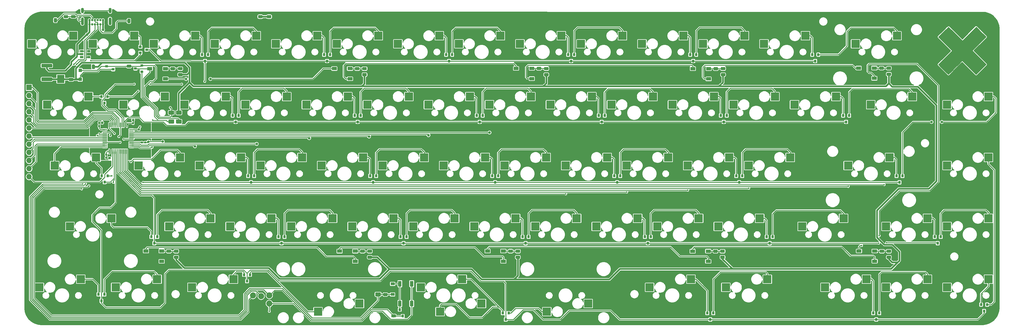
<source format=gbr>
%TF.GenerationSoftware,KiCad,Pcbnew,(5.1.4)-1*%
%TF.CreationDate,2020-06-18T19:46:46-04:00*%
%TF.ProjectId,sixtyfive,73697874-7966-4697-9665-2e6b69636164,rev?*%
%TF.SameCoordinates,Original*%
%TF.FileFunction,Copper,L2,Bot*%
%TF.FilePolarity,Positive*%
%FSLAX46Y46*%
G04 Gerber Fmt 4.6, Leading zero omitted, Abs format (unit mm)*
G04 Created by KiCad (PCBNEW (5.1.4)-1) date 2020-06-18 19:46:46*
%MOMM*%
%LPD*%
G04 APERTURE LIST*
%TA.AperFunction,EtchedComponent*%
%ADD10C,0.010000*%
%TD*%
%TA.AperFunction,ComponentPad*%
%ADD11C,1.879600*%
%TD*%
%TA.AperFunction,SMDPad,CuDef*%
%ADD12R,2.550000X2.500000*%
%TD*%
%TA.AperFunction,SMDPad,CuDef*%
%ADD13R,0.900000X0.800000*%
%TD*%
%TA.AperFunction,SMDPad,CuDef*%
%ADD14R,2.300000X2.500000*%
%TD*%
%TA.AperFunction,SMDPad,CuDef*%
%ADD15R,1.060000X0.650000*%
%TD*%
%TA.AperFunction,SMDPad,CuDef*%
%ADD16R,1.100000X1.100000*%
%TD*%
%TA.AperFunction,Conductor*%
%ADD17C,0.100000*%
%TD*%
%TA.AperFunction,SMDPad,CuDef*%
%ADD18C,0.975000*%
%TD*%
%TA.AperFunction,SMDPad,CuDef*%
%ADD19R,0.800000X0.900000*%
%TD*%
%TA.AperFunction,SMDPad,CuDef*%
%ADD20R,1.100000X1.800000*%
%TD*%
%TA.AperFunction,ComponentPad*%
%ADD21O,0.900000X1.700000*%
%TD*%
%TA.AperFunction,ComponentPad*%
%ADD22O,0.900000X2.400000*%
%TD*%
%TA.AperFunction,ComponentPad*%
%ADD23C,0.700000*%
%TD*%
%TA.AperFunction,SMDPad,CuDef*%
%ADD24C,0.300000*%
%TD*%
%TA.AperFunction,SMDPad,CuDef*%
%ADD25C,1.250000*%
%TD*%
%TA.AperFunction,ComponentPad*%
%ADD26R,1.700000X1.700000*%
%TD*%
%TA.AperFunction,ComponentPad*%
%ADD27O,1.700000X1.700000*%
%TD*%
%TA.AperFunction,SMDPad,CuDef*%
%ADD28C,1.125000*%
%TD*%
%TA.AperFunction,SMDPad,CuDef*%
%ADD29R,1.500000X1.000000*%
%TD*%
%TA.AperFunction,SMDPad,CuDef*%
%ADD30R,1.200000X0.900000*%
%TD*%
%TA.AperFunction,SMDPad,CuDef*%
%ADD31C,0.590000*%
%TD*%
%TA.AperFunction,ViaPad*%
%ADD32C,0.800000*%
%TD*%
%TA.AperFunction,ViaPad*%
%ADD33C,0.500000*%
%TD*%
%TA.AperFunction,Conductor*%
%ADD34C,0.250000*%
%TD*%
%TA.AperFunction,Conductor*%
%ADD35C,0.500000*%
%TD*%
%TA.AperFunction,Conductor*%
%ADD36C,0.152400*%
%TD*%
G04 APERTURE END LIST*
D10*
%TO.C,G\002A\002A\002A*%
G36*
X565911988Y-256413012D02*
G01*
X567519208Y-254804120D01*
X565361560Y-252645227D01*
X563203912Y-250486333D01*
X567519762Y-246167993D01*
X565932884Y-244581116D01*
X564346007Y-242994238D01*
X560027667Y-247310088D01*
X557889222Y-245172878D01*
X557394900Y-244679989D01*
X556938592Y-244227214D01*
X556534030Y-243828005D01*
X556194941Y-243495818D01*
X555935056Y-243244105D01*
X555768105Y-243086320D01*
X555708220Y-243035667D01*
X555639482Y-243093138D01*
X555467475Y-243255121D01*
X555208245Y-243505973D01*
X554877839Y-243830051D01*
X554492303Y-244211710D01*
X554079093Y-244623885D01*
X552492525Y-246212104D01*
X554651441Y-248369774D01*
X556810357Y-250527445D01*
X554651227Y-252687773D01*
X552492097Y-254848102D01*
X554080433Y-256434788D01*
X555668770Y-258021475D01*
X557826441Y-255862559D01*
X559984111Y-253703643D01*
X562144440Y-255862773D01*
X564304768Y-258021903D01*
X565911988Y-256413012D01*
X565911988Y-256413012D01*
G37*
X565911988Y-256413012D02*
X567519208Y-254804120D01*
X565361560Y-252645227D01*
X563203912Y-250486333D01*
X567519762Y-246167993D01*
X565932884Y-244581116D01*
X564346007Y-242994238D01*
X560027667Y-247310088D01*
X557889222Y-245172878D01*
X557394900Y-244679989D01*
X556938592Y-244227214D01*
X556534030Y-243828005D01*
X556194941Y-243495818D01*
X555935056Y-243244105D01*
X555768105Y-243086320D01*
X555708220Y-243035667D01*
X555639482Y-243093138D01*
X555467475Y-243255121D01*
X555208245Y-243505973D01*
X554877839Y-243830051D01*
X554492303Y-244211710D01*
X554079093Y-244623885D01*
X552492525Y-246212104D01*
X554651441Y-248369774D01*
X556810357Y-250527445D01*
X554651227Y-252687773D01*
X552492097Y-254848102D01*
X554080433Y-256434788D01*
X555668770Y-258021475D01*
X557826441Y-255862559D01*
X559984111Y-253703643D01*
X562144440Y-255862773D01*
X564304768Y-258021903D01*
X565911988Y-256413012D01*
%TD*%
D11*
%TO.P,J2,6*%
%TO.N,SWDIO*%
X338562950Y-327107550D03*
%TO.P,J2,5*%
%TO.N,GND*%
X338562950Y-329647550D03*
%TO.P,J2,4*%
%TO.N,SWCLK*%
X341102950Y-327361550D03*
%TO.P,J2,3*%
%TO.N,GND*%
X341102950Y-329901550D03*
%TO.P,J2,2*%
%TO.N,NRST*%
X343642950Y-327107550D03*
%TO.P,J2,1*%
%TO.N,3.3V*%
X343642950Y-329647550D03*
%TD*%
D12*
%TO.P,MX60,1*%
%TO.N,Col7*%
X390933000Y-324567550D03*
%TO.P,MX60,2*%
%TO.N,Net-(D31-Pad1)*%
X403860000Y-322027550D03*
%TD*%
D13*
%TO.P,Q1,3*%
%TO.N,RGB_5V*%
X301831500Y-256095500D03*
%TO.P,Q1,2*%
%TO.N,RGB_3V3*%
X303831500Y-257045500D03*
%TO.P,Q1,1*%
%TO.N,3.3V*%
X303831500Y-255145500D03*
%TD*%
D14*
%TO.P,DF1,2*%
%TO.N,GND*%
X278511000Y-255025000D03*
%TO.P,DF1,1*%
%TO.N,5V*%
X278511000Y-259325000D03*
%TD*%
D15*
%TO.P,U1,5*%
%TO.N,VBUS*%
X285031000Y-251587000D03*
%TO.P,U1,6*%
%TO.N,D-*%
X285031000Y-250637000D03*
%TO.P,U1,4*%
%TO.N,Net-(U1-Pad4)*%
X285031000Y-252537000D03*
%TO.P,U1,3*%
%TO.N,D+*%
X287231000Y-252537000D03*
%TO.P,U1,2*%
%TO.N,GND*%
X287231000Y-251587000D03*
%TO.P,U1,1*%
%TO.N,Net-(U1-Pad1)*%
X287231000Y-250637000D03*
%TD*%
D12*
%TO.P,MX67,2*%
%TO.N,Net-(D30-Pad2)*%
X358851200Y-332187550D03*
%TO.P,MX67,1*%
%TO.N,Col4*%
X371778200Y-329647550D03*
%TD*%
D16*
%TO.P,DS1,2*%
%TO.N,3.3V*%
X284607000Y-256664000D03*
%TO.P,DS1,1*%
%TO.N,5V*%
X284607000Y-259464000D03*
%TD*%
D17*
%TO.N,GND*%
%TO.C,RSI1*%
G36*
X287112142Y-254825174D02*
G01*
X287135803Y-254828684D01*
X287159007Y-254834496D01*
X287181529Y-254842554D01*
X287203153Y-254852782D01*
X287223670Y-254865079D01*
X287242883Y-254879329D01*
X287260607Y-254895393D01*
X287276671Y-254913117D01*
X287290921Y-254932330D01*
X287303218Y-254952847D01*
X287313446Y-254974471D01*
X287321504Y-254996993D01*
X287327316Y-255020197D01*
X287330826Y-255043858D01*
X287332000Y-255067750D01*
X287332000Y-255980250D01*
X287330826Y-256004142D01*
X287327316Y-256027803D01*
X287321504Y-256051007D01*
X287313446Y-256073529D01*
X287303218Y-256095153D01*
X287290921Y-256115670D01*
X287276671Y-256134883D01*
X287260607Y-256152607D01*
X287242883Y-256168671D01*
X287223670Y-256182921D01*
X287203153Y-256195218D01*
X287181529Y-256205446D01*
X287159007Y-256213504D01*
X287135803Y-256219316D01*
X287112142Y-256222826D01*
X287088250Y-256224000D01*
X286600750Y-256224000D01*
X286576858Y-256222826D01*
X286553197Y-256219316D01*
X286529993Y-256213504D01*
X286507471Y-256205446D01*
X286485847Y-256195218D01*
X286465330Y-256182921D01*
X286446117Y-256168671D01*
X286428393Y-256152607D01*
X286412329Y-256134883D01*
X286398079Y-256115670D01*
X286385782Y-256095153D01*
X286375554Y-256073529D01*
X286367496Y-256051007D01*
X286361684Y-256027803D01*
X286358174Y-256004142D01*
X286357000Y-255980250D01*
X286357000Y-255067750D01*
X286358174Y-255043858D01*
X286361684Y-255020197D01*
X286367496Y-254996993D01*
X286375554Y-254974471D01*
X286385782Y-254952847D01*
X286398079Y-254932330D01*
X286412329Y-254913117D01*
X286428393Y-254895393D01*
X286446117Y-254879329D01*
X286465330Y-254865079D01*
X286485847Y-254852782D01*
X286507471Y-254842554D01*
X286529993Y-254834496D01*
X286553197Y-254828684D01*
X286576858Y-254825174D01*
X286600750Y-254824000D01*
X287088250Y-254824000D01*
X287112142Y-254825174D01*
X287112142Y-254825174D01*
G37*
D18*
%TD*%
%TO.P,RSI1,2*%
%TO.N,GND*%
X286844500Y-255524000D03*
D17*
%TO.N,5V*%
%TO.C,RSI1*%
G36*
X288987142Y-254825174D02*
G01*
X289010803Y-254828684D01*
X289034007Y-254834496D01*
X289056529Y-254842554D01*
X289078153Y-254852782D01*
X289098670Y-254865079D01*
X289117883Y-254879329D01*
X289135607Y-254895393D01*
X289151671Y-254913117D01*
X289165921Y-254932330D01*
X289178218Y-254952847D01*
X289188446Y-254974471D01*
X289196504Y-254996993D01*
X289202316Y-255020197D01*
X289205826Y-255043858D01*
X289207000Y-255067750D01*
X289207000Y-255980250D01*
X289205826Y-256004142D01*
X289202316Y-256027803D01*
X289196504Y-256051007D01*
X289188446Y-256073529D01*
X289178218Y-256095153D01*
X289165921Y-256115670D01*
X289151671Y-256134883D01*
X289135607Y-256152607D01*
X289117883Y-256168671D01*
X289098670Y-256182921D01*
X289078153Y-256195218D01*
X289056529Y-256205446D01*
X289034007Y-256213504D01*
X289010803Y-256219316D01*
X288987142Y-256222826D01*
X288963250Y-256224000D01*
X288475750Y-256224000D01*
X288451858Y-256222826D01*
X288428197Y-256219316D01*
X288404993Y-256213504D01*
X288382471Y-256205446D01*
X288360847Y-256195218D01*
X288340330Y-256182921D01*
X288321117Y-256168671D01*
X288303393Y-256152607D01*
X288287329Y-256134883D01*
X288273079Y-256115670D01*
X288260782Y-256095153D01*
X288250554Y-256073529D01*
X288242496Y-256051007D01*
X288236684Y-256027803D01*
X288233174Y-256004142D01*
X288232000Y-255980250D01*
X288232000Y-255067750D01*
X288233174Y-255043858D01*
X288236684Y-255020197D01*
X288242496Y-254996993D01*
X288250554Y-254974471D01*
X288260782Y-254952847D01*
X288273079Y-254932330D01*
X288287329Y-254913117D01*
X288303393Y-254895393D01*
X288321117Y-254879329D01*
X288340330Y-254865079D01*
X288360847Y-254852782D01*
X288382471Y-254842554D01*
X288404993Y-254834496D01*
X288428197Y-254828684D01*
X288451858Y-254825174D01*
X288475750Y-254824000D01*
X288963250Y-254824000D01*
X288987142Y-254825174D01*
X288987142Y-254825174D01*
G37*
D18*
%TD*%
%TO.P,RSI1,1*%
%TO.N,5V*%
X288719500Y-255524000D03*
D12*
%TO.P,MX58,2*%
%TO.N,Net-(D29-Pad2)*%
X308622700Y-322027550D03*
%TO.P,MX58,1*%
%TO.N,Col2*%
X295695700Y-324567550D03*
%TD*%
%TO.P,MX57,2*%
%TO.N,Net-(D29-Pad1)*%
X284810200Y-322027550D03*
%TO.P,MX57,1*%
%TO.N,Col1*%
X271883200Y-324567550D03*
%TD*%
%TO.P,MX68,2*%
%TO.N,Net-(D31-Pad2)*%
X430288700Y-332187550D03*
%TO.P,MX68,1*%
%TO.N,Col8*%
X443215700Y-329647550D03*
%TD*%
%TO.P,MX52,2*%
%TO.N,Net-(D26-Pad2)*%
X477691450Y-302977550D03*
%TO.P,MX52,1*%
%TO.N,Col10*%
X464764450Y-305517550D03*
%TD*%
%TO.P,MX63,2*%
%TO.N,Net-(D33-Pad1)*%
X530078950Y-322027550D03*
%TO.P,MX63,1*%
%TO.N,Col11*%
X517151950Y-324567550D03*
%TD*%
%TO.P,MX65,2*%
%TO.N,Net-(D34-Pad1)*%
X568178950Y-322027550D03*
%TO.P,MX65,1*%
%TO.N,Col13*%
X555251950Y-324567550D03*
%TD*%
D19*
%TO.P,D34,1*%
%TO.N,Net-(D34-Pad1)*%
X565851000Y-329962000D03*
%TO.P,D34,2*%
%TO.N,Net-(D34-Pad2)*%
X567751000Y-329962000D03*
%TO.P,D34,3*%
%TO.N,Row5*%
X566801000Y-331962000D03*
%TD*%
%TO.P,D33,3*%
%TO.N,Row5*%
X533146000Y-334629000D03*
%TO.P,D33,2*%
%TO.N,Net-(D33-Pad2)*%
X534096000Y-332629000D03*
%TO.P,D33,1*%
%TO.N,Net-(D33-Pad1)*%
X532196000Y-332629000D03*
%TD*%
%TO.P,D32,3*%
%TO.N,Row5*%
X481330000Y-334629000D03*
%TO.P,D32,2*%
%TO.N,Net-(D32-Pad2)*%
X482280000Y-332629000D03*
%TO.P,D32,1*%
%TO.N,Net-(D32-Pad1)*%
X480380000Y-332629000D03*
%TD*%
%TO.P,D31,3*%
%TO.N,Row5*%
X417449000Y-334629000D03*
%TO.P,D31,2*%
%TO.N,Net-(D31-Pad2)*%
X418399000Y-332629000D03*
%TO.P,D31,1*%
%TO.N,Net-(D31-Pad1)*%
X416499000Y-332629000D03*
%TD*%
%TO.P,D30,3*%
%TO.N,Row5*%
X336677000Y-322627500D03*
%TO.P,D30,2*%
%TO.N,Net-(D30-Pad2)*%
X337627000Y-320627500D03*
%TO.P,D30,1*%
%TO.N,Net-(D30-Pad1)*%
X335727000Y-320627500D03*
%TD*%
%TO.P,D29,3*%
%TO.N,Row5*%
X291211000Y-328787000D03*
%TO.P,D29,2*%
%TO.N,Net-(D29-Pad2)*%
X292161000Y-326787000D03*
%TO.P,D29,1*%
%TO.N,Net-(D29-Pad1)*%
X290261000Y-326787000D03*
%TD*%
%TO.P,D28,3*%
%TO.N,Row4*%
X552323000Y-310753000D03*
%TO.P,D28,2*%
%TO.N,Net-(D28-Pad2)*%
X553273000Y-308753000D03*
%TO.P,D28,1*%
%TO.N,Net-(D28-Pad1)*%
X551373000Y-308753000D03*
%TD*%
%TO.P,D27,3*%
%TO.N,Row4*%
X499872000Y-310753000D03*
%TO.P,D27,2*%
%TO.N,Net-(D27-Pad2)*%
X500822000Y-308753000D03*
%TO.P,D27,1*%
%TO.N,Net-(D27-Pad1)*%
X498922000Y-308753000D03*
%TD*%
%TO.P,D26,3*%
%TO.N,Row4*%
X461838000Y-310737000D03*
%TO.P,D26,2*%
%TO.N,Net-(D26-Pad2)*%
X462788000Y-308737000D03*
%TO.P,D26,1*%
%TO.N,Net-(D26-Pad1)*%
X460888000Y-308737000D03*
%TD*%
%TO.P,D25,3*%
%TO.N,Row4*%
X423672000Y-310753000D03*
%TO.P,D25,2*%
%TO.N,Net-(D25-Pad2)*%
X424622000Y-308753000D03*
%TO.P,D25,1*%
%TO.N,Net-(D25-Pad1)*%
X422722000Y-308753000D03*
%TD*%
%TO.P,D24,3*%
%TO.N,Row4*%
X385572000Y-310753000D03*
%TO.P,D24,2*%
%TO.N,Net-(D24-Pad2)*%
X386522000Y-308753000D03*
%TO.P,D24,1*%
%TO.N,Net-(D24-Pad1)*%
X384622000Y-308753000D03*
%TD*%
%TO.P,D23,3*%
%TO.N,Row4*%
X347472000Y-310753000D03*
%TO.P,D23,2*%
%TO.N,Net-(D23-Pad2)*%
X348422000Y-308753000D03*
%TO.P,D23,1*%
%TO.N,Net-(D23-Pad1)*%
X346522000Y-308753000D03*
%TD*%
%TO.P,D22,3*%
%TO.N,Row4*%
X307721000Y-310753000D03*
%TO.P,D22,2*%
%TO.N,Net-(D22-Pad2)*%
X308671000Y-308753000D03*
%TO.P,D22,1*%
%TO.N,Net-(D22-Pad1)*%
X306771000Y-308753000D03*
%TD*%
%TO.P,D21,3*%
%TO.N,Row3*%
X540385000Y-291703000D03*
%TO.P,D21,2*%
%TO.N,Net-(D21-Pad2)*%
X541335000Y-289703000D03*
%TO.P,D21,1*%
%TO.N,Net-(D21-Pad1)*%
X539435000Y-289703000D03*
%TD*%
%TO.P,D20,3*%
%TO.N,Row3*%
X490347000Y-291703000D03*
%TO.P,D20,2*%
%TO.N,Net-(D20-Pad2)*%
X491297000Y-289703000D03*
%TO.P,D20,1*%
%TO.N,Net-(D20-Pad1)*%
X489397000Y-289703000D03*
%TD*%
%TO.P,D19,3*%
%TO.N,Row3*%
X452247000Y-291703000D03*
%TO.P,D19,2*%
%TO.N,Net-(D19-Pad2)*%
X453197000Y-289703000D03*
%TO.P,D19,1*%
%TO.N,Net-(D19-Pad1)*%
X451297000Y-289703000D03*
%TD*%
%TO.P,D18,3*%
%TO.N,Row3*%
X414147000Y-291703000D03*
%TO.P,D18,2*%
%TO.N,Net-(D18-Pad2)*%
X415097000Y-289703000D03*
%TO.P,D18,1*%
%TO.N,Net-(D18-Pad1)*%
X413197000Y-289703000D03*
%TD*%
%TO.P,D17,3*%
%TO.N,Row3*%
X376047000Y-291703000D03*
%TO.P,D17,2*%
%TO.N,Net-(D17-Pad2)*%
X376997000Y-289703000D03*
%TO.P,D17,1*%
%TO.N,Net-(D17-Pad1)*%
X375097000Y-289703000D03*
%TD*%
%TO.P,D16,3*%
%TO.N,Row3*%
X337947000Y-291703000D03*
%TO.P,D16,2*%
%TO.N,Net-(D16-Pad2)*%
X338897000Y-289703000D03*
%TO.P,D16,1*%
%TO.N,Net-(D16-Pad1)*%
X336997000Y-289703000D03*
%TD*%
%TO.P,D15,3*%
%TO.N,Row3*%
X292227000Y-291639500D03*
%TO.P,D15,2*%
%TO.N,Net-(D15-Pad2)*%
X293177000Y-289639500D03*
%TO.P,D15,1*%
%TO.N,Net-(D15-Pad1)*%
X291277000Y-289639500D03*
%TD*%
%TO.P,D14,3*%
%TO.N,Row2*%
X523748000Y-272780000D03*
%TO.P,D14,2*%
%TO.N,Net-(D14-Pad2)*%
X524698000Y-270780000D03*
%TO.P,D14,1*%
%TO.N,Net-(D14-Pad1)*%
X522798000Y-270780000D03*
%TD*%
%TO.P,D13,3*%
%TO.N,Row2*%
X485521000Y-272780000D03*
%TO.P,D13,2*%
%TO.N,Net-(D13-Pad2)*%
X486471000Y-270780000D03*
%TO.P,D13,1*%
%TO.N,Net-(D13-Pad1)*%
X484571000Y-270780000D03*
%TD*%
%TO.P,D12,3*%
%TO.N,Row2*%
X447421000Y-272780000D03*
%TO.P,D12,2*%
%TO.N,Net-(D12-Pad2)*%
X448371000Y-270780000D03*
%TO.P,D12,1*%
%TO.N,Net-(D12-Pad1)*%
X446471000Y-270780000D03*
%TD*%
%TO.P,D11,3*%
%TO.N,Row2*%
X409321000Y-272780000D03*
%TO.P,D11,2*%
%TO.N,Net-(D11-Pad2)*%
X410271000Y-270780000D03*
%TO.P,D11,1*%
%TO.N,Net-(D11-Pad1)*%
X408371000Y-270780000D03*
%TD*%
%TO.P,D10,3*%
%TO.N,Row2*%
X371221000Y-272780000D03*
%TO.P,D10,2*%
%TO.N,Net-(D10-Pad2)*%
X372171000Y-270780000D03*
%TO.P,D10,1*%
%TO.N,Net-(D10-Pad1)*%
X370271000Y-270780000D03*
%TD*%
%TO.P,D9,3*%
%TO.N,Row2*%
X333121000Y-272780000D03*
%TO.P,D9,2*%
%TO.N,Net-(D9-Pad2)*%
X334071000Y-270780000D03*
%TO.P,D9,1*%
%TO.N,Net-(D9-Pad1)*%
X332171000Y-270780000D03*
%TD*%
%TO.P,D8,3*%
%TO.N,Row2*%
X292163500Y-266874500D03*
%TO.P,D8,2*%
%TO.N,Net-(D8-Pad2)*%
X293113500Y-264874500D03*
%TO.P,D8,1*%
%TO.N,Net-(D8-Pad1)*%
X291213500Y-264874500D03*
%TD*%
%TO.P,D7,3*%
%TO.N,Row1*%
X514096000Y-253730000D03*
%TO.P,D7,2*%
%TO.N,Net-(D7-Pad2)*%
X515046000Y-251730000D03*
%TO.P,D7,1*%
%TO.N,Net-(D7-Pad1)*%
X513146000Y-251730000D03*
%TD*%
%TO.P,D6,3*%
%TO.N,Row1*%
X475996000Y-253730000D03*
%TO.P,D6,2*%
%TO.N,Net-(D6-Pad2)*%
X476946000Y-251730000D03*
%TO.P,D6,1*%
%TO.N,Net-(D6-Pad1)*%
X475046000Y-251730000D03*
%TD*%
%TO.P,D5,3*%
%TO.N,Row1*%
X437896000Y-253730000D03*
%TO.P,D5,2*%
%TO.N,Net-(D5-Pad2)*%
X438846000Y-251730000D03*
%TO.P,D5,1*%
%TO.N,Net-(D5-Pad1)*%
X436946000Y-251730000D03*
%TD*%
%TO.P,D4,3*%
%TO.N,Row1*%
X399796000Y-253730000D03*
%TO.P,D4,2*%
%TO.N,Net-(D4-Pad2)*%
X400746000Y-251730000D03*
%TO.P,D4,1*%
%TO.N,Net-(D4-Pad1)*%
X398846000Y-251730000D03*
%TD*%
%TO.P,D3,3*%
%TO.N,Row1*%
X361696000Y-253730000D03*
%TO.P,D3,2*%
%TO.N,Net-(D3-Pad2)*%
X362646000Y-251730000D03*
%TO.P,D3,1*%
%TO.N,Net-(D3-Pad1)*%
X360746000Y-251730000D03*
%TD*%
%TO.P,D2,3*%
%TO.N,Row1*%
X323596000Y-253730000D03*
%TO.P,D2,2*%
%TO.N,Net-(D2-Pad2)*%
X324546000Y-251730000D03*
%TO.P,D2,1*%
%TO.N,Net-(D2-Pad1)*%
X322646000Y-251730000D03*
%TD*%
D13*
%TO.P,D1,3*%
%TO.N,Row1*%
X305355500Y-250190000D03*
%TO.P,D1,2*%
%TO.N,Net-(D1-Pad2)*%
X303355500Y-249240000D03*
%TO.P,D1,1*%
%TO.N,Net-(D1-Pad1)*%
X303355500Y-251140000D03*
%TD*%
D17*
%TO.N,Net-(CSH2-Pad1)*%
%TO.C,RSH2*%
G36*
X280642142Y-239368174D02*
G01*
X280665803Y-239371684D01*
X280689007Y-239377496D01*
X280711529Y-239385554D01*
X280733153Y-239395782D01*
X280753670Y-239408079D01*
X280772883Y-239422329D01*
X280790607Y-239438393D01*
X280806671Y-239456117D01*
X280820921Y-239475330D01*
X280833218Y-239495847D01*
X280843446Y-239517471D01*
X280851504Y-239539993D01*
X280857316Y-239563197D01*
X280860826Y-239586858D01*
X280862000Y-239610750D01*
X280862000Y-240098250D01*
X280860826Y-240122142D01*
X280857316Y-240145803D01*
X280851504Y-240169007D01*
X280843446Y-240191529D01*
X280833218Y-240213153D01*
X280820921Y-240233670D01*
X280806671Y-240252883D01*
X280790607Y-240270607D01*
X280772883Y-240286671D01*
X280753670Y-240300921D01*
X280733153Y-240313218D01*
X280711529Y-240323446D01*
X280689007Y-240331504D01*
X280665803Y-240337316D01*
X280642142Y-240340826D01*
X280618250Y-240342000D01*
X279705750Y-240342000D01*
X279681858Y-240340826D01*
X279658197Y-240337316D01*
X279634993Y-240331504D01*
X279612471Y-240323446D01*
X279590847Y-240313218D01*
X279570330Y-240300921D01*
X279551117Y-240286671D01*
X279533393Y-240270607D01*
X279517329Y-240252883D01*
X279503079Y-240233670D01*
X279490782Y-240213153D01*
X279480554Y-240191529D01*
X279472496Y-240169007D01*
X279466684Y-240145803D01*
X279463174Y-240122142D01*
X279462000Y-240098250D01*
X279462000Y-239610750D01*
X279463174Y-239586858D01*
X279466684Y-239563197D01*
X279472496Y-239539993D01*
X279480554Y-239517471D01*
X279490782Y-239495847D01*
X279503079Y-239475330D01*
X279517329Y-239456117D01*
X279533393Y-239438393D01*
X279551117Y-239422329D01*
X279570330Y-239408079D01*
X279590847Y-239395782D01*
X279612471Y-239385554D01*
X279634993Y-239377496D01*
X279658197Y-239371684D01*
X279681858Y-239368174D01*
X279705750Y-239367000D01*
X280618250Y-239367000D01*
X280642142Y-239368174D01*
X280642142Y-239368174D01*
G37*
D18*
%TD*%
%TO.P,RSH2,2*%
%TO.N,Net-(CSH2-Pad1)*%
X280162000Y-239854500D03*
D17*
%TO.N,GND*%
%TO.C,RSH2*%
G36*
X280642142Y-241243174D02*
G01*
X280665803Y-241246684D01*
X280689007Y-241252496D01*
X280711529Y-241260554D01*
X280733153Y-241270782D01*
X280753670Y-241283079D01*
X280772883Y-241297329D01*
X280790607Y-241313393D01*
X280806671Y-241331117D01*
X280820921Y-241350330D01*
X280833218Y-241370847D01*
X280843446Y-241392471D01*
X280851504Y-241414993D01*
X280857316Y-241438197D01*
X280860826Y-241461858D01*
X280862000Y-241485750D01*
X280862000Y-241973250D01*
X280860826Y-241997142D01*
X280857316Y-242020803D01*
X280851504Y-242044007D01*
X280843446Y-242066529D01*
X280833218Y-242088153D01*
X280820921Y-242108670D01*
X280806671Y-242127883D01*
X280790607Y-242145607D01*
X280772883Y-242161671D01*
X280753670Y-242175921D01*
X280733153Y-242188218D01*
X280711529Y-242198446D01*
X280689007Y-242206504D01*
X280665803Y-242212316D01*
X280642142Y-242215826D01*
X280618250Y-242217000D01*
X279705750Y-242217000D01*
X279681858Y-242215826D01*
X279658197Y-242212316D01*
X279634993Y-242206504D01*
X279612471Y-242198446D01*
X279590847Y-242188218D01*
X279570330Y-242175921D01*
X279551117Y-242161671D01*
X279533393Y-242145607D01*
X279517329Y-242127883D01*
X279503079Y-242108670D01*
X279490782Y-242088153D01*
X279480554Y-242066529D01*
X279472496Y-242044007D01*
X279466684Y-242020803D01*
X279463174Y-241997142D01*
X279462000Y-241973250D01*
X279462000Y-241485750D01*
X279463174Y-241461858D01*
X279466684Y-241438197D01*
X279472496Y-241414993D01*
X279480554Y-241392471D01*
X279490782Y-241370847D01*
X279503079Y-241350330D01*
X279517329Y-241331117D01*
X279533393Y-241313393D01*
X279551117Y-241297329D01*
X279570330Y-241283079D01*
X279590847Y-241270782D01*
X279612471Y-241260554D01*
X279634993Y-241252496D01*
X279658197Y-241246684D01*
X279681858Y-241243174D01*
X279705750Y-241242000D01*
X280618250Y-241242000D01*
X280642142Y-241243174D01*
X280642142Y-241243174D01*
G37*
D18*
%TD*%
%TO.P,RSH2,1*%
%TO.N,GND*%
X280162000Y-241729500D03*
D17*
%TO.N,GND*%
%TO.C,RSH1*%
G36*
X344053242Y-241230474D02*
G01*
X344076903Y-241233984D01*
X344100107Y-241239796D01*
X344122629Y-241247854D01*
X344144253Y-241258082D01*
X344164770Y-241270379D01*
X344183983Y-241284629D01*
X344201707Y-241300693D01*
X344217771Y-241318417D01*
X344232021Y-241337630D01*
X344244318Y-241358147D01*
X344254546Y-241379771D01*
X344262604Y-241402293D01*
X344268416Y-241425497D01*
X344271926Y-241449158D01*
X344273100Y-241473050D01*
X344273100Y-241960550D01*
X344271926Y-241984442D01*
X344268416Y-242008103D01*
X344262604Y-242031307D01*
X344254546Y-242053829D01*
X344244318Y-242075453D01*
X344232021Y-242095970D01*
X344217771Y-242115183D01*
X344201707Y-242132907D01*
X344183983Y-242148971D01*
X344164770Y-242163221D01*
X344144253Y-242175518D01*
X344122629Y-242185746D01*
X344100107Y-242193804D01*
X344076903Y-242199616D01*
X344053242Y-242203126D01*
X344029350Y-242204300D01*
X343116850Y-242204300D01*
X343092958Y-242203126D01*
X343069297Y-242199616D01*
X343046093Y-242193804D01*
X343023571Y-242185746D01*
X343001947Y-242175518D01*
X342981430Y-242163221D01*
X342962217Y-242148971D01*
X342944493Y-242132907D01*
X342928429Y-242115183D01*
X342914179Y-242095970D01*
X342901882Y-242075453D01*
X342891654Y-242053829D01*
X342883596Y-242031307D01*
X342877784Y-242008103D01*
X342874274Y-241984442D01*
X342873100Y-241960550D01*
X342873100Y-241473050D01*
X342874274Y-241449158D01*
X342877784Y-241425497D01*
X342883596Y-241402293D01*
X342891654Y-241379771D01*
X342901882Y-241358147D01*
X342914179Y-241337630D01*
X342928429Y-241318417D01*
X342944493Y-241300693D01*
X342962217Y-241284629D01*
X342981430Y-241270379D01*
X343001947Y-241258082D01*
X343023571Y-241247854D01*
X343046093Y-241239796D01*
X343069297Y-241233984D01*
X343092958Y-241230474D01*
X343116850Y-241229300D01*
X344029350Y-241229300D01*
X344053242Y-241230474D01*
X344053242Y-241230474D01*
G37*
D18*
%TD*%
%TO.P,RSH1,2*%
%TO.N,GND*%
X343573100Y-241716800D03*
D17*
%TO.N,CASE*%
%TO.C,RSH1*%
G36*
X344053242Y-239355474D02*
G01*
X344076903Y-239358984D01*
X344100107Y-239364796D01*
X344122629Y-239372854D01*
X344144253Y-239383082D01*
X344164770Y-239395379D01*
X344183983Y-239409629D01*
X344201707Y-239425693D01*
X344217771Y-239443417D01*
X344232021Y-239462630D01*
X344244318Y-239483147D01*
X344254546Y-239504771D01*
X344262604Y-239527293D01*
X344268416Y-239550497D01*
X344271926Y-239574158D01*
X344273100Y-239598050D01*
X344273100Y-240085550D01*
X344271926Y-240109442D01*
X344268416Y-240133103D01*
X344262604Y-240156307D01*
X344254546Y-240178829D01*
X344244318Y-240200453D01*
X344232021Y-240220970D01*
X344217771Y-240240183D01*
X344201707Y-240257907D01*
X344183983Y-240273971D01*
X344164770Y-240288221D01*
X344144253Y-240300518D01*
X344122629Y-240310746D01*
X344100107Y-240318804D01*
X344076903Y-240324616D01*
X344053242Y-240328126D01*
X344029350Y-240329300D01*
X343116850Y-240329300D01*
X343092958Y-240328126D01*
X343069297Y-240324616D01*
X343046093Y-240318804D01*
X343023571Y-240310746D01*
X343001947Y-240300518D01*
X342981430Y-240288221D01*
X342962217Y-240273971D01*
X342944493Y-240257907D01*
X342928429Y-240240183D01*
X342914179Y-240220970D01*
X342901882Y-240200453D01*
X342891654Y-240178829D01*
X342883596Y-240156307D01*
X342877784Y-240133103D01*
X342874274Y-240109442D01*
X342873100Y-240085550D01*
X342873100Y-239598050D01*
X342874274Y-239574158D01*
X342877784Y-239550497D01*
X342883596Y-239527293D01*
X342891654Y-239504771D01*
X342901882Y-239483147D01*
X342914179Y-239462630D01*
X342928429Y-239443417D01*
X342944493Y-239425693D01*
X342962217Y-239409629D01*
X342981430Y-239395379D01*
X343001947Y-239383082D01*
X343023571Y-239372854D01*
X343046093Y-239364796D01*
X343069297Y-239358984D01*
X343092958Y-239355474D01*
X343116850Y-239354300D01*
X344029350Y-239354300D01*
X344053242Y-239355474D01*
X344053242Y-239355474D01*
G37*
D18*
%TD*%
%TO.P,RSH1,1*%
%TO.N,CASE*%
X343573100Y-239841800D03*
D17*
%TO.N,Net-(CRGB10-Pad2)*%
%TO.C,RRGB10*%
G36*
X315059142Y-312774174D02*
G01*
X315082803Y-312777684D01*
X315106007Y-312783496D01*
X315128529Y-312791554D01*
X315150153Y-312801782D01*
X315170670Y-312814079D01*
X315189883Y-312828329D01*
X315207607Y-312844393D01*
X315223671Y-312862117D01*
X315237921Y-312881330D01*
X315250218Y-312901847D01*
X315260446Y-312923471D01*
X315268504Y-312945993D01*
X315274316Y-312969197D01*
X315277826Y-312992858D01*
X315279000Y-313016750D01*
X315279000Y-313504250D01*
X315277826Y-313528142D01*
X315274316Y-313551803D01*
X315268504Y-313575007D01*
X315260446Y-313597529D01*
X315250218Y-313619153D01*
X315237921Y-313639670D01*
X315223671Y-313658883D01*
X315207607Y-313676607D01*
X315189883Y-313692671D01*
X315170670Y-313706921D01*
X315150153Y-313719218D01*
X315128529Y-313729446D01*
X315106007Y-313737504D01*
X315082803Y-313743316D01*
X315059142Y-313746826D01*
X315035250Y-313748000D01*
X314122750Y-313748000D01*
X314098858Y-313746826D01*
X314075197Y-313743316D01*
X314051993Y-313737504D01*
X314029471Y-313729446D01*
X314007847Y-313719218D01*
X313987330Y-313706921D01*
X313968117Y-313692671D01*
X313950393Y-313676607D01*
X313934329Y-313658883D01*
X313920079Y-313639670D01*
X313907782Y-313619153D01*
X313897554Y-313597529D01*
X313889496Y-313575007D01*
X313883684Y-313551803D01*
X313880174Y-313528142D01*
X313879000Y-313504250D01*
X313879000Y-313016750D01*
X313880174Y-312992858D01*
X313883684Y-312969197D01*
X313889496Y-312945993D01*
X313897554Y-312923471D01*
X313907782Y-312901847D01*
X313920079Y-312881330D01*
X313934329Y-312862117D01*
X313950393Y-312844393D01*
X313968117Y-312828329D01*
X313987330Y-312814079D01*
X314007847Y-312801782D01*
X314029471Y-312791554D01*
X314051993Y-312783496D01*
X314075197Y-312777684D01*
X314098858Y-312774174D01*
X314122750Y-312773000D01*
X315035250Y-312773000D01*
X315059142Y-312774174D01*
X315059142Y-312774174D01*
G37*
D18*
%TD*%
%TO.P,RRGB10,2*%
%TO.N,Net-(CRGB10-Pad2)*%
X314579000Y-313260500D03*
D17*
%TO.N,5V*%
%TO.C,RRGB10*%
G36*
X315059142Y-314649174D02*
G01*
X315082803Y-314652684D01*
X315106007Y-314658496D01*
X315128529Y-314666554D01*
X315150153Y-314676782D01*
X315170670Y-314689079D01*
X315189883Y-314703329D01*
X315207607Y-314719393D01*
X315223671Y-314737117D01*
X315237921Y-314756330D01*
X315250218Y-314776847D01*
X315260446Y-314798471D01*
X315268504Y-314820993D01*
X315274316Y-314844197D01*
X315277826Y-314867858D01*
X315279000Y-314891750D01*
X315279000Y-315379250D01*
X315277826Y-315403142D01*
X315274316Y-315426803D01*
X315268504Y-315450007D01*
X315260446Y-315472529D01*
X315250218Y-315494153D01*
X315237921Y-315514670D01*
X315223671Y-315533883D01*
X315207607Y-315551607D01*
X315189883Y-315567671D01*
X315170670Y-315581921D01*
X315150153Y-315594218D01*
X315128529Y-315604446D01*
X315106007Y-315612504D01*
X315082803Y-315618316D01*
X315059142Y-315621826D01*
X315035250Y-315623000D01*
X314122750Y-315623000D01*
X314098858Y-315621826D01*
X314075197Y-315618316D01*
X314051993Y-315612504D01*
X314029471Y-315604446D01*
X314007847Y-315594218D01*
X313987330Y-315581921D01*
X313968117Y-315567671D01*
X313950393Y-315551607D01*
X313934329Y-315533883D01*
X313920079Y-315514670D01*
X313907782Y-315494153D01*
X313897554Y-315472529D01*
X313889496Y-315450007D01*
X313883684Y-315426803D01*
X313880174Y-315403142D01*
X313879000Y-315379250D01*
X313879000Y-314891750D01*
X313880174Y-314867858D01*
X313883684Y-314844197D01*
X313889496Y-314820993D01*
X313897554Y-314798471D01*
X313907782Y-314776847D01*
X313920079Y-314756330D01*
X313934329Y-314737117D01*
X313950393Y-314719393D01*
X313968117Y-314703329D01*
X313987330Y-314689079D01*
X314007847Y-314676782D01*
X314029471Y-314666554D01*
X314051993Y-314658496D01*
X314075197Y-314652684D01*
X314098858Y-314649174D01*
X314122750Y-314648000D01*
X315035250Y-314648000D01*
X315059142Y-314649174D01*
X315059142Y-314649174D01*
G37*
D18*
%TD*%
%TO.P,RRGB10,1*%
%TO.N,5V*%
X314579000Y-315135500D03*
D17*
%TO.N,Net-(CRGB9-Pad2)*%
%TO.C,RRGB9*%
G36*
X375498442Y-312774174D02*
G01*
X375522103Y-312777684D01*
X375545307Y-312783496D01*
X375567829Y-312791554D01*
X375589453Y-312801782D01*
X375609970Y-312814079D01*
X375629183Y-312828329D01*
X375646907Y-312844393D01*
X375662971Y-312862117D01*
X375677221Y-312881330D01*
X375689518Y-312901847D01*
X375699746Y-312923471D01*
X375707804Y-312945993D01*
X375713616Y-312969197D01*
X375717126Y-312992858D01*
X375718300Y-313016750D01*
X375718300Y-313504250D01*
X375717126Y-313528142D01*
X375713616Y-313551803D01*
X375707804Y-313575007D01*
X375699746Y-313597529D01*
X375689518Y-313619153D01*
X375677221Y-313639670D01*
X375662971Y-313658883D01*
X375646907Y-313676607D01*
X375629183Y-313692671D01*
X375609970Y-313706921D01*
X375589453Y-313719218D01*
X375567829Y-313729446D01*
X375545307Y-313737504D01*
X375522103Y-313743316D01*
X375498442Y-313746826D01*
X375474550Y-313748000D01*
X374562050Y-313748000D01*
X374538158Y-313746826D01*
X374514497Y-313743316D01*
X374491293Y-313737504D01*
X374468771Y-313729446D01*
X374447147Y-313719218D01*
X374426630Y-313706921D01*
X374407417Y-313692671D01*
X374389693Y-313676607D01*
X374373629Y-313658883D01*
X374359379Y-313639670D01*
X374347082Y-313619153D01*
X374336854Y-313597529D01*
X374328796Y-313575007D01*
X374322984Y-313551803D01*
X374319474Y-313528142D01*
X374318300Y-313504250D01*
X374318300Y-313016750D01*
X374319474Y-312992858D01*
X374322984Y-312969197D01*
X374328796Y-312945993D01*
X374336854Y-312923471D01*
X374347082Y-312901847D01*
X374359379Y-312881330D01*
X374373629Y-312862117D01*
X374389693Y-312844393D01*
X374407417Y-312828329D01*
X374426630Y-312814079D01*
X374447147Y-312801782D01*
X374468771Y-312791554D01*
X374491293Y-312783496D01*
X374514497Y-312777684D01*
X374538158Y-312774174D01*
X374562050Y-312773000D01*
X375474550Y-312773000D01*
X375498442Y-312774174D01*
X375498442Y-312774174D01*
G37*
D18*
%TD*%
%TO.P,RRGB9,2*%
%TO.N,Net-(CRGB9-Pad2)*%
X375018300Y-313260500D03*
D17*
%TO.N,5V*%
%TO.C,RRGB9*%
G36*
X375498442Y-314649174D02*
G01*
X375522103Y-314652684D01*
X375545307Y-314658496D01*
X375567829Y-314666554D01*
X375589453Y-314676782D01*
X375609970Y-314689079D01*
X375629183Y-314703329D01*
X375646907Y-314719393D01*
X375662971Y-314737117D01*
X375677221Y-314756330D01*
X375689518Y-314776847D01*
X375699746Y-314798471D01*
X375707804Y-314820993D01*
X375713616Y-314844197D01*
X375717126Y-314867858D01*
X375718300Y-314891750D01*
X375718300Y-315379250D01*
X375717126Y-315403142D01*
X375713616Y-315426803D01*
X375707804Y-315450007D01*
X375699746Y-315472529D01*
X375689518Y-315494153D01*
X375677221Y-315514670D01*
X375662971Y-315533883D01*
X375646907Y-315551607D01*
X375629183Y-315567671D01*
X375609970Y-315581921D01*
X375589453Y-315594218D01*
X375567829Y-315604446D01*
X375545307Y-315612504D01*
X375522103Y-315618316D01*
X375498442Y-315621826D01*
X375474550Y-315623000D01*
X374562050Y-315623000D01*
X374538158Y-315621826D01*
X374514497Y-315618316D01*
X374491293Y-315612504D01*
X374468771Y-315604446D01*
X374447147Y-315594218D01*
X374426630Y-315581921D01*
X374407417Y-315567671D01*
X374389693Y-315551607D01*
X374373629Y-315533883D01*
X374359379Y-315514670D01*
X374347082Y-315494153D01*
X374336854Y-315472529D01*
X374328796Y-315450007D01*
X374322984Y-315426803D01*
X374319474Y-315403142D01*
X374318300Y-315379250D01*
X374318300Y-314891750D01*
X374319474Y-314867858D01*
X374322984Y-314844197D01*
X374328796Y-314820993D01*
X374336854Y-314798471D01*
X374347082Y-314776847D01*
X374359379Y-314756330D01*
X374373629Y-314737117D01*
X374389693Y-314719393D01*
X374407417Y-314703329D01*
X374426630Y-314689079D01*
X374447147Y-314676782D01*
X374468771Y-314666554D01*
X374491293Y-314658496D01*
X374514497Y-314652684D01*
X374538158Y-314649174D01*
X374562050Y-314648000D01*
X375474550Y-314648000D01*
X375498442Y-314649174D01*
X375498442Y-314649174D01*
G37*
D18*
%TD*%
%TO.P,RRGB9,1*%
%TO.N,5V*%
X375018300Y-315135500D03*
D17*
%TO.N,Net-(CRGB8-Pad2)*%
%TO.C,RRGB8*%
G36*
X421739142Y-312774174D02*
G01*
X421762803Y-312777684D01*
X421786007Y-312783496D01*
X421808529Y-312791554D01*
X421830153Y-312801782D01*
X421850670Y-312814079D01*
X421869883Y-312828329D01*
X421887607Y-312844393D01*
X421903671Y-312862117D01*
X421917921Y-312881330D01*
X421930218Y-312901847D01*
X421940446Y-312923471D01*
X421948504Y-312945993D01*
X421954316Y-312969197D01*
X421957826Y-312992858D01*
X421959000Y-313016750D01*
X421959000Y-313504250D01*
X421957826Y-313528142D01*
X421954316Y-313551803D01*
X421948504Y-313575007D01*
X421940446Y-313597529D01*
X421930218Y-313619153D01*
X421917921Y-313639670D01*
X421903671Y-313658883D01*
X421887607Y-313676607D01*
X421869883Y-313692671D01*
X421850670Y-313706921D01*
X421830153Y-313719218D01*
X421808529Y-313729446D01*
X421786007Y-313737504D01*
X421762803Y-313743316D01*
X421739142Y-313746826D01*
X421715250Y-313748000D01*
X420802750Y-313748000D01*
X420778858Y-313746826D01*
X420755197Y-313743316D01*
X420731993Y-313737504D01*
X420709471Y-313729446D01*
X420687847Y-313719218D01*
X420667330Y-313706921D01*
X420648117Y-313692671D01*
X420630393Y-313676607D01*
X420614329Y-313658883D01*
X420600079Y-313639670D01*
X420587782Y-313619153D01*
X420577554Y-313597529D01*
X420569496Y-313575007D01*
X420563684Y-313551803D01*
X420560174Y-313528142D01*
X420559000Y-313504250D01*
X420559000Y-313016750D01*
X420560174Y-312992858D01*
X420563684Y-312969197D01*
X420569496Y-312945993D01*
X420577554Y-312923471D01*
X420587782Y-312901847D01*
X420600079Y-312881330D01*
X420614329Y-312862117D01*
X420630393Y-312844393D01*
X420648117Y-312828329D01*
X420667330Y-312814079D01*
X420687847Y-312801782D01*
X420709471Y-312791554D01*
X420731993Y-312783496D01*
X420755197Y-312777684D01*
X420778858Y-312774174D01*
X420802750Y-312773000D01*
X421715250Y-312773000D01*
X421739142Y-312774174D01*
X421739142Y-312774174D01*
G37*
D18*
%TD*%
%TO.P,RRGB8,2*%
%TO.N,Net-(CRGB8-Pad2)*%
X421259000Y-313260500D03*
D17*
%TO.N,5V*%
%TO.C,RRGB8*%
G36*
X421739142Y-314649174D02*
G01*
X421762803Y-314652684D01*
X421786007Y-314658496D01*
X421808529Y-314666554D01*
X421830153Y-314676782D01*
X421850670Y-314689079D01*
X421869883Y-314703329D01*
X421887607Y-314719393D01*
X421903671Y-314737117D01*
X421917921Y-314756330D01*
X421930218Y-314776847D01*
X421940446Y-314798471D01*
X421948504Y-314820993D01*
X421954316Y-314844197D01*
X421957826Y-314867858D01*
X421959000Y-314891750D01*
X421959000Y-315379250D01*
X421957826Y-315403142D01*
X421954316Y-315426803D01*
X421948504Y-315450007D01*
X421940446Y-315472529D01*
X421930218Y-315494153D01*
X421917921Y-315514670D01*
X421903671Y-315533883D01*
X421887607Y-315551607D01*
X421869883Y-315567671D01*
X421850670Y-315581921D01*
X421830153Y-315594218D01*
X421808529Y-315604446D01*
X421786007Y-315612504D01*
X421762803Y-315618316D01*
X421739142Y-315621826D01*
X421715250Y-315623000D01*
X420802750Y-315623000D01*
X420778858Y-315621826D01*
X420755197Y-315618316D01*
X420731993Y-315612504D01*
X420709471Y-315604446D01*
X420687847Y-315594218D01*
X420667330Y-315581921D01*
X420648117Y-315567671D01*
X420630393Y-315551607D01*
X420614329Y-315533883D01*
X420600079Y-315514670D01*
X420587782Y-315494153D01*
X420577554Y-315472529D01*
X420569496Y-315450007D01*
X420563684Y-315426803D01*
X420560174Y-315403142D01*
X420559000Y-315379250D01*
X420559000Y-314891750D01*
X420560174Y-314867858D01*
X420563684Y-314844197D01*
X420569496Y-314820993D01*
X420577554Y-314798471D01*
X420587782Y-314776847D01*
X420600079Y-314756330D01*
X420614329Y-314737117D01*
X420630393Y-314719393D01*
X420648117Y-314703329D01*
X420667330Y-314689079D01*
X420687847Y-314676782D01*
X420709471Y-314666554D01*
X420731993Y-314658496D01*
X420755197Y-314652684D01*
X420778858Y-314649174D01*
X420802750Y-314648000D01*
X421715250Y-314648000D01*
X421739142Y-314649174D01*
X421739142Y-314649174D01*
G37*
D18*
%TD*%
%TO.P,RRGB8,1*%
%TO.N,5V*%
X421259000Y-315135500D03*
D17*
%TO.N,Net-(CRGB7-Pad2)*%
%TO.C,RRGB7*%
G36*
X485620142Y-312774174D02*
G01*
X485643803Y-312777684D01*
X485667007Y-312783496D01*
X485689529Y-312791554D01*
X485711153Y-312801782D01*
X485731670Y-312814079D01*
X485750883Y-312828329D01*
X485768607Y-312844393D01*
X485784671Y-312862117D01*
X485798921Y-312881330D01*
X485811218Y-312901847D01*
X485821446Y-312923471D01*
X485829504Y-312945993D01*
X485835316Y-312969197D01*
X485838826Y-312992858D01*
X485840000Y-313016750D01*
X485840000Y-313504250D01*
X485838826Y-313528142D01*
X485835316Y-313551803D01*
X485829504Y-313575007D01*
X485821446Y-313597529D01*
X485811218Y-313619153D01*
X485798921Y-313639670D01*
X485784671Y-313658883D01*
X485768607Y-313676607D01*
X485750883Y-313692671D01*
X485731670Y-313706921D01*
X485711153Y-313719218D01*
X485689529Y-313729446D01*
X485667007Y-313737504D01*
X485643803Y-313743316D01*
X485620142Y-313746826D01*
X485596250Y-313748000D01*
X484683750Y-313748000D01*
X484659858Y-313746826D01*
X484636197Y-313743316D01*
X484612993Y-313737504D01*
X484590471Y-313729446D01*
X484568847Y-313719218D01*
X484548330Y-313706921D01*
X484529117Y-313692671D01*
X484511393Y-313676607D01*
X484495329Y-313658883D01*
X484481079Y-313639670D01*
X484468782Y-313619153D01*
X484458554Y-313597529D01*
X484450496Y-313575007D01*
X484444684Y-313551803D01*
X484441174Y-313528142D01*
X484440000Y-313504250D01*
X484440000Y-313016750D01*
X484441174Y-312992858D01*
X484444684Y-312969197D01*
X484450496Y-312945993D01*
X484458554Y-312923471D01*
X484468782Y-312901847D01*
X484481079Y-312881330D01*
X484495329Y-312862117D01*
X484511393Y-312844393D01*
X484529117Y-312828329D01*
X484548330Y-312814079D01*
X484568847Y-312801782D01*
X484590471Y-312791554D01*
X484612993Y-312783496D01*
X484636197Y-312777684D01*
X484659858Y-312774174D01*
X484683750Y-312773000D01*
X485596250Y-312773000D01*
X485620142Y-312774174D01*
X485620142Y-312774174D01*
G37*
D18*
%TD*%
%TO.P,RRGB7,2*%
%TO.N,Net-(CRGB7-Pad2)*%
X485140000Y-313260500D03*
D17*
%TO.N,5V*%
%TO.C,RRGB7*%
G36*
X485620142Y-314649174D02*
G01*
X485643803Y-314652684D01*
X485667007Y-314658496D01*
X485689529Y-314666554D01*
X485711153Y-314676782D01*
X485731670Y-314689079D01*
X485750883Y-314703329D01*
X485768607Y-314719393D01*
X485784671Y-314737117D01*
X485798921Y-314756330D01*
X485811218Y-314776847D01*
X485821446Y-314798471D01*
X485829504Y-314820993D01*
X485835316Y-314844197D01*
X485838826Y-314867858D01*
X485840000Y-314891750D01*
X485840000Y-315379250D01*
X485838826Y-315403142D01*
X485835316Y-315426803D01*
X485829504Y-315450007D01*
X485821446Y-315472529D01*
X485811218Y-315494153D01*
X485798921Y-315514670D01*
X485784671Y-315533883D01*
X485768607Y-315551607D01*
X485750883Y-315567671D01*
X485731670Y-315581921D01*
X485711153Y-315594218D01*
X485689529Y-315604446D01*
X485667007Y-315612504D01*
X485643803Y-315618316D01*
X485620142Y-315621826D01*
X485596250Y-315623000D01*
X484683750Y-315623000D01*
X484659858Y-315621826D01*
X484636197Y-315618316D01*
X484612993Y-315612504D01*
X484590471Y-315604446D01*
X484568847Y-315594218D01*
X484548330Y-315581921D01*
X484529117Y-315567671D01*
X484511393Y-315551607D01*
X484495329Y-315533883D01*
X484481079Y-315514670D01*
X484468782Y-315494153D01*
X484458554Y-315472529D01*
X484450496Y-315450007D01*
X484444684Y-315426803D01*
X484441174Y-315403142D01*
X484440000Y-315379250D01*
X484440000Y-314891750D01*
X484441174Y-314867858D01*
X484444684Y-314844197D01*
X484450496Y-314820993D01*
X484458554Y-314798471D01*
X484468782Y-314776847D01*
X484481079Y-314756330D01*
X484495329Y-314737117D01*
X484511393Y-314719393D01*
X484529117Y-314703329D01*
X484548330Y-314689079D01*
X484568847Y-314676782D01*
X484590471Y-314666554D01*
X484612993Y-314658496D01*
X484636197Y-314652684D01*
X484659858Y-314649174D01*
X484683750Y-314648000D01*
X485596250Y-314648000D01*
X485620142Y-314649174D01*
X485620142Y-314649174D01*
G37*
D18*
%TD*%
%TO.P,RRGB7,1*%
%TO.N,5V*%
X485140000Y-315135500D03*
D17*
%TO.N,Net-(CRGB6-Pad2)*%
%TO.C,RRGB6*%
G36*
X537563142Y-312774174D02*
G01*
X537586803Y-312777684D01*
X537610007Y-312783496D01*
X537632529Y-312791554D01*
X537654153Y-312801782D01*
X537674670Y-312814079D01*
X537693883Y-312828329D01*
X537711607Y-312844393D01*
X537727671Y-312862117D01*
X537741921Y-312881330D01*
X537754218Y-312901847D01*
X537764446Y-312923471D01*
X537772504Y-312945993D01*
X537778316Y-312969197D01*
X537781826Y-312992858D01*
X537783000Y-313016750D01*
X537783000Y-313504250D01*
X537781826Y-313528142D01*
X537778316Y-313551803D01*
X537772504Y-313575007D01*
X537764446Y-313597529D01*
X537754218Y-313619153D01*
X537741921Y-313639670D01*
X537727671Y-313658883D01*
X537711607Y-313676607D01*
X537693883Y-313692671D01*
X537674670Y-313706921D01*
X537654153Y-313719218D01*
X537632529Y-313729446D01*
X537610007Y-313737504D01*
X537586803Y-313743316D01*
X537563142Y-313746826D01*
X537539250Y-313748000D01*
X536626750Y-313748000D01*
X536602858Y-313746826D01*
X536579197Y-313743316D01*
X536555993Y-313737504D01*
X536533471Y-313729446D01*
X536511847Y-313719218D01*
X536491330Y-313706921D01*
X536472117Y-313692671D01*
X536454393Y-313676607D01*
X536438329Y-313658883D01*
X536424079Y-313639670D01*
X536411782Y-313619153D01*
X536401554Y-313597529D01*
X536393496Y-313575007D01*
X536387684Y-313551803D01*
X536384174Y-313528142D01*
X536383000Y-313504250D01*
X536383000Y-313016750D01*
X536384174Y-312992858D01*
X536387684Y-312969197D01*
X536393496Y-312945993D01*
X536401554Y-312923471D01*
X536411782Y-312901847D01*
X536424079Y-312881330D01*
X536438329Y-312862117D01*
X536454393Y-312844393D01*
X536472117Y-312828329D01*
X536491330Y-312814079D01*
X536511847Y-312801782D01*
X536533471Y-312791554D01*
X536555993Y-312783496D01*
X536579197Y-312777684D01*
X536602858Y-312774174D01*
X536626750Y-312773000D01*
X537539250Y-312773000D01*
X537563142Y-312774174D01*
X537563142Y-312774174D01*
G37*
D18*
%TD*%
%TO.P,RRGB6,2*%
%TO.N,Net-(CRGB6-Pad2)*%
X537083000Y-313260500D03*
D17*
%TO.N,5V*%
%TO.C,RRGB6*%
G36*
X537563142Y-314649174D02*
G01*
X537586803Y-314652684D01*
X537610007Y-314658496D01*
X537632529Y-314666554D01*
X537654153Y-314676782D01*
X537674670Y-314689079D01*
X537693883Y-314703329D01*
X537711607Y-314719393D01*
X537727671Y-314737117D01*
X537741921Y-314756330D01*
X537754218Y-314776847D01*
X537764446Y-314798471D01*
X537772504Y-314820993D01*
X537778316Y-314844197D01*
X537781826Y-314867858D01*
X537783000Y-314891750D01*
X537783000Y-315379250D01*
X537781826Y-315403142D01*
X537778316Y-315426803D01*
X537772504Y-315450007D01*
X537764446Y-315472529D01*
X537754218Y-315494153D01*
X537741921Y-315514670D01*
X537727671Y-315533883D01*
X537711607Y-315551607D01*
X537693883Y-315567671D01*
X537674670Y-315581921D01*
X537654153Y-315594218D01*
X537632529Y-315604446D01*
X537610007Y-315612504D01*
X537586803Y-315618316D01*
X537563142Y-315621826D01*
X537539250Y-315623000D01*
X536626750Y-315623000D01*
X536602858Y-315621826D01*
X536579197Y-315618316D01*
X536555993Y-315612504D01*
X536533471Y-315604446D01*
X536511847Y-315594218D01*
X536491330Y-315581921D01*
X536472117Y-315567671D01*
X536454393Y-315551607D01*
X536438329Y-315533883D01*
X536424079Y-315514670D01*
X536411782Y-315494153D01*
X536401554Y-315472529D01*
X536393496Y-315450007D01*
X536387684Y-315426803D01*
X536384174Y-315403142D01*
X536383000Y-315379250D01*
X536383000Y-314891750D01*
X536384174Y-314867858D01*
X536387684Y-314844197D01*
X536393496Y-314820993D01*
X536401554Y-314798471D01*
X536411782Y-314776847D01*
X536424079Y-314756330D01*
X536438329Y-314737117D01*
X536454393Y-314719393D01*
X536472117Y-314703329D01*
X536491330Y-314689079D01*
X536511847Y-314676782D01*
X536533471Y-314666554D01*
X536555993Y-314658496D01*
X536579197Y-314652684D01*
X536602858Y-314649174D01*
X536626750Y-314648000D01*
X537539250Y-314648000D01*
X537563142Y-314649174D01*
X537563142Y-314649174D01*
G37*
D18*
%TD*%
%TO.P,RRGB6,1*%
%TO.N,5V*%
X537083000Y-315135500D03*
D17*
%TO.N,Net-(CRGB5-Pad2)*%
%TO.C,RRGB5*%
G36*
X537550442Y-255497174D02*
G01*
X537574103Y-255500684D01*
X537597307Y-255506496D01*
X537619829Y-255514554D01*
X537641453Y-255524782D01*
X537661970Y-255537079D01*
X537681183Y-255551329D01*
X537698907Y-255567393D01*
X537714971Y-255585117D01*
X537729221Y-255604330D01*
X537741518Y-255624847D01*
X537751746Y-255646471D01*
X537759804Y-255668993D01*
X537765616Y-255692197D01*
X537769126Y-255715858D01*
X537770300Y-255739750D01*
X537770300Y-256227250D01*
X537769126Y-256251142D01*
X537765616Y-256274803D01*
X537759804Y-256298007D01*
X537751746Y-256320529D01*
X537741518Y-256342153D01*
X537729221Y-256362670D01*
X537714971Y-256381883D01*
X537698907Y-256399607D01*
X537681183Y-256415671D01*
X537661970Y-256429921D01*
X537641453Y-256442218D01*
X537619829Y-256452446D01*
X537597307Y-256460504D01*
X537574103Y-256466316D01*
X537550442Y-256469826D01*
X537526550Y-256471000D01*
X536614050Y-256471000D01*
X536590158Y-256469826D01*
X536566497Y-256466316D01*
X536543293Y-256460504D01*
X536520771Y-256452446D01*
X536499147Y-256442218D01*
X536478630Y-256429921D01*
X536459417Y-256415671D01*
X536441693Y-256399607D01*
X536425629Y-256381883D01*
X536411379Y-256362670D01*
X536399082Y-256342153D01*
X536388854Y-256320529D01*
X536380796Y-256298007D01*
X536374984Y-256274803D01*
X536371474Y-256251142D01*
X536370300Y-256227250D01*
X536370300Y-255739750D01*
X536371474Y-255715858D01*
X536374984Y-255692197D01*
X536380796Y-255668993D01*
X536388854Y-255646471D01*
X536399082Y-255624847D01*
X536411379Y-255604330D01*
X536425629Y-255585117D01*
X536441693Y-255567393D01*
X536459417Y-255551329D01*
X536478630Y-255537079D01*
X536499147Y-255524782D01*
X536520771Y-255514554D01*
X536543293Y-255506496D01*
X536566497Y-255500684D01*
X536590158Y-255497174D01*
X536614050Y-255496000D01*
X537526550Y-255496000D01*
X537550442Y-255497174D01*
X537550442Y-255497174D01*
G37*
D18*
%TD*%
%TO.P,RRGB5,2*%
%TO.N,Net-(CRGB5-Pad2)*%
X537070300Y-255983500D03*
D17*
%TO.N,5V*%
%TO.C,RRGB5*%
G36*
X537550442Y-257372174D02*
G01*
X537574103Y-257375684D01*
X537597307Y-257381496D01*
X537619829Y-257389554D01*
X537641453Y-257399782D01*
X537661970Y-257412079D01*
X537681183Y-257426329D01*
X537698907Y-257442393D01*
X537714971Y-257460117D01*
X537729221Y-257479330D01*
X537741518Y-257499847D01*
X537751746Y-257521471D01*
X537759804Y-257543993D01*
X537765616Y-257567197D01*
X537769126Y-257590858D01*
X537770300Y-257614750D01*
X537770300Y-258102250D01*
X537769126Y-258126142D01*
X537765616Y-258149803D01*
X537759804Y-258173007D01*
X537751746Y-258195529D01*
X537741518Y-258217153D01*
X537729221Y-258237670D01*
X537714971Y-258256883D01*
X537698907Y-258274607D01*
X537681183Y-258290671D01*
X537661970Y-258304921D01*
X537641453Y-258317218D01*
X537619829Y-258327446D01*
X537597307Y-258335504D01*
X537574103Y-258341316D01*
X537550442Y-258344826D01*
X537526550Y-258346000D01*
X536614050Y-258346000D01*
X536590158Y-258344826D01*
X536566497Y-258341316D01*
X536543293Y-258335504D01*
X536520771Y-258327446D01*
X536499147Y-258317218D01*
X536478630Y-258304921D01*
X536459417Y-258290671D01*
X536441693Y-258274607D01*
X536425629Y-258256883D01*
X536411379Y-258237670D01*
X536399082Y-258217153D01*
X536388854Y-258195529D01*
X536380796Y-258173007D01*
X536374984Y-258149803D01*
X536371474Y-258126142D01*
X536370300Y-258102250D01*
X536370300Y-257614750D01*
X536371474Y-257590858D01*
X536374984Y-257567197D01*
X536380796Y-257543993D01*
X536388854Y-257521471D01*
X536399082Y-257499847D01*
X536411379Y-257479330D01*
X536425629Y-257460117D01*
X536441693Y-257442393D01*
X536459417Y-257426329D01*
X536478630Y-257412079D01*
X536499147Y-257399782D01*
X536520771Y-257389554D01*
X536543293Y-257381496D01*
X536566497Y-257375684D01*
X536590158Y-257372174D01*
X536614050Y-257371000D01*
X537526550Y-257371000D01*
X537550442Y-257372174D01*
X537550442Y-257372174D01*
G37*
D18*
%TD*%
%TO.P,RRGB5,1*%
%TO.N,5V*%
X537070300Y-257858500D03*
D17*
%TO.N,Net-(CRGB4-Pad2)*%
%TO.C,RRGB4*%
G36*
X485797942Y-255624174D02*
G01*
X485821603Y-255627684D01*
X485844807Y-255633496D01*
X485867329Y-255641554D01*
X485888953Y-255651782D01*
X485909470Y-255664079D01*
X485928683Y-255678329D01*
X485946407Y-255694393D01*
X485962471Y-255712117D01*
X485976721Y-255731330D01*
X485989018Y-255751847D01*
X485999246Y-255773471D01*
X486007304Y-255795993D01*
X486013116Y-255819197D01*
X486016626Y-255842858D01*
X486017800Y-255866750D01*
X486017800Y-256354250D01*
X486016626Y-256378142D01*
X486013116Y-256401803D01*
X486007304Y-256425007D01*
X485999246Y-256447529D01*
X485989018Y-256469153D01*
X485976721Y-256489670D01*
X485962471Y-256508883D01*
X485946407Y-256526607D01*
X485928683Y-256542671D01*
X485909470Y-256556921D01*
X485888953Y-256569218D01*
X485867329Y-256579446D01*
X485844807Y-256587504D01*
X485821603Y-256593316D01*
X485797942Y-256596826D01*
X485774050Y-256598000D01*
X484861550Y-256598000D01*
X484837658Y-256596826D01*
X484813997Y-256593316D01*
X484790793Y-256587504D01*
X484768271Y-256579446D01*
X484746647Y-256569218D01*
X484726130Y-256556921D01*
X484706917Y-256542671D01*
X484689193Y-256526607D01*
X484673129Y-256508883D01*
X484658879Y-256489670D01*
X484646582Y-256469153D01*
X484636354Y-256447529D01*
X484628296Y-256425007D01*
X484622484Y-256401803D01*
X484618974Y-256378142D01*
X484617800Y-256354250D01*
X484617800Y-255866750D01*
X484618974Y-255842858D01*
X484622484Y-255819197D01*
X484628296Y-255795993D01*
X484636354Y-255773471D01*
X484646582Y-255751847D01*
X484658879Y-255731330D01*
X484673129Y-255712117D01*
X484689193Y-255694393D01*
X484706917Y-255678329D01*
X484726130Y-255664079D01*
X484746647Y-255651782D01*
X484768271Y-255641554D01*
X484790793Y-255633496D01*
X484813997Y-255627684D01*
X484837658Y-255624174D01*
X484861550Y-255623000D01*
X485774050Y-255623000D01*
X485797942Y-255624174D01*
X485797942Y-255624174D01*
G37*
D18*
%TD*%
%TO.P,RRGB4,2*%
%TO.N,Net-(CRGB4-Pad2)*%
X485317800Y-256110500D03*
D17*
%TO.N,5V*%
%TO.C,RRGB4*%
G36*
X485797942Y-257499174D02*
G01*
X485821603Y-257502684D01*
X485844807Y-257508496D01*
X485867329Y-257516554D01*
X485888953Y-257526782D01*
X485909470Y-257539079D01*
X485928683Y-257553329D01*
X485946407Y-257569393D01*
X485962471Y-257587117D01*
X485976721Y-257606330D01*
X485989018Y-257626847D01*
X485999246Y-257648471D01*
X486007304Y-257670993D01*
X486013116Y-257694197D01*
X486016626Y-257717858D01*
X486017800Y-257741750D01*
X486017800Y-258229250D01*
X486016626Y-258253142D01*
X486013116Y-258276803D01*
X486007304Y-258300007D01*
X485999246Y-258322529D01*
X485989018Y-258344153D01*
X485976721Y-258364670D01*
X485962471Y-258383883D01*
X485946407Y-258401607D01*
X485928683Y-258417671D01*
X485909470Y-258431921D01*
X485888953Y-258444218D01*
X485867329Y-258454446D01*
X485844807Y-258462504D01*
X485821603Y-258468316D01*
X485797942Y-258471826D01*
X485774050Y-258473000D01*
X484861550Y-258473000D01*
X484837658Y-258471826D01*
X484813997Y-258468316D01*
X484790793Y-258462504D01*
X484768271Y-258454446D01*
X484746647Y-258444218D01*
X484726130Y-258431921D01*
X484706917Y-258417671D01*
X484689193Y-258401607D01*
X484673129Y-258383883D01*
X484658879Y-258364670D01*
X484646582Y-258344153D01*
X484636354Y-258322529D01*
X484628296Y-258300007D01*
X484622484Y-258276803D01*
X484618974Y-258253142D01*
X484617800Y-258229250D01*
X484617800Y-257741750D01*
X484618974Y-257717858D01*
X484622484Y-257694197D01*
X484628296Y-257670993D01*
X484636354Y-257648471D01*
X484646582Y-257626847D01*
X484658879Y-257606330D01*
X484673129Y-257587117D01*
X484689193Y-257569393D01*
X484706917Y-257553329D01*
X484726130Y-257539079D01*
X484746647Y-257526782D01*
X484768271Y-257516554D01*
X484790793Y-257508496D01*
X484813997Y-257502684D01*
X484837658Y-257499174D01*
X484861550Y-257498000D01*
X485774050Y-257498000D01*
X485797942Y-257499174D01*
X485797942Y-257499174D01*
G37*
D18*
%TD*%
%TO.P,RRGB4,1*%
%TO.N,5V*%
X485317800Y-257985500D03*
D17*
%TO.N,Net-(CRGB3-Pad2)*%
%TO.C,RRGB3*%
G36*
X430603742Y-255624174D02*
G01*
X430627403Y-255627684D01*
X430650607Y-255633496D01*
X430673129Y-255641554D01*
X430694753Y-255651782D01*
X430715270Y-255664079D01*
X430734483Y-255678329D01*
X430752207Y-255694393D01*
X430768271Y-255712117D01*
X430782521Y-255731330D01*
X430794818Y-255751847D01*
X430805046Y-255773471D01*
X430813104Y-255795993D01*
X430818916Y-255819197D01*
X430822426Y-255842858D01*
X430823600Y-255866750D01*
X430823600Y-256354250D01*
X430822426Y-256378142D01*
X430818916Y-256401803D01*
X430813104Y-256425007D01*
X430805046Y-256447529D01*
X430794818Y-256469153D01*
X430782521Y-256489670D01*
X430768271Y-256508883D01*
X430752207Y-256526607D01*
X430734483Y-256542671D01*
X430715270Y-256556921D01*
X430694753Y-256569218D01*
X430673129Y-256579446D01*
X430650607Y-256587504D01*
X430627403Y-256593316D01*
X430603742Y-256596826D01*
X430579850Y-256598000D01*
X429667350Y-256598000D01*
X429643458Y-256596826D01*
X429619797Y-256593316D01*
X429596593Y-256587504D01*
X429574071Y-256579446D01*
X429552447Y-256569218D01*
X429531930Y-256556921D01*
X429512717Y-256542671D01*
X429494993Y-256526607D01*
X429478929Y-256508883D01*
X429464679Y-256489670D01*
X429452382Y-256469153D01*
X429442154Y-256447529D01*
X429434096Y-256425007D01*
X429428284Y-256401803D01*
X429424774Y-256378142D01*
X429423600Y-256354250D01*
X429423600Y-255866750D01*
X429424774Y-255842858D01*
X429428284Y-255819197D01*
X429434096Y-255795993D01*
X429442154Y-255773471D01*
X429452382Y-255751847D01*
X429464679Y-255731330D01*
X429478929Y-255712117D01*
X429494993Y-255694393D01*
X429512717Y-255678329D01*
X429531930Y-255664079D01*
X429552447Y-255651782D01*
X429574071Y-255641554D01*
X429596593Y-255633496D01*
X429619797Y-255627684D01*
X429643458Y-255624174D01*
X429667350Y-255623000D01*
X430579850Y-255623000D01*
X430603742Y-255624174D01*
X430603742Y-255624174D01*
G37*
D18*
%TD*%
%TO.P,RRGB3,2*%
%TO.N,Net-(CRGB3-Pad2)*%
X430123600Y-256110500D03*
D17*
%TO.N,5V*%
%TO.C,RRGB3*%
G36*
X430603742Y-257499174D02*
G01*
X430627403Y-257502684D01*
X430650607Y-257508496D01*
X430673129Y-257516554D01*
X430694753Y-257526782D01*
X430715270Y-257539079D01*
X430734483Y-257553329D01*
X430752207Y-257569393D01*
X430768271Y-257587117D01*
X430782521Y-257606330D01*
X430794818Y-257626847D01*
X430805046Y-257648471D01*
X430813104Y-257670993D01*
X430818916Y-257694197D01*
X430822426Y-257717858D01*
X430823600Y-257741750D01*
X430823600Y-258229250D01*
X430822426Y-258253142D01*
X430818916Y-258276803D01*
X430813104Y-258300007D01*
X430805046Y-258322529D01*
X430794818Y-258344153D01*
X430782521Y-258364670D01*
X430768271Y-258383883D01*
X430752207Y-258401607D01*
X430734483Y-258417671D01*
X430715270Y-258431921D01*
X430694753Y-258444218D01*
X430673129Y-258454446D01*
X430650607Y-258462504D01*
X430627403Y-258468316D01*
X430603742Y-258471826D01*
X430579850Y-258473000D01*
X429667350Y-258473000D01*
X429643458Y-258471826D01*
X429619797Y-258468316D01*
X429596593Y-258462504D01*
X429574071Y-258454446D01*
X429552447Y-258444218D01*
X429531930Y-258431921D01*
X429512717Y-258417671D01*
X429494993Y-258401607D01*
X429478929Y-258383883D01*
X429464679Y-258364670D01*
X429452382Y-258344153D01*
X429442154Y-258322529D01*
X429434096Y-258300007D01*
X429428284Y-258276803D01*
X429424774Y-258253142D01*
X429423600Y-258229250D01*
X429423600Y-257741750D01*
X429424774Y-257717858D01*
X429428284Y-257694197D01*
X429434096Y-257670993D01*
X429442154Y-257648471D01*
X429452382Y-257626847D01*
X429464679Y-257606330D01*
X429478929Y-257587117D01*
X429494993Y-257569393D01*
X429512717Y-257553329D01*
X429531930Y-257539079D01*
X429552447Y-257526782D01*
X429574071Y-257516554D01*
X429596593Y-257508496D01*
X429619797Y-257502684D01*
X429643458Y-257499174D01*
X429667350Y-257498000D01*
X430579850Y-257498000D01*
X430603742Y-257499174D01*
X430603742Y-257499174D01*
G37*
D18*
%TD*%
%TO.P,RRGB3,1*%
%TO.N,5V*%
X430123600Y-257985500D03*
D17*
%TO.N,Net-(CRGB2-Pad2)*%
%TO.C,RRGB2*%
G36*
X373847442Y-255624174D02*
G01*
X373871103Y-255627684D01*
X373894307Y-255633496D01*
X373916829Y-255641554D01*
X373938453Y-255651782D01*
X373958970Y-255664079D01*
X373978183Y-255678329D01*
X373995907Y-255694393D01*
X374011971Y-255712117D01*
X374026221Y-255731330D01*
X374038518Y-255751847D01*
X374048746Y-255773471D01*
X374056804Y-255795993D01*
X374062616Y-255819197D01*
X374066126Y-255842858D01*
X374067300Y-255866750D01*
X374067300Y-256354250D01*
X374066126Y-256378142D01*
X374062616Y-256401803D01*
X374056804Y-256425007D01*
X374048746Y-256447529D01*
X374038518Y-256469153D01*
X374026221Y-256489670D01*
X374011971Y-256508883D01*
X373995907Y-256526607D01*
X373978183Y-256542671D01*
X373958970Y-256556921D01*
X373938453Y-256569218D01*
X373916829Y-256579446D01*
X373894307Y-256587504D01*
X373871103Y-256593316D01*
X373847442Y-256596826D01*
X373823550Y-256598000D01*
X372911050Y-256598000D01*
X372887158Y-256596826D01*
X372863497Y-256593316D01*
X372840293Y-256587504D01*
X372817771Y-256579446D01*
X372796147Y-256569218D01*
X372775630Y-256556921D01*
X372756417Y-256542671D01*
X372738693Y-256526607D01*
X372722629Y-256508883D01*
X372708379Y-256489670D01*
X372696082Y-256469153D01*
X372685854Y-256447529D01*
X372677796Y-256425007D01*
X372671984Y-256401803D01*
X372668474Y-256378142D01*
X372667300Y-256354250D01*
X372667300Y-255866750D01*
X372668474Y-255842858D01*
X372671984Y-255819197D01*
X372677796Y-255795993D01*
X372685854Y-255773471D01*
X372696082Y-255751847D01*
X372708379Y-255731330D01*
X372722629Y-255712117D01*
X372738693Y-255694393D01*
X372756417Y-255678329D01*
X372775630Y-255664079D01*
X372796147Y-255651782D01*
X372817771Y-255641554D01*
X372840293Y-255633496D01*
X372863497Y-255627684D01*
X372887158Y-255624174D01*
X372911050Y-255623000D01*
X373823550Y-255623000D01*
X373847442Y-255624174D01*
X373847442Y-255624174D01*
G37*
D18*
%TD*%
%TO.P,RRGB2,2*%
%TO.N,Net-(CRGB2-Pad2)*%
X373367300Y-256110500D03*
D17*
%TO.N,5V*%
%TO.C,RRGB2*%
G36*
X373847442Y-257499174D02*
G01*
X373871103Y-257502684D01*
X373894307Y-257508496D01*
X373916829Y-257516554D01*
X373938453Y-257526782D01*
X373958970Y-257539079D01*
X373978183Y-257553329D01*
X373995907Y-257569393D01*
X374011971Y-257587117D01*
X374026221Y-257606330D01*
X374038518Y-257626847D01*
X374048746Y-257648471D01*
X374056804Y-257670993D01*
X374062616Y-257694197D01*
X374066126Y-257717858D01*
X374067300Y-257741750D01*
X374067300Y-258229250D01*
X374066126Y-258253142D01*
X374062616Y-258276803D01*
X374056804Y-258300007D01*
X374048746Y-258322529D01*
X374038518Y-258344153D01*
X374026221Y-258364670D01*
X374011971Y-258383883D01*
X373995907Y-258401607D01*
X373978183Y-258417671D01*
X373958970Y-258431921D01*
X373938453Y-258444218D01*
X373916829Y-258454446D01*
X373894307Y-258462504D01*
X373871103Y-258468316D01*
X373847442Y-258471826D01*
X373823550Y-258473000D01*
X372911050Y-258473000D01*
X372887158Y-258471826D01*
X372863497Y-258468316D01*
X372840293Y-258462504D01*
X372817771Y-258454446D01*
X372796147Y-258444218D01*
X372775630Y-258431921D01*
X372756417Y-258417671D01*
X372738693Y-258401607D01*
X372722629Y-258383883D01*
X372708379Y-258364670D01*
X372696082Y-258344153D01*
X372685854Y-258322529D01*
X372677796Y-258300007D01*
X372671984Y-258276803D01*
X372668474Y-258253142D01*
X372667300Y-258229250D01*
X372667300Y-257741750D01*
X372668474Y-257717858D01*
X372671984Y-257694197D01*
X372677796Y-257670993D01*
X372685854Y-257648471D01*
X372696082Y-257626847D01*
X372708379Y-257606330D01*
X372722629Y-257587117D01*
X372738693Y-257569393D01*
X372756417Y-257553329D01*
X372775630Y-257539079D01*
X372796147Y-257526782D01*
X372817771Y-257516554D01*
X372840293Y-257508496D01*
X372863497Y-257502684D01*
X372887158Y-257499174D01*
X372911050Y-257498000D01*
X373823550Y-257498000D01*
X373847442Y-257499174D01*
X373847442Y-257499174D01*
G37*
D18*
%TD*%
%TO.P,RRGB2,1*%
%TO.N,5V*%
X373367300Y-257985500D03*
D17*
%TO.N,Net-(CRGB1-Pad2)*%
%TO.C,RRGB1*%
G36*
X316329142Y-255624174D02*
G01*
X316352803Y-255627684D01*
X316376007Y-255633496D01*
X316398529Y-255641554D01*
X316420153Y-255651782D01*
X316440670Y-255664079D01*
X316459883Y-255678329D01*
X316477607Y-255694393D01*
X316493671Y-255712117D01*
X316507921Y-255731330D01*
X316520218Y-255751847D01*
X316530446Y-255773471D01*
X316538504Y-255795993D01*
X316544316Y-255819197D01*
X316547826Y-255842858D01*
X316549000Y-255866750D01*
X316549000Y-256354250D01*
X316547826Y-256378142D01*
X316544316Y-256401803D01*
X316538504Y-256425007D01*
X316530446Y-256447529D01*
X316520218Y-256469153D01*
X316507921Y-256489670D01*
X316493671Y-256508883D01*
X316477607Y-256526607D01*
X316459883Y-256542671D01*
X316440670Y-256556921D01*
X316420153Y-256569218D01*
X316398529Y-256579446D01*
X316376007Y-256587504D01*
X316352803Y-256593316D01*
X316329142Y-256596826D01*
X316305250Y-256598000D01*
X315392750Y-256598000D01*
X315368858Y-256596826D01*
X315345197Y-256593316D01*
X315321993Y-256587504D01*
X315299471Y-256579446D01*
X315277847Y-256569218D01*
X315257330Y-256556921D01*
X315238117Y-256542671D01*
X315220393Y-256526607D01*
X315204329Y-256508883D01*
X315190079Y-256489670D01*
X315177782Y-256469153D01*
X315167554Y-256447529D01*
X315159496Y-256425007D01*
X315153684Y-256401803D01*
X315150174Y-256378142D01*
X315149000Y-256354250D01*
X315149000Y-255866750D01*
X315150174Y-255842858D01*
X315153684Y-255819197D01*
X315159496Y-255795993D01*
X315167554Y-255773471D01*
X315177782Y-255751847D01*
X315190079Y-255731330D01*
X315204329Y-255712117D01*
X315220393Y-255694393D01*
X315238117Y-255678329D01*
X315257330Y-255664079D01*
X315277847Y-255651782D01*
X315299471Y-255641554D01*
X315321993Y-255633496D01*
X315345197Y-255627684D01*
X315368858Y-255624174D01*
X315392750Y-255623000D01*
X316305250Y-255623000D01*
X316329142Y-255624174D01*
X316329142Y-255624174D01*
G37*
D18*
%TD*%
%TO.P,RRGB1,2*%
%TO.N,Net-(CRGB1-Pad2)*%
X315849000Y-256110500D03*
D17*
%TO.N,5V*%
%TO.C,RRGB1*%
G36*
X316329142Y-257499174D02*
G01*
X316352803Y-257502684D01*
X316376007Y-257508496D01*
X316398529Y-257516554D01*
X316420153Y-257526782D01*
X316440670Y-257539079D01*
X316459883Y-257553329D01*
X316477607Y-257569393D01*
X316493671Y-257587117D01*
X316507921Y-257606330D01*
X316520218Y-257626847D01*
X316530446Y-257648471D01*
X316538504Y-257670993D01*
X316544316Y-257694197D01*
X316547826Y-257717858D01*
X316549000Y-257741750D01*
X316549000Y-258229250D01*
X316547826Y-258253142D01*
X316544316Y-258276803D01*
X316538504Y-258300007D01*
X316530446Y-258322529D01*
X316520218Y-258344153D01*
X316507921Y-258364670D01*
X316493671Y-258383883D01*
X316477607Y-258401607D01*
X316459883Y-258417671D01*
X316440670Y-258431921D01*
X316420153Y-258444218D01*
X316398529Y-258454446D01*
X316376007Y-258462504D01*
X316352803Y-258468316D01*
X316329142Y-258471826D01*
X316305250Y-258473000D01*
X315392750Y-258473000D01*
X315368858Y-258471826D01*
X315345197Y-258468316D01*
X315321993Y-258462504D01*
X315299471Y-258454446D01*
X315277847Y-258444218D01*
X315257330Y-258431921D01*
X315238117Y-258417671D01*
X315220393Y-258401607D01*
X315204329Y-258383883D01*
X315190079Y-258364670D01*
X315177782Y-258344153D01*
X315167554Y-258322529D01*
X315159496Y-258300007D01*
X315153684Y-258276803D01*
X315150174Y-258253142D01*
X315149000Y-258229250D01*
X315149000Y-257741750D01*
X315150174Y-257717858D01*
X315153684Y-257694197D01*
X315159496Y-257670993D01*
X315167554Y-257648471D01*
X315177782Y-257626847D01*
X315190079Y-257606330D01*
X315204329Y-257587117D01*
X315220393Y-257569393D01*
X315238117Y-257553329D01*
X315257330Y-257539079D01*
X315277847Y-257526782D01*
X315299471Y-257516554D01*
X315321993Y-257508496D01*
X315345197Y-257502684D01*
X315368858Y-257499174D01*
X315392750Y-257498000D01*
X316305250Y-257498000D01*
X316329142Y-257499174D01*
X316329142Y-257499174D01*
G37*
D18*
%TD*%
%TO.P,RRGB1,1*%
%TO.N,5V*%
X315849000Y-257985500D03*
D17*
%TO.N,GND*%
%TO.C,RCC2*%
G36*
X275263042Y-240270974D02*
G01*
X275286703Y-240274484D01*
X275309907Y-240280296D01*
X275332429Y-240288354D01*
X275354053Y-240298582D01*
X275374570Y-240310879D01*
X275393783Y-240325129D01*
X275411507Y-240341193D01*
X275427571Y-240358917D01*
X275441821Y-240378130D01*
X275454118Y-240398647D01*
X275464346Y-240420271D01*
X275472404Y-240442793D01*
X275478216Y-240465997D01*
X275481726Y-240489658D01*
X275482900Y-240513550D01*
X275482900Y-241426050D01*
X275481726Y-241449942D01*
X275478216Y-241473603D01*
X275472404Y-241496807D01*
X275464346Y-241519329D01*
X275454118Y-241540953D01*
X275441821Y-241561470D01*
X275427571Y-241580683D01*
X275411507Y-241598407D01*
X275393783Y-241614471D01*
X275374570Y-241628721D01*
X275354053Y-241641018D01*
X275332429Y-241651246D01*
X275309907Y-241659304D01*
X275286703Y-241665116D01*
X275263042Y-241668626D01*
X275239150Y-241669800D01*
X274751650Y-241669800D01*
X274727758Y-241668626D01*
X274704097Y-241665116D01*
X274680893Y-241659304D01*
X274658371Y-241651246D01*
X274636747Y-241641018D01*
X274616230Y-241628721D01*
X274597017Y-241614471D01*
X274579293Y-241598407D01*
X274563229Y-241580683D01*
X274548979Y-241561470D01*
X274536682Y-241540953D01*
X274526454Y-241519329D01*
X274518396Y-241496807D01*
X274512584Y-241473603D01*
X274509074Y-241449942D01*
X274507900Y-241426050D01*
X274507900Y-240513550D01*
X274509074Y-240489658D01*
X274512584Y-240465997D01*
X274518396Y-240442793D01*
X274526454Y-240420271D01*
X274536682Y-240398647D01*
X274548979Y-240378130D01*
X274563229Y-240358917D01*
X274579293Y-240341193D01*
X274597017Y-240325129D01*
X274616230Y-240310879D01*
X274636747Y-240298582D01*
X274658371Y-240288354D01*
X274680893Y-240280296D01*
X274704097Y-240274484D01*
X274727758Y-240270974D01*
X274751650Y-240269800D01*
X275239150Y-240269800D01*
X275263042Y-240270974D01*
X275263042Y-240270974D01*
G37*
D18*
%TD*%
%TO.P,RCC2,2*%
%TO.N,GND*%
X274995400Y-240969800D03*
D17*
%TO.N,Net-(RCC2-Pad1)*%
%TO.C,RCC2*%
G36*
X277138042Y-240270974D02*
G01*
X277161703Y-240274484D01*
X277184907Y-240280296D01*
X277207429Y-240288354D01*
X277229053Y-240298582D01*
X277249570Y-240310879D01*
X277268783Y-240325129D01*
X277286507Y-240341193D01*
X277302571Y-240358917D01*
X277316821Y-240378130D01*
X277329118Y-240398647D01*
X277339346Y-240420271D01*
X277347404Y-240442793D01*
X277353216Y-240465997D01*
X277356726Y-240489658D01*
X277357900Y-240513550D01*
X277357900Y-241426050D01*
X277356726Y-241449942D01*
X277353216Y-241473603D01*
X277347404Y-241496807D01*
X277339346Y-241519329D01*
X277329118Y-241540953D01*
X277316821Y-241561470D01*
X277302571Y-241580683D01*
X277286507Y-241598407D01*
X277268783Y-241614471D01*
X277249570Y-241628721D01*
X277229053Y-241641018D01*
X277207429Y-241651246D01*
X277184907Y-241659304D01*
X277161703Y-241665116D01*
X277138042Y-241668626D01*
X277114150Y-241669800D01*
X276626650Y-241669800D01*
X276602758Y-241668626D01*
X276579097Y-241665116D01*
X276555893Y-241659304D01*
X276533371Y-241651246D01*
X276511747Y-241641018D01*
X276491230Y-241628721D01*
X276472017Y-241614471D01*
X276454293Y-241598407D01*
X276438229Y-241580683D01*
X276423979Y-241561470D01*
X276411682Y-241540953D01*
X276401454Y-241519329D01*
X276393396Y-241496807D01*
X276387584Y-241473603D01*
X276384074Y-241449942D01*
X276382900Y-241426050D01*
X276382900Y-240513550D01*
X276384074Y-240489658D01*
X276387584Y-240465997D01*
X276393396Y-240442793D01*
X276401454Y-240420271D01*
X276411682Y-240398647D01*
X276423979Y-240378130D01*
X276438229Y-240358917D01*
X276454293Y-240341193D01*
X276472017Y-240325129D01*
X276491230Y-240310879D01*
X276511747Y-240298582D01*
X276533371Y-240288354D01*
X276555893Y-240280296D01*
X276579097Y-240274484D01*
X276602758Y-240270974D01*
X276626650Y-240269800D01*
X277114150Y-240269800D01*
X277138042Y-240270974D01*
X277138042Y-240270974D01*
G37*
D18*
%TD*%
%TO.P,RCC2,1*%
%TO.N,Net-(RCC2-Pad1)*%
X276870400Y-240969800D03*
D17*
%TO.N,Net-(RCC1-Pad2)*%
%TO.C,RCC1*%
G36*
X300078842Y-240474174D02*
G01*
X300102503Y-240477684D01*
X300125707Y-240483496D01*
X300148229Y-240491554D01*
X300169853Y-240501782D01*
X300190370Y-240514079D01*
X300209583Y-240528329D01*
X300227307Y-240544393D01*
X300243371Y-240562117D01*
X300257621Y-240581330D01*
X300269918Y-240601847D01*
X300280146Y-240623471D01*
X300288204Y-240645993D01*
X300294016Y-240669197D01*
X300297526Y-240692858D01*
X300298700Y-240716750D01*
X300298700Y-241629250D01*
X300297526Y-241653142D01*
X300294016Y-241676803D01*
X300288204Y-241700007D01*
X300280146Y-241722529D01*
X300269918Y-241744153D01*
X300257621Y-241764670D01*
X300243371Y-241783883D01*
X300227307Y-241801607D01*
X300209583Y-241817671D01*
X300190370Y-241831921D01*
X300169853Y-241844218D01*
X300148229Y-241854446D01*
X300125707Y-241862504D01*
X300102503Y-241868316D01*
X300078842Y-241871826D01*
X300054950Y-241873000D01*
X299567450Y-241873000D01*
X299543558Y-241871826D01*
X299519897Y-241868316D01*
X299496693Y-241862504D01*
X299474171Y-241854446D01*
X299452547Y-241844218D01*
X299432030Y-241831921D01*
X299412817Y-241817671D01*
X299395093Y-241801607D01*
X299379029Y-241783883D01*
X299364779Y-241764670D01*
X299352482Y-241744153D01*
X299342254Y-241722529D01*
X299334196Y-241700007D01*
X299328384Y-241676803D01*
X299324874Y-241653142D01*
X299323700Y-241629250D01*
X299323700Y-240716750D01*
X299324874Y-240692858D01*
X299328384Y-240669197D01*
X299334196Y-240645993D01*
X299342254Y-240623471D01*
X299352482Y-240601847D01*
X299364779Y-240581330D01*
X299379029Y-240562117D01*
X299395093Y-240544393D01*
X299412817Y-240528329D01*
X299432030Y-240514079D01*
X299452547Y-240501782D01*
X299474171Y-240491554D01*
X299496693Y-240483496D01*
X299519897Y-240477684D01*
X299543558Y-240474174D01*
X299567450Y-240473000D01*
X300054950Y-240473000D01*
X300078842Y-240474174D01*
X300078842Y-240474174D01*
G37*
D18*
%TD*%
%TO.P,RCC1,2*%
%TO.N,Net-(RCC1-Pad2)*%
X299811200Y-241173000D03*
D17*
%TO.N,GND*%
%TO.C,RCC1*%
G36*
X301953842Y-240474174D02*
G01*
X301977503Y-240477684D01*
X302000707Y-240483496D01*
X302023229Y-240491554D01*
X302044853Y-240501782D01*
X302065370Y-240514079D01*
X302084583Y-240528329D01*
X302102307Y-240544393D01*
X302118371Y-240562117D01*
X302132621Y-240581330D01*
X302144918Y-240601847D01*
X302155146Y-240623471D01*
X302163204Y-240645993D01*
X302169016Y-240669197D01*
X302172526Y-240692858D01*
X302173700Y-240716750D01*
X302173700Y-241629250D01*
X302172526Y-241653142D01*
X302169016Y-241676803D01*
X302163204Y-241700007D01*
X302155146Y-241722529D01*
X302144918Y-241744153D01*
X302132621Y-241764670D01*
X302118371Y-241783883D01*
X302102307Y-241801607D01*
X302084583Y-241817671D01*
X302065370Y-241831921D01*
X302044853Y-241844218D01*
X302023229Y-241854446D01*
X302000707Y-241862504D01*
X301977503Y-241868316D01*
X301953842Y-241871826D01*
X301929950Y-241873000D01*
X301442450Y-241873000D01*
X301418558Y-241871826D01*
X301394897Y-241868316D01*
X301371693Y-241862504D01*
X301349171Y-241854446D01*
X301327547Y-241844218D01*
X301307030Y-241831921D01*
X301287817Y-241817671D01*
X301270093Y-241801607D01*
X301254029Y-241783883D01*
X301239779Y-241764670D01*
X301227482Y-241744153D01*
X301217254Y-241722529D01*
X301209196Y-241700007D01*
X301203384Y-241676803D01*
X301199874Y-241653142D01*
X301198700Y-241629250D01*
X301198700Y-240716750D01*
X301199874Y-240692858D01*
X301203384Y-240669197D01*
X301209196Y-240645993D01*
X301217254Y-240623471D01*
X301227482Y-240601847D01*
X301239779Y-240581330D01*
X301254029Y-240562117D01*
X301270093Y-240544393D01*
X301287817Y-240528329D01*
X301307030Y-240514079D01*
X301327547Y-240501782D01*
X301349171Y-240491554D01*
X301371693Y-240483496D01*
X301394897Y-240477684D01*
X301418558Y-240474174D01*
X301442450Y-240473000D01*
X301929950Y-240473000D01*
X301953842Y-240474174D01*
X301953842Y-240474174D01*
G37*
D18*
%TD*%
%TO.P,RCC1,1*%
%TO.N,GND*%
X301686200Y-241173000D03*
D17*
%TO.N,GND*%
%TO.C,CSO1*%
G36*
X300327142Y-256737174D02*
G01*
X300350803Y-256740684D01*
X300374007Y-256746496D01*
X300396529Y-256754554D01*
X300418153Y-256764782D01*
X300438670Y-256777079D01*
X300457883Y-256791329D01*
X300475607Y-256807393D01*
X300491671Y-256825117D01*
X300505921Y-256844330D01*
X300518218Y-256864847D01*
X300528446Y-256886471D01*
X300536504Y-256908993D01*
X300542316Y-256932197D01*
X300545826Y-256955858D01*
X300547000Y-256979750D01*
X300547000Y-257467250D01*
X300545826Y-257491142D01*
X300542316Y-257514803D01*
X300536504Y-257538007D01*
X300528446Y-257560529D01*
X300518218Y-257582153D01*
X300505921Y-257602670D01*
X300491671Y-257621883D01*
X300475607Y-257639607D01*
X300457883Y-257655671D01*
X300438670Y-257669921D01*
X300418153Y-257682218D01*
X300396529Y-257692446D01*
X300374007Y-257700504D01*
X300350803Y-257706316D01*
X300327142Y-257709826D01*
X300303250Y-257711000D01*
X299390750Y-257711000D01*
X299366858Y-257709826D01*
X299343197Y-257706316D01*
X299319993Y-257700504D01*
X299297471Y-257692446D01*
X299275847Y-257682218D01*
X299255330Y-257669921D01*
X299236117Y-257655671D01*
X299218393Y-257639607D01*
X299202329Y-257621883D01*
X299188079Y-257602670D01*
X299175782Y-257582153D01*
X299165554Y-257560529D01*
X299157496Y-257538007D01*
X299151684Y-257514803D01*
X299148174Y-257491142D01*
X299147000Y-257467250D01*
X299147000Y-256979750D01*
X299148174Y-256955858D01*
X299151684Y-256932197D01*
X299157496Y-256908993D01*
X299165554Y-256886471D01*
X299175782Y-256864847D01*
X299188079Y-256844330D01*
X299202329Y-256825117D01*
X299218393Y-256807393D01*
X299236117Y-256791329D01*
X299255330Y-256777079D01*
X299275847Y-256764782D01*
X299297471Y-256754554D01*
X299319993Y-256746496D01*
X299343197Y-256740684D01*
X299366858Y-256737174D01*
X299390750Y-256736000D01*
X300303250Y-256736000D01*
X300327142Y-256737174D01*
X300327142Y-256737174D01*
G37*
D18*
%TD*%
%TO.P,CSO1,2*%
%TO.N,GND*%
X299847000Y-257223500D03*
D17*
%TO.N,3.3V*%
%TO.C,CSO1*%
G36*
X300327142Y-254862174D02*
G01*
X300350803Y-254865684D01*
X300374007Y-254871496D01*
X300396529Y-254879554D01*
X300418153Y-254889782D01*
X300438670Y-254902079D01*
X300457883Y-254916329D01*
X300475607Y-254932393D01*
X300491671Y-254950117D01*
X300505921Y-254969330D01*
X300518218Y-254989847D01*
X300528446Y-255011471D01*
X300536504Y-255033993D01*
X300542316Y-255057197D01*
X300545826Y-255080858D01*
X300547000Y-255104750D01*
X300547000Y-255592250D01*
X300545826Y-255616142D01*
X300542316Y-255639803D01*
X300536504Y-255663007D01*
X300528446Y-255685529D01*
X300518218Y-255707153D01*
X300505921Y-255727670D01*
X300491671Y-255746883D01*
X300475607Y-255764607D01*
X300457883Y-255780671D01*
X300438670Y-255794921D01*
X300418153Y-255807218D01*
X300396529Y-255817446D01*
X300374007Y-255825504D01*
X300350803Y-255831316D01*
X300327142Y-255834826D01*
X300303250Y-255836000D01*
X299390750Y-255836000D01*
X299366858Y-255834826D01*
X299343197Y-255831316D01*
X299319993Y-255825504D01*
X299297471Y-255817446D01*
X299275847Y-255807218D01*
X299255330Y-255794921D01*
X299236117Y-255780671D01*
X299218393Y-255764607D01*
X299202329Y-255746883D01*
X299188079Y-255727670D01*
X299175782Y-255707153D01*
X299165554Y-255685529D01*
X299157496Y-255663007D01*
X299151684Y-255639803D01*
X299148174Y-255616142D01*
X299147000Y-255592250D01*
X299147000Y-255104750D01*
X299148174Y-255080858D01*
X299151684Y-255057197D01*
X299157496Y-255033993D01*
X299165554Y-255011471D01*
X299175782Y-254989847D01*
X299188079Y-254969330D01*
X299202329Y-254950117D01*
X299218393Y-254932393D01*
X299236117Y-254916329D01*
X299255330Y-254902079D01*
X299275847Y-254889782D01*
X299297471Y-254879554D01*
X299319993Y-254871496D01*
X299343197Y-254865684D01*
X299366858Y-254862174D01*
X299390750Y-254861000D01*
X300303250Y-254861000D01*
X300327142Y-254862174D01*
X300327142Y-254862174D01*
G37*
D18*
%TD*%
%TO.P,CSO1,1*%
%TO.N,3.3V*%
X299847000Y-255348500D03*
D17*
%TO.N,GND*%
%TO.C,CSI1*%
G36*
X282229642Y-257148174D02*
G01*
X282253303Y-257151684D01*
X282276507Y-257157496D01*
X282299029Y-257165554D01*
X282320653Y-257175782D01*
X282341170Y-257188079D01*
X282360383Y-257202329D01*
X282378107Y-257218393D01*
X282394171Y-257236117D01*
X282408421Y-257255330D01*
X282420718Y-257275847D01*
X282430946Y-257297471D01*
X282439004Y-257319993D01*
X282444816Y-257343197D01*
X282448326Y-257366858D01*
X282449500Y-257390750D01*
X282449500Y-257878250D01*
X282448326Y-257902142D01*
X282444816Y-257925803D01*
X282439004Y-257949007D01*
X282430946Y-257971529D01*
X282420718Y-257993153D01*
X282408421Y-258013670D01*
X282394171Y-258032883D01*
X282378107Y-258050607D01*
X282360383Y-258066671D01*
X282341170Y-258080921D01*
X282320653Y-258093218D01*
X282299029Y-258103446D01*
X282276507Y-258111504D01*
X282253303Y-258117316D01*
X282229642Y-258120826D01*
X282205750Y-258122000D01*
X281293250Y-258122000D01*
X281269358Y-258120826D01*
X281245697Y-258117316D01*
X281222493Y-258111504D01*
X281199971Y-258103446D01*
X281178347Y-258093218D01*
X281157830Y-258080921D01*
X281138617Y-258066671D01*
X281120893Y-258050607D01*
X281104829Y-258032883D01*
X281090579Y-258013670D01*
X281078282Y-257993153D01*
X281068054Y-257971529D01*
X281059996Y-257949007D01*
X281054184Y-257925803D01*
X281050674Y-257902142D01*
X281049500Y-257878250D01*
X281049500Y-257390750D01*
X281050674Y-257366858D01*
X281054184Y-257343197D01*
X281059996Y-257319993D01*
X281068054Y-257297471D01*
X281078282Y-257275847D01*
X281090579Y-257255330D01*
X281104829Y-257236117D01*
X281120893Y-257218393D01*
X281138617Y-257202329D01*
X281157830Y-257188079D01*
X281178347Y-257175782D01*
X281199971Y-257165554D01*
X281222493Y-257157496D01*
X281245697Y-257151684D01*
X281269358Y-257148174D01*
X281293250Y-257147000D01*
X282205750Y-257147000D01*
X282229642Y-257148174D01*
X282229642Y-257148174D01*
G37*
D18*
%TD*%
%TO.P,CSI1,2*%
%TO.N,GND*%
X281749500Y-257634500D03*
D17*
%TO.N,5V*%
%TO.C,CSI1*%
G36*
X282229642Y-259023174D02*
G01*
X282253303Y-259026684D01*
X282276507Y-259032496D01*
X282299029Y-259040554D01*
X282320653Y-259050782D01*
X282341170Y-259063079D01*
X282360383Y-259077329D01*
X282378107Y-259093393D01*
X282394171Y-259111117D01*
X282408421Y-259130330D01*
X282420718Y-259150847D01*
X282430946Y-259172471D01*
X282439004Y-259194993D01*
X282444816Y-259218197D01*
X282448326Y-259241858D01*
X282449500Y-259265750D01*
X282449500Y-259753250D01*
X282448326Y-259777142D01*
X282444816Y-259800803D01*
X282439004Y-259824007D01*
X282430946Y-259846529D01*
X282420718Y-259868153D01*
X282408421Y-259888670D01*
X282394171Y-259907883D01*
X282378107Y-259925607D01*
X282360383Y-259941671D01*
X282341170Y-259955921D01*
X282320653Y-259968218D01*
X282299029Y-259978446D01*
X282276507Y-259986504D01*
X282253303Y-259992316D01*
X282229642Y-259995826D01*
X282205750Y-259997000D01*
X281293250Y-259997000D01*
X281269358Y-259995826D01*
X281245697Y-259992316D01*
X281222493Y-259986504D01*
X281199971Y-259978446D01*
X281178347Y-259968218D01*
X281157830Y-259955921D01*
X281138617Y-259941671D01*
X281120893Y-259925607D01*
X281104829Y-259907883D01*
X281090579Y-259888670D01*
X281078282Y-259868153D01*
X281068054Y-259846529D01*
X281059996Y-259824007D01*
X281054184Y-259800803D01*
X281050674Y-259777142D01*
X281049500Y-259753250D01*
X281049500Y-259265750D01*
X281050674Y-259241858D01*
X281054184Y-259218197D01*
X281059996Y-259194993D01*
X281068054Y-259172471D01*
X281078282Y-259150847D01*
X281090579Y-259130330D01*
X281104829Y-259111117D01*
X281120893Y-259093393D01*
X281138617Y-259077329D01*
X281157830Y-259063079D01*
X281178347Y-259050782D01*
X281199971Y-259040554D01*
X281222493Y-259032496D01*
X281245697Y-259026684D01*
X281269358Y-259023174D01*
X281293250Y-259022000D01*
X282205750Y-259022000D01*
X282229642Y-259023174D01*
X282229642Y-259023174D01*
G37*
D18*
%TD*%
%TO.P,CSI1,1*%
%TO.N,5V*%
X281749500Y-259509500D03*
D17*
%TO.N,NRST*%
%TO.C,CR2*%
G36*
X382940642Y-333000674D02*
G01*
X382964303Y-333004184D01*
X382987507Y-333009996D01*
X383010029Y-333018054D01*
X383031653Y-333028282D01*
X383052170Y-333040579D01*
X383071383Y-333054829D01*
X383089107Y-333070893D01*
X383105171Y-333088617D01*
X383119421Y-333107830D01*
X383131718Y-333128347D01*
X383141946Y-333149971D01*
X383150004Y-333172493D01*
X383155816Y-333195697D01*
X383159326Y-333219358D01*
X383160500Y-333243250D01*
X383160500Y-333730750D01*
X383159326Y-333754642D01*
X383155816Y-333778303D01*
X383150004Y-333801507D01*
X383141946Y-333824029D01*
X383131718Y-333845653D01*
X383119421Y-333866170D01*
X383105171Y-333885383D01*
X383089107Y-333903107D01*
X383071383Y-333919171D01*
X383052170Y-333933421D01*
X383031653Y-333945718D01*
X383010029Y-333955946D01*
X382987507Y-333964004D01*
X382964303Y-333969816D01*
X382940642Y-333973326D01*
X382916750Y-333974500D01*
X382004250Y-333974500D01*
X381980358Y-333973326D01*
X381956697Y-333969816D01*
X381933493Y-333964004D01*
X381910971Y-333955946D01*
X381889347Y-333945718D01*
X381868830Y-333933421D01*
X381849617Y-333919171D01*
X381831893Y-333903107D01*
X381815829Y-333885383D01*
X381801579Y-333866170D01*
X381789282Y-333845653D01*
X381779054Y-333824029D01*
X381770996Y-333801507D01*
X381765184Y-333778303D01*
X381761674Y-333754642D01*
X381760500Y-333730750D01*
X381760500Y-333243250D01*
X381761674Y-333219358D01*
X381765184Y-333195697D01*
X381770996Y-333172493D01*
X381779054Y-333149971D01*
X381789282Y-333128347D01*
X381801579Y-333107830D01*
X381815829Y-333088617D01*
X381831893Y-333070893D01*
X381849617Y-333054829D01*
X381868830Y-333040579D01*
X381889347Y-333028282D01*
X381910971Y-333018054D01*
X381933493Y-333009996D01*
X381956697Y-333004184D01*
X381980358Y-333000674D01*
X382004250Y-332999500D01*
X382916750Y-332999500D01*
X382940642Y-333000674D01*
X382940642Y-333000674D01*
G37*
D18*
%TD*%
%TO.P,CR2,2*%
%TO.N,NRST*%
X382460500Y-333487000D03*
D17*
%TO.N,GND*%
%TO.C,CR2*%
G36*
X382940642Y-331125674D02*
G01*
X382964303Y-331129184D01*
X382987507Y-331134996D01*
X383010029Y-331143054D01*
X383031653Y-331153282D01*
X383052170Y-331165579D01*
X383071383Y-331179829D01*
X383089107Y-331195893D01*
X383105171Y-331213617D01*
X383119421Y-331232830D01*
X383131718Y-331253347D01*
X383141946Y-331274971D01*
X383150004Y-331297493D01*
X383155816Y-331320697D01*
X383159326Y-331344358D01*
X383160500Y-331368250D01*
X383160500Y-331855750D01*
X383159326Y-331879642D01*
X383155816Y-331903303D01*
X383150004Y-331926507D01*
X383141946Y-331949029D01*
X383131718Y-331970653D01*
X383119421Y-331991170D01*
X383105171Y-332010383D01*
X383089107Y-332028107D01*
X383071383Y-332044171D01*
X383052170Y-332058421D01*
X383031653Y-332070718D01*
X383010029Y-332080946D01*
X382987507Y-332089004D01*
X382964303Y-332094816D01*
X382940642Y-332098326D01*
X382916750Y-332099500D01*
X382004250Y-332099500D01*
X381980358Y-332098326D01*
X381956697Y-332094816D01*
X381933493Y-332089004D01*
X381910971Y-332080946D01*
X381889347Y-332070718D01*
X381868830Y-332058421D01*
X381849617Y-332044171D01*
X381831893Y-332028107D01*
X381815829Y-332010383D01*
X381801579Y-331991170D01*
X381789282Y-331970653D01*
X381779054Y-331949029D01*
X381770996Y-331926507D01*
X381765184Y-331903303D01*
X381761674Y-331879642D01*
X381760500Y-331855750D01*
X381760500Y-331368250D01*
X381761674Y-331344358D01*
X381765184Y-331320697D01*
X381770996Y-331297493D01*
X381779054Y-331274971D01*
X381789282Y-331253347D01*
X381801579Y-331232830D01*
X381815829Y-331213617D01*
X381831893Y-331195893D01*
X381849617Y-331179829D01*
X381868830Y-331165579D01*
X381889347Y-331153282D01*
X381910971Y-331143054D01*
X381933493Y-331134996D01*
X381956697Y-331129184D01*
X381980358Y-331125674D01*
X382004250Y-331124500D01*
X382916750Y-331124500D01*
X382940642Y-331125674D01*
X382940642Y-331125674D01*
G37*
D18*
%TD*%
%TO.P,CR2,1*%
%TO.N,GND*%
X382460500Y-331612000D03*
D17*
%TO.N,GND*%
%TO.C,CR1*%
G36*
X380337142Y-324458174D02*
G01*
X380360803Y-324461684D01*
X380384007Y-324467496D01*
X380406529Y-324475554D01*
X380428153Y-324485782D01*
X380448670Y-324498079D01*
X380467883Y-324512329D01*
X380485607Y-324528393D01*
X380501671Y-324546117D01*
X380515921Y-324565330D01*
X380528218Y-324585847D01*
X380538446Y-324607471D01*
X380546504Y-324629993D01*
X380552316Y-324653197D01*
X380555826Y-324676858D01*
X380557000Y-324700750D01*
X380557000Y-325188250D01*
X380555826Y-325212142D01*
X380552316Y-325235803D01*
X380546504Y-325259007D01*
X380538446Y-325281529D01*
X380528218Y-325303153D01*
X380515921Y-325323670D01*
X380501671Y-325342883D01*
X380485607Y-325360607D01*
X380467883Y-325376671D01*
X380448670Y-325390921D01*
X380428153Y-325403218D01*
X380406529Y-325413446D01*
X380384007Y-325421504D01*
X380360803Y-325427316D01*
X380337142Y-325430826D01*
X380313250Y-325432000D01*
X379400750Y-325432000D01*
X379376858Y-325430826D01*
X379353197Y-325427316D01*
X379329993Y-325421504D01*
X379307471Y-325413446D01*
X379285847Y-325403218D01*
X379265330Y-325390921D01*
X379246117Y-325376671D01*
X379228393Y-325360607D01*
X379212329Y-325342883D01*
X379198079Y-325323670D01*
X379185782Y-325303153D01*
X379175554Y-325281529D01*
X379167496Y-325259007D01*
X379161684Y-325235803D01*
X379158174Y-325212142D01*
X379157000Y-325188250D01*
X379157000Y-324700750D01*
X379158174Y-324676858D01*
X379161684Y-324653197D01*
X379167496Y-324629993D01*
X379175554Y-324607471D01*
X379185782Y-324585847D01*
X379198079Y-324565330D01*
X379212329Y-324546117D01*
X379228393Y-324528393D01*
X379246117Y-324512329D01*
X379265330Y-324498079D01*
X379285847Y-324485782D01*
X379307471Y-324475554D01*
X379329993Y-324467496D01*
X379353197Y-324461684D01*
X379376858Y-324458174D01*
X379400750Y-324457000D01*
X380313250Y-324457000D01*
X380337142Y-324458174D01*
X380337142Y-324458174D01*
G37*
D18*
%TD*%
%TO.P,CR1,2*%
%TO.N,GND*%
X379857000Y-324944500D03*
D17*
%TO.N,BOOT0*%
%TO.C,CR1*%
G36*
X380337142Y-326333174D02*
G01*
X380360803Y-326336684D01*
X380384007Y-326342496D01*
X380406529Y-326350554D01*
X380428153Y-326360782D01*
X380448670Y-326373079D01*
X380467883Y-326387329D01*
X380485607Y-326403393D01*
X380501671Y-326421117D01*
X380515921Y-326440330D01*
X380528218Y-326460847D01*
X380538446Y-326482471D01*
X380546504Y-326504993D01*
X380552316Y-326528197D01*
X380555826Y-326551858D01*
X380557000Y-326575750D01*
X380557000Y-327063250D01*
X380555826Y-327087142D01*
X380552316Y-327110803D01*
X380546504Y-327134007D01*
X380538446Y-327156529D01*
X380528218Y-327178153D01*
X380515921Y-327198670D01*
X380501671Y-327217883D01*
X380485607Y-327235607D01*
X380467883Y-327251671D01*
X380448670Y-327265921D01*
X380428153Y-327278218D01*
X380406529Y-327288446D01*
X380384007Y-327296504D01*
X380360803Y-327302316D01*
X380337142Y-327305826D01*
X380313250Y-327307000D01*
X379400750Y-327307000D01*
X379376858Y-327305826D01*
X379353197Y-327302316D01*
X379329993Y-327296504D01*
X379307471Y-327288446D01*
X379285847Y-327278218D01*
X379265330Y-327265921D01*
X379246117Y-327251671D01*
X379228393Y-327235607D01*
X379212329Y-327217883D01*
X379198079Y-327198670D01*
X379185782Y-327178153D01*
X379175554Y-327156529D01*
X379167496Y-327134007D01*
X379161684Y-327110803D01*
X379158174Y-327087142D01*
X379157000Y-327063250D01*
X379157000Y-326575750D01*
X379158174Y-326551858D01*
X379161684Y-326528197D01*
X379167496Y-326504993D01*
X379175554Y-326482471D01*
X379185782Y-326460847D01*
X379198079Y-326440330D01*
X379212329Y-326421117D01*
X379228393Y-326403393D01*
X379246117Y-326387329D01*
X379265330Y-326373079D01*
X379285847Y-326360782D01*
X379307471Y-326350554D01*
X379329993Y-326342496D01*
X379353197Y-326336684D01*
X379376858Y-326333174D01*
X379400750Y-326332000D01*
X380313250Y-326332000D01*
X380337142Y-326333174D01*
X380337142Y-326333174D01*
G37*
D18*
%TD*%
%TO.P,CR1,1*%
%TO.N,BOOT0*%
X379857000Y-326819500D03*
D20*
%TO.P,SW1,2*%
%TO.N,Net-(DR1-Pad2)*%
X384395100Y-323429700D03*
X384395100Y-329629700D03*
%TO.P,SW1,1*%
%TO.N,3.3V*%
X388095100Y-323429700D03*
X388095100Y-329629700D03*
%TD*%
D12*
%TO.P,MX54,2*%
%TO.N,Net-(D27-Pad2)*%
X522935200Y-302977550D03*
%TO.P,MX54,1*%
%TO.N,Col12*%
X510008200Y-305517550D03*
%TD*%
%TO.P,MX8,2*%
%TO.N,Net-(D4-Pad2)*%
X415778950Y-245827550D03*
%TO.P,MX8,1*%
%TO.N,Col8*%
X402851950Y-248367550D03*
%TD*%
%TO.P,MX15,2*%
%TO.N,Net-(D8-Pad1)*%
X287191450Y-264877550D03*
%TO.P,MX15,1*%
%TO.N,Col1*%
X274264450Y-267417550D03*
%TD*%
%TO.P,MX69,2*%
%TO.N,Net-(D31-Pad1)*%
X396951200Y-332187550D03*
%TO.P,MX69,1*%
%TO.N,Col7*%
X409878200Y-329647550D03*
%TD*%
D21*
%TO.P,USB1,S1*%
%TO.N,Net-(CSH2-Pad1)*%
X285279000Y-237909000D03*
X293929000Y-237909000D03*
D22*
X285279000Y-241289000D03*
X293929000Y-241289000D03*
D23*
%TO.P,USB1,B6*%
%TO.N,D+*%
X289179000Y-240919000D03*
%TO.P,USB1,B1*%
%TO.N,GND*%
X286629000Y-240919000D03*
%TO.P,USB1,B4*%
%TO.N,VBUS*%
X287479000Y-240919000D03*
%TO.P,USB1,B5*%
%TO.N,Net-(RCC2-Pad1)*%
X288329000Y-240919000D03*
%TO.P,USB1,B12*%
%TO.N,GND*%
X292579000Y-240919000D03*
%TO.P,USB1,B8*%
%TO.N,Net-(USB1-PadB8)*%
X290879000Y-240919000D03*
%TO.P,USB1,B7*%
%TO.N,D-*%
X290029000Y-240919000D03*
%TO.P,USB1,B9*%
%TO.N,VBUS*%
X291729000Y-240919000D03*
%TO.P,USB1,A12*%
%TO.N,GND*%
X286629000Y-242269000D03*
%TO.P,USB1,A9*%
%TO.N,VBUS*%
X287479000Y-242269000D03*
%TO.P,USB1,A8*%
%TO.N,Net-(USB1-PadA8)*%
X288329000Y-242269000D03*
%TO.P,USB1,A7*%
%TO.N,D-*%
X289179000Y-242269000D03*
%TO.P,USB1,A6*%
%TO.N,D+*%
X290029000Y-242269000D03*
%TO.P,USB1,A5*%
%TO.N,Net-(RCC1-Pad2)*%
X290879000Y-242269000D03*
%TO.P,USB1,A4*%
%TO.N,VBUS*%
X291729000Y-242269000D03*
%TO.P,USB1,A1*%
%TO.N,GND*%
X292579000Y-242269000D03*
%TD*%
D13*
%TO.P,U3,3*%
%TO.N,5V*%
X294878000Y-256349500D03*
%TO.P,U3,2*%
%TO.N,3.3V*%
X292878000Y-255399500D03*
%TO.P,U3,1*%
%TO.N,GND*%
X292878000Y-257299500D03*
%TD*%
D17*
%TO.N,3.3V*%
%TO.C,U2*%
G36*
X301263051Y-274995411D02*
G01*
X301270332Y-274996491D01*
X301277471Y-274998279D01*
X301284401Y-275000759D01*
X301291055Y-275003906D01*
X301297368Y-275007690D01*
X301303279Y-275012074D01*
X301308733Y-275017017D01*
X301313676Y-275022471D01*
X301318060Y-275028382D01*
X301321844Y-275034695D01*
X301324991Y-275041349D01*
X301327471Y-275048279D01*
X301329259Y-275055418D01*
X301330339Y-275062699D01*
X301330700Y-275070050D01*
X301330700Y-275220050D01*
X301330339Y-275227401D01*
X301329259Y-275234682D01*
X301327471Y-275241821D01*
X301324991Y-275248751D01*
X301321844Y-275255405D01*
X301318060Y-275261718D01*
X301313676Y-275267629D01*
X301308733Y-275273083D01*
X301303279Y-275278026D01*
X301297368Y-275282410D01*
X301291055Y-275286194D01*
X301284401Y-275289341D01*
X301277471Y-275291821D01*
X301270332Y-275293609D01*
X301263051Y-275294689D01*
X301255700Y-275295050D01*
X299930700Y-275295050D01*
X299923349Y-275294689D01*
X299916068Y-275293609D01*
X299908929Y-275291821D01*
X299901999Y-275289341D01*
X299895345Y-275286194D01*
X299889032Y-275282410D01*
X299883121Y-275278026D01*
X299877667Y-275273083D01*
X299872724Y-275267629D01*
X299868340Y-275261718D01*
X299864556Y-275255405D01*
X299861409Y-275248751D01*
X299858929Y-275241821D01*
X299857141Y-275234682D01*
X299856061Y-275227401D01*
X299855700Y-275220050D01*
X299855700Y-275070050D01*
X299856061Y-275062699D01*
X299857141Y-275055418D01*
X299858929Y-275048279D01*
X299861409Y-275041349D01*
X299864556Y-275034695D01*
X299868340Y-275028382D01*
X299872724Y-275022471D01*
X299877667Y-275017017D01*
X299883121Y-275012074D01*
X299889032Y-275007690D01*
X299895345Y-275003906D01*
X299901999Y-275000759D01*
X299908929Y-274998279D01*
X299916068Y-274996491D01*
X299923349Y-274995411D01*
X299930700Y-274995050D01*
X301255700Y-274995050D01*
X301263051Y-274995411D01*
X301263051Y-274995411D01*
G37*
D24*
%TD*%
%TO.P,U2,1*%
%TO.N,3.3V*%
X300593200Y-275145050D03*
D17*
%TO.N,Extra13*%
%TO.C,U2*%
G36*
X301263051Y-275495411D02*
G01*
X301270332Y-275496491D01*
X301277471Y-275498279D01*
X301284401Y-275500759D01*
X301291055Y-275503906D01*
X301297368Y-275507690D01*
X301303279Y-275512074D01*
X301308733Y-275517017D01*
X301313676Y-275522471D01*
X301318060Y-275528382D01*
X301321844Y-275534695D01*
X301324991Y-275541349D01*
X301327471Y-275548279D01*
X301329259Y-275555418D01*
X301330339Y-275562699D01*
X301330700Y-275570050D01*
X301330700Y-275720050D01*
X301330339Y-275727401D01*
X301329259Y-275734682D01*
X301327471Y-275741821D01*
X301324991Y-275748751D01*
X301321844Y-275755405D01*
X301318060Y-275761718D01*
X301313676Y-275767629D01*
X301308733Y-275773083D01*
X301303279Y-275778026D01*
X301297368Y-275782410D01*
X301291055Y-275786194D01*
X301284401Y-275789341D01*
X301277471Y-275791821D01*
X301270332Y-275793609D01*
X301263051Y-275794689D01*
X301255700Y-275795050D01*
X299930700Y-275795050D01*
X299923349Y-275794689D01*
X299916068Y-275793609D01*
X299908929Y-275791821D01*
X299901999Y-275789341D01*
X299895345Y-275786194D01*
X299889032Y-275782410D01*
X299883121Y-275778026D01*
X299877667Y-275773083D01*
X299872724Y-275767629D01*
X299868340Y-275761718D01*
X299864556Y-275755405D01*
X299861409Y-275748751D01*
X299858929Y-275741821D01*
X299857141Y-275734682D01*
X299856061Y-275727401D01*
X299855700Y-275720050D01*
X299855700Y-275570050D01*
X299856061Y-275562699D01*
X299857141Y-275555418D01*
X299858929Y-275548279D01*
X299861409Y-275541349D01*
X299864556Y-275534695D01*
X299868340Y-275528382D01*
X299872724Y-275522471D01*
X299877667Y-275517017D01*
X299883121Y-275512074D01*
X299889032Y-275507690D01*
X299895345Y-275503906D01*
X299901999Y-275500759D01*
X299908929Y-275498279D01*
X299916068Y-275496491D01*
X299923349Y-275495411D01*
X299930700Y-275495050D01*
X301255700Y-275495050D01*
X301263051Y-275495411D01*
X301263051Y-275495411D01*
G37*
D24*
%TD*%
%TO.P,U2,2*%
%TO.N,Extra13*%
X300593200Y-275645050D03*
D17*
%TO.N,Col8*%
%TO.C,U2*%
G36*
X301263051Y-275995411D02*
G01*
X301270332Y-275996491D01*
X301277471Y-275998279D01*
X301284401Y-276000759D01*
X301291055Y-276003906D01*
X301297368Y-276007690D01*
X301303279Y-276012074D01*
X301308733Y-276017017D01*
X301313676Y-276022471D01*
X301318060Y-276028382D01*
X301321844Y-276034695D01*
X301324991Y-276041349D01*
X301327471Y-276048279D01*
X301329259Y-276055418D01*
X301330339Y-276062699D01*
X301330700Y-276070050D01*
X301330700Y-276220050D01*
X301330339Y-276227401D01*
X301329259Y-276234682D01*
X301327471Y-276241821D01*
X301324991Y-276248751D01*
X301321844Y-276255405D01*
X301318060Y-276261718D01*
X301313676Y-276267629D01*
X301308733Y-276273083D01*
X301303279Y-276278026D01*
X301297368Y-276282410D01*
X301291055Y-276286194D01*
X301284401Y-276289341D01*
X301277471Y-276291821D01*
X301270332Y-276293609D01*
X301263051Y-276294689D01*
X301255700Y-276295050D01*
X299930700Y-276295050D01*
X299923349Y-276294689D01*
X299916068Y-276293609D01*
X299908929Y-276291821D01*
X299901999Y-276289341D01*
X299895345Y-276286194D01*
X299889032Y-276282410D01*
X299883121Y-276278026D01*
X299877667Y-276273083D01*
X299872724Y-276267629D01*
X299868340Y-276261718D01*
X299864556Y-276255405D01*
X299861409Y-276248751D01*
X299858929Y-276241821D01*
X299857141Y-276234682D01*
X299856061Y-276227401D01*
X299855700Y-276220050D01*
X299855700Y-276070050D01*
X299856061Y-276062699D01*
X299857141Y-276055418D01*
X299858929Y-276048279D01*
X299861409Y-276041349D01*
X299864556Y-276034695D01*
X299868340Y-276028382D01*
X299872724Y-276022471D01*
X299877667Y-276017017D01*
X299883121Y-276012074D01*
X299889032Y-276007690D01*
X299895345Y-276003906D01*
X299901999Y-276000759D01*
X299908929Y-275998279D01*
X299916068Y-275996491D01*
X299923349Y-275995411D01*
X299930700Y-275995050D01*
X301255700Y-275995050D01*
X301263051Y-275995411D01*
X301263051Y-275995411D01*
G37*
D24*
%TD*%
%TO.P,U2,3*%
%TO.N,Col8*%
X300593200Y-276145050D03*
D17*
%TO.N,Col7*%
%TO.C,U2*%
G36*
X301263051Y-276495411D02*
G01*
X301270332Y-276496491D01*
X301277471Y-276498279D01*
X301284401Y-276500759D01*
X301291055Y-276503906D01*
X301297368Y-276507690D01*
X301303279Y-276512074D01*
X301308733Y-276517017D01*
X301313676Y-276522471D01*
X301318060Y-276528382D01*
X301321844Y-276534695D01*
X301324991Y-276541349D01*
X301327471Y-276548279D01*
X301329259Y-276555418D01*
X301330339Y-276562699D01*
X301330700Y-276570050D01*
X301330700Y-276720050D01*
X301330339Y-276727401D01*
X301329259Y-276734682D01*
X301327471Y-276741821D01*
X301324991Y-276748751D01*
X301321844Y-276755405D01*
X301318060Y-276761718D01*
X301313676Y-276767629D01*
X301308733Y-276773083D01*
X301303279Y-276778026D01*
X301297368Y-276782410D01*
X301291055Y-276786194D01*
X301284401Y-276789341D01*
X301277471Y-276791821D01*
X301270332Y-276793609D01*
X301263051Y-276794689D01*
X301255700Y-276795050D01*
X299930700Y-276795050D01*
X299923349Y-276794689D01*
X299916068Y-276793609D01*
X299908929Y-276791821D01*
X299901999Y-276789341D01*
X299895345Y-276786194D01*
X299889032Y-276782410D01*
X299883121Y-276778026D01*
X299877667Y-276773083D01*
X299872724Y-276767629D01*
X299868340Y-276761718D01*
X299864556Y-276755405D01*
X299861409Y-276748751D01*
X299858929Y-276741821D01*
X299857141Y-276734682D01*
X299856061Y-276727401D01*
X299855700Y-276720050D01*
X299855700Y-276570050D01*
X299856061Y-276562699D01*
X299857141Y-276555418D01*
X299858929Y-276548279D01*
X299861409Y-276541349D01*
X299864556Y-276534695D01*
X299868340Y-276528382D01*
X299872724Y-276522471D01*
X299877667Y-276517017D01*
X299883121Y-276512074D01*
X299889032Y-276507690D01*
X299895345Y-276503906D01*
X299901999Y-276500759D01*
X299908929Y-276498279D01*
X299916068Y-276496491D01*
X299923349Y-276495411D01*
X299930700Y-276495050D01*
X301255700Y-276495050D01*
X301263051Y-276495411D01*
X301263051Y-276495411D01*
G37*
D24*
%TD*%
%TO.P,U2,4*%
%TO.N,Col7*%
X300593200Y-276645050D03*
D17*
%TO.N,Col6*%
%TO.C,U2*%
G36*
X301263051Y-276995411D02*
G01*
X301270332Y-276996491D01*
X301277471Y-276998279D01*
X301284401Y-277000759D01*
X301291055Y-277003906D01*
X301297368Y-277007690D01*
X301303279Y-277012074D01*
X301308733Y-277017017D01*
X301313676Y-277022471D01*
X301318060Y-277028382D01*
X301321844Y-277034695D01*
X301324991Y-277041349D01*
X301327471Y-277048279D01*
X301329259Y-277055418D01*
X301330339Y-277062699D01*
X301330700Y-277070050D01*
X301330700Y-277220050D01*
X301330339Y-277227401D01*
X301329259Y-277234682D01*
X301327471Y-277241821D01*
X301324991Y-277248751D01*
X301321844Y-277255405D01*
X301318060Y-277261718D01*
X301313676Y-277267629D01*
X301308733Y-277273083D01*
X301303279Y-277278026D01*
X301297368Y-277282410D01*
X301291055Y-277286194D01*
X301284401Y-277289341D01*
X301277471Y-277291821D01*
X301270332Y-277293609D01*
X301263051Y-277294689D01*
X301255700Y-277295050D01*
X299930700Y-277295050D01*
X299923349Y-277294689D01*
X299916068Y-277293609D01*
X299908929Y-277291821D01*
X299901999Y-277289341D01*
X299895345Y-277286194D01*
X299889032Y-277282410D01*
X299883121Y-277278026D01*
X299877667Y-277273083D01*
X299872724Y-277267629D01*
X299868340Y-277261718D01*
X299864556Y-277255405D01*
X299861409Y-277248751D01*
X299858929Y-277241821D01*
X299857141Y-277234682D01*
X299856061Y-277227401D01*
X299855700Y-277220050D01*
X299855700Y-277070050D01*
X299856061Y-277062699D01*
X299857141Y-277055418D01*
X299858929Y-277048279D01*
X299861409Y-277041349D01*
X299864556Y-277034695D01*
X299868340Y-277028382D01*
X299872724Y-277022471D01*
X299877667Y-277017017D01*
X299883121Y-277012074D01*
X299889032Y-277007690D01*
X299895345Y-277003906D01*
X299901999Y-277000759D01*
X299908929Y-276998279D01*
X299916068Y-276996491D01*
X299923349Y-276995411D01*
X299930700Y-276995050D01*
X301255700Y-276995050D01*
X301263051Y-276995411D01*
X301263051Y-276995411D01*
G37*
D24*
%TD*%
%TO.P,U2,5*%
%TO.N,Col6*%
X300593200Y-277145050D03*
D17*
%TO.N,Col5*%
%TO.C,U2*%
G36*
X301263051Y-277495411D02*
G01*
X301270332Y-277496491D01*
X301277471Y-277498279D01*
X301284401Y-277500759D01*
X301291055Y-277503906D01*
X301297368Y-277507690D01*
X301303279Y-277512074D01*
X301308733Y-277517017D01*
X301313676Y-277522471D01*
X301318060Y-277528382D01*
X301321844Y-277534695D01*
X301324991Y-277541349D01*
X301327471Y-277548279D01*
X301329259Y-277555418D01*
X301330339Y-277562699D01*
X301330700Y-277570050D01*
X301330700Y-277720050D01*
X301330339Y-277727401D01*
X301329259Y-277734682D01*
X301327471Y-277741821D01*
X301324991Y-277748751D01*
X301321844Y-277755405D01*
X301318060Y-277761718D01*
X301313676Y-277767629D01*
X301308733Y-277773083D01*
X301303279Y-277778026D01*
X301297368Y-277782410D01*
X301291055Y-277786194D01*
X301284401Y-277789341D01*
X301277471Y-277791821D01*
X301270332Y-277793609D01*
X301263051Y-277794689D01*
X301255700Y-277795050D01*
X299930700Y-277795050D01*
X299923349Y-277794689D01*
X299916068Y-277793609D01*
X299908929Y-277791821D01*
X299901999Y-277789341D01*
X299895345Y-277786194D01*
X299889032Y-277782410D01*
X299883121Y-277778026D01*
X299877667Y-277773083D01*
X299872724Y-277767629D01*
X299868340Y-277761718D01*
X299864556Y-277755405D01*
X299861409Y-277748751D01*
X299858929Y-277741821D01*
X299857141Y-277734682D01*
X299856061Y-277727401D01*
X299855700Y-277720050D01*
X299855700Y-277570050D01*
X299856061Y-277562699D01*
X299857141Y-277555418D01*
X299858929Y-277548279D01*
X299861409Y-277541349D01*
X299864556Y-277534695D01*
X299868340Y-277528382D01*
X299872724Y-277522471D01*
X299877667Y-277517017D01*
X299883121Y-277512074D01*
X299889032Y-277507690D01*
X299895345Y-277503906D01*
X299901999Y-277500759D01*
X299908929Y-277498279D01*
X299916068Y-277496491D01*
X299923349Y-277495411D01*
X299930700Y-277495050D01*
X301255700Y-277495050D01*
X301263051Y-277495411D01*
X301263051Y-277495411D01*
G37*
D24*
%TD*%
%TO.P,U2,6*%
%TO.N,Col5*%
X300593200Y-277645050D03*
D17*
%TO.N,NRST*%
%TO.C,U2*%
G36*
X301263051Y-277995411D02*
G01*
X301270332Y-277996491D01*
X301277471Y-277998279D01*
X301284401Y-278000759D01*
X301291055Y-278003906D01*
X301297368Y-278007690D01*
X301303279Y-278012074D01*
X301308733Y-278017017D01*
X301313676Y-278022471D01*
X301318060Y-278028382D01*
X301321844Y-278034695D01*
X301324991Y-278041349D01*
X301327471Y-278048279D01*
X301329259Y-278055418D01*
X301330339Y-278062699D01*
X301330700Y-278070050D01*
X301330700Y-278220050D01*
X301330339Y-278227401D01*
X301329259Y-278234682D01*
X301327471Y-278241821D01*
X301324991Y-278248751D01*
X301321844Y-278255405D01*
X301318060Y-278261718D01*
X301313676Y-278267629D01*
X301308733Y-278273083D01*
X301303279Y-278278026D01*
X301297368Y-278282410D01*
X301291055Y-278286194D01*
X301284401Y-278289341D01*
X301277471Y-278291821D01*
X301270332Y-278293609D01*
X301263051Y-278294689D01*
X301255700Y-278295050D01*
X299930700Y-278295050D01*
X299923349Y-278294689D01*
X299916068Y-278293609D01*
X299908929Y-278291821D01*
X299901999Y-278289341D01*
X299895345Y-278286194D01*
X299889032Y-278282410D01*
X299883121Y-278278026D01*
X299877667Y-278273083D01*
X299872724Y-278267629D01*
X299868340Y-278261718D01*
X299864556Y-278255405D01*
X299861409Y-278248751D01*
X299858929Y-278241821D01*
X299857141Y-278234682D01*
X299856061Y-278227401D01*
X299855700Y-278220050D01*
X299855700Y-278070050D01*
X299856061Y-278062699D01*
X299857141Y-278055418D01*
X299858929Y-278048279D01*
X299861409Y-278041349D01*
X299864556Y-278034695D01*
X299868340Y-278028382D01*
X299872724Y-278022471D01*
X299877667Y-278017017D01*
X299883121Y-278012074D01*
X299889032Y-278007690D01*
X299895345Y-278003906D01*
X299901999Y-278000759D01*
X299908929Y-277998279D01*
X299916068Y-277996491D01*
X299923349Y-277995411D01*
X299930700Y-277995050D01*
X301255700Y-277995050D01*
X301263051Y-277995411D01*
X301263051Y-277995411D01*
G37*
D24*
%TD*%
%TO.P,U2,7*%
%TO.N,NRST*%
X300593200Y-278145050D03*
D17*
%TO.N,GNDD*%
%TO.C,U2*%
G36*
X301263051Y-278495411D02*
G01*
X301270332Y-278496491D01*
X301277471Y-278498279D01*
X301284401Y-278500759D01*
X301291055Y-278503906D01*
X301297368Y-278507690D01*
X301303279Y-278512074D01*
X301308733Y-278517017D01*
X301313676Y-278522471D01*
X301318060Y-278528382D01*
X301321844Y-278534695D01*
X301324991Y-278541349D01*
X301327471Y-278548279D01*
X301329259Y-278555418D01*
X301330339Y-278562699D01*
X301330700Y-278570050D01*
X301330700Y-278720050D01*
X301330339Y-278727401D01*
X301329259Y-278734682D01*
X301327471Y-278741821D01*
X301324991Y-278748751D01*
X301321844Y-278755405D01*
X301318060Y-278761718D01*
X301313676Y-278767629D01*
X301308733Y-278773083D01*
X301303279Y-278778026D01*
X301297368Y-278782410D01*
X301291055Y-278786194D01*
X301284401Y-278789341D01*
X301277471Y-278791821D01*
X301270332Y-278793609D01*
X301263051Y-278794689D01*
X301255700Y-278795050D01*
X299930700Y-278795050D01*
X299923349Y-278794689D01*
X299916068Y-278793609D01*
X299908929Y-278791821D01*
X299901999Y-278789341D01*
X299895345Y-278786194D01*
X299889032Y-278782410D01*
X299883121Y-278778026D01*
X299877667Y-278773083D01*
X299872724Y-278767629D01*
X299868340Y-278761718D01*
X299864556Y-278755405D01*
X299861409Y-278748751D01*
X299858929Y-278741821D01*
X299857141Y-278734682D01*
X299856061Y-278727401D01*
X299855700Y-278720050D01*
X299855700Y-278570050D01*
X299856061Y-278562699D01*
X299857141Y-278555418D01*
X299858929Y-278548279D01*
X299861409Y-278541349D01*
X299864556Y-278534695D01*
X299868340Y-278528382D01*
X299872724Y-278522471D01*
X299877667Y-278517017D01*
X299883121Y-278512074D01*
X299889032Y-278507690D01*
X299895345Y-278503906D01*
X299901999Y-278500759D01*
X299908929Y-278498279D01*
X299916068Y-278496491D01*
X299923349Y-278495411D01*
X299930700Y-278495050D01*
X301255700Y-278495050D01*
X301263051Y-278495411D01*
X301263051Y-278495411D01*
G37*
D24*
%TD*%
%TO.P,U2,8*%
%TO.N,GNDD*%
X300593200Y-278645050D03*
D17*
%TO.N,3.3V*%
%TO.C,U2*%
G36*
X301263051Y-278995411D02*
G01*
X301270332Y-278996491D01*
X301277471Y-278998279D01*
X301284401Y-279000759D01*
X301291055Y-279003906D01*
X301297368Y-279007690D01*
X301303279Y-279012074D01*
X301308733Y-279017017D01*
X301313676Y-279022471D01*
X301318060Y-279028382D01*
X301321844Y-279034695D01*
X301324991Y-279041349D01*
X301327471Y-279048279D01*
X301329259Y-279055418D01*
X301330339Y-279062699D01*
X301330700Y-279070050D01*
X301330700Y-279220050D01*
X301330339Y-279227401D01*
X301329259Y-279234682D01*
X301327471Y-279241821D01*
X301324991Y-279248751D01*
X301321844Y-279255405D01*
X301318060Y-279261718D01*
X301313676Y-279267629D01*
X301308733Y-279273083D01*
X301303279Y-279278026D01*
X301297368Y-279282410D01*
X301291055Y-279286194D01*
X301284401Y-279289341D01*
X301277471Y-279291821D01*
X301270332Y-279293609D01*
X301263051Y-279294689D01*
X301255700Y-279295050D01*
X299930700Y-279295050D01*
X299923349Y-279294689D01*
X299916068Y-279293609D01*
X299908929Y-279291821D01*
X299901999Y-279289341D01*
X299895345Y-279286194D01*
X299889032Y-279282410D01*
X299883121Y-279278026D01*
X299877667Y-279273083D01*
X299872724Y-279267629D01*
X299868340Y-279261718D01*
X299864556Y-279255405D01*
X299861409Y-279248751D01*
X299858929Y-279241821D01*
X299857141Y-279234682D01*
X299856061Y-279227401D01*
X299855700Y-279220050D01*
X299855700Y-279070050D01*
X299856061Y-279062699D01*
X299857141Y-279055418D01*
X299858929Y-279048279D01*
X299861409Y-279041349D01*
X299864556Y-279034695D01*
X299868340Y-279028382D01*
X299872724Y-279022471D01*
X299877667Y-279017017D01*
X299883121Y-279012074D01*
X299889032Y-279007690D01*
X299895345Y-279003906D01*
X299901999Y-279000759D01*
X299908929Y-278998279D01*
X299916068Y-278996491D01*
X299923349Y-278995411D01*
X299930700Y-278995050D01*
X301255700Y-278995050D01*
X301263051Y-278995411D01*
X301263051Y-278995411D01*
G37*
D24*
%TD*%
%TO.P,U2,9*%
%TO.N,3.3V*%
X300593200Y-279145050D03*
D17*
%TO.N,Col4*%
%TO.C,U2*%
G36*
X301263051Y-279495411D02*
G01*
X301270332Y-279496491D01*
X301277471Y-279498279D01*
X301284401Y-279500759D01*
X301291055Y-279503906D01*
X301297368Y-279507690D01*
X301303279Y-279512074D01*
X301308733Y-279517017D01*
X301313676Y-279522471D01*
X301318060Y-279528382D01*
X301321844Y-279534695D01*
X301324991Y-279541349D01*
X301327471Y-279548279D01*
X301329259Y-279555418D01*
X301330339Y-279562699D01*
X301330700Y-279570050D01*
X301330700Y-279720050D01*
X301330339Y-279727401D01*
X301329259Y-279734682D01*
X301327471Y-279741821D01*
X301324991Y-279748751D01*
X301321844Y-279755405D01*
X301318060Y-279761718D01*
X301313676Y-279767629D01*
X301308733Y-279773083D01*
X301303279Y-279778026D01*
X301297368Y-279782410D01*
X301291055Y-279786194D01*
X301284401Y-279789341D01*
X301277471Y-279791821D01*
X301270332Y-279793609D01*
X301263051Y-279794689D01*
X301255700Y-279795050D01*
X299930700Y-279795050D01*
X299923349Y-279794689D01*
X299916068Y-279793609D01*
X299908929Y-279791821D01*
X299901999Y-279789341D01*
X299895345Y-279786194D01*
X299889032Y-279782410D01*
X299883121Y-279778026D01*
X299877667Y-279773083D01*
X299872724Y-279767629D01*
X299868340Y-279761718D01*
X299864556Y-279755405D01*
X299861409Y-279748751D01*
X299858929Y-279741821D01*
X299857141Y-279734682D01*
X299856061Y-279727401D01*
X299855700Y-279720050D01*
X299855700Y-279570050D01*
X299856061Y-279562699D01*
X299857141Y-279555418D01*
X299858929Y-279548279D01*
X299861409Y-279541349D01*
X299864556Y-279534695D01*
X299868340Y-279528382D01*
X299872724Y-279522471D01*
X299877667Y-279517017D01*
X299883121Y-279512074D01*
X299889032Y-279507690D01*
X299895345Y-279503906D01*
X299901999Y-279500759D01*
X299908929Y-279498279D01*
X299916068Y-279496491D01*
X299923349Y-279495411D01*
X299930700Y-279495050D01*
X301255700Y-279495050D01*
X301263051Y-279495411D01*
X301263051Y-279495411D01*
G37*
D24*
%TD*%
%TO.P,U2,10*%
%TO.N,Col4*%
X300593200Y-279645050D03*
D17*
%TO.N,Col3*%
%TO.C,U2*%
G36*
X301263051Y-279995411D02*
G01*
X301270332Y-279996491D01*
X301277471Y-279998279D01*
X301284401Y-280000759D01*
X301291055Y-280003906D01*
X301297368Y-280007690D01*
X301303279Y-280012074D01*
X301308733Y-280017017D01*
X301313676Y-280022471D01*
X301318060Y-280028382D01*
X301321844Y-280034695D01*
X301324991Y-280041349D01*
X301327471Y-280048279D01*
X301329259Y-280055418D01*
X301330339Y-280062699D01*
X301330700Y-280070050D01*
X301330700Y-280220050D01*
X301330339Y-280227401D01*
X301329259Y-280234682D01*
X301327471Y-280241821D01*
X301324991Y-280248751D01*
X301321844Y-280255405D01*
X301318060Y-280261718D01*
X301313676Y-280267629D01*
X301308733Y-280273083D01*
X301303279Y-280278026D01*
X301297368Y-280282410D01*
X301291055Y-280286194D01*
X301284401Y-280289341D01*
X301277471Y-280291821D01*
X301270332Y-280293609D01*
X301263051Y-280294689D01*
X301255700Y-280295050D01*
X299930700Y-280295050D01*
X299923349Y-280294689D01*
X299916068Y-280293609D01*
X299908929Y-280291821D01*
X299901999Y-280289341D01*
X299895345Y-280286194D01*
X299889032Y-280282410D01*
X299883121Y-280278026D01*
X299877667Y-280273083D01*
X299872724Y-280267629D01*
X299868340Y-280261718D01*
X299864556Y-280255405D01*
X299861409Y-280248751D01*
X299858929Y-280241821D01*
X299857141Y-280234682D01*
X299856061Y-280227401D01*
X299855700Y-280220050D01*
X299855700Y-280070050D01*
X299856061Y-280062699D01*
X299857141Y-280055418D01*
X299858929Y-280048279D01*
X299861409Y-280041349D01*
X299864556Y-280034695D01*
X299868340Y-280028382D01*
X299872724Y-280022471D01*
X299877667Y-280017017D01*
X299883121Y-280012074D01*
X299889032Y-280007690D01*
X299895345Y-280003906D01*
X299901999Y-280000759D01*
X299908929Y-279998279D01*
X299916068Y-279996491D01*
X299923349Y-279995411D01*
X299930700Y-279995050D01*
X301255700Y-279995050D01*
X301263051Y-279995411D01*
X301263051Y-279995411D01*
G37*
D24*
%TD*%
%TO.P,U2,11*%
%TO.N,Col3*%
X300593200Y-280145050D03*
D17*
%TO.N,Col2*%
%TO.C,U2*%
G36*
X301263051Y-280495411D02*
G01*
X301270332Y-280496491D01*
X301277471Y-280498279D01*
X301284401Y-280500759D01*
X301291055Y-280503906D01*
X301297368Y-280507690D01*
X301303279Y-280512074D01*
X301308733Y-280517017D01*
X301313676Y-280522471D01*
X301318060Y-280528382D01*
X301321844Y-280534695D01*
X301324991Y-280541349D01*
X301327471Y-280548279D01*
X301329259Y-280555418D01*
X301330339Y-280562699D01*
X301330700Y-280570050D01*
X301330700Y-280720050D01*
X301330339Y-280727401D01*
X301329259Y-280734682D01*
X301327471Y-280741821D01*
X301324991Y-280748751D01*
X301321844Y-280755405D01*
X301318060Y-280761718D01*
X301313676Y-280767629D01*
X301308733Y-280773083D01*
X301303279Y-280778026D01*
X301297368Y-280782410D01*
X301291055Y-280786194D01*
X301284401Y-280789341D01*
X301277471Y-280791821D01*
X301270332Y-280793609D01*
X301263051Y-280794689D01*
X301255700Y-280795050D01*
X299930700Y-280795050D01*
X299923349Y-280794689D01*
X299916068Y-280793609D01*
X299908929Y-280791821D01*
X299901999Y-280789341D01*
X299895345Y-280786194D01*
X299889032Y-280782410D01*
X299883121Y-280778026D01*
X299877667Y-280773083D01*
X299872724Y-280767629D01*
X299868340Y-280761718D01*
X299864556Y-280755405D01*
X299861409Y-280748751D01*
X299858929Y-280741821D01*
X299857141Y-280734682D01*
X299856061Y-280727401D01*
X299855700Y-280720050D01*
X299855700Y-280570050D01*
X299856061Y-280562699D01*
X299857141Y-280555418D01*
X299858929Y-280548279D01*
X299861409Y-280541349D01*
X299864556Y-280534695D01*
X299868340Y-280528382D01*
X299872724Y-280522471D01*
X299877667Y-280517017D01*
X299883121Y-280512074D01*
X299889032Y-280507690D01*
X299895345Y-280503906D01*
X299901999Y-280500759D01*
X299908929Y-280498279D01*
X299916068Y-280496491D01*
X299923349Y-280495411D01*
X299930700Y-280495050D01*
X301255700Y-280495050D01*
X301263051Y-280495411D01*
X301263051Y-280495411D01*
G37*
D24*
%TD*%
%TO.P,U2,12*%
%TO.N,Col2*%
X300593200Y-280645050D03*
D17*
%TO.N,Col14*%
%TO.C,U2*%
G36*
X299263051Y-281320411D02*
G01*
X299270332Y-281321491D01*
X299277471Y-281323279D01*
X299284401Y-281325759D01*
X299291055Y-281328906D01*
X299297368Y-281332690D01*
X299303279Y-281337074D01*
X299308733Y-281342017D01*
X299313676Y-281347471D01*
X299318060Y-281353382D01*
X299321844Y-281359695D01*
X299324991Y-281366349D01*
X299327471Y-281373279D01*
X299329259Y-281380418D01*
X299330339Y-281387699D01*
X299330700Y-281395050D01*
X299330700Y-282720050D01*
X299330339Y-282727401D01*
X299329259Y-282734682D01*
X299327471Y-282741821D01*
X299324991Y-282748751D01*
X299321844Y-282755405D01*
X299318060Y-282761718D01*
X299313676Y-282767629D01*
X299308733Y-282773083D01*
X299303279Y-282778026D01*
X299297368Y-282782410D01*
X299291055Y-282786194D01*
X299284401Y-282789341D01*
X299277471Y-282791821D01*
X299270332Y-282793609D01*
X299263051Y-282794689D01*
X299255700Y-282795050D01*
X299105700Y-282795050D01*
X299098349Y-282794689D01*
X299091068Y-282793609D01*
X299083929Y-282791821D01*
X299076999Y-282789341D01*
X299070345Y-282786194D01*
X299064032Y-282782410D01*
X299058121Y-282778026D01*
X299052667Y-282773083D01*
X299047724Y-282767629D01*
X299043340Y-282761718D01*
X299039556Y-282755405D01*
X299036409Y-282748751D01*
X299033929Y-282741821D01*
X299032141Y-282734682D01*
X299031061Y-282727401D01*
X299030700Y-282720050D01*
X299030700Y-281395050D01*
X299031061Y-281387699D01*
X299032141Y-281380418D01*
X299033929Y-281373279D01*
X299036409Y-281366349D01*
X299039556Y-281359695D01*
X299043340Y-281353382D01*
X299047724Y-281347471D01*
X299052667Y-281342017D01*
X299058121Y-281337074D01*
X299064032Y-281332690D01*
X299070345Y-281328906D01*
X299076999Y-281325759D01*
X299083929Y-281323279D01*
X299091068Y-281321491D01*
X299098349Y-281320411D01*
X299105700Y-281320050D01*
X299255700Y-281320050D01*
X299263051Y-281320411D01*
X299263051Y-281320411D01*
G37*
D24*
%TD*%
%TO.P,U2,13*%
%TO.N,Col14*%
X299180700Y-282057550D03*
D17*
%TO.N,Col13*%
%TO.C,U2*%
G36*
X298763051Y-281320411D02*
G01*
X298770332Y-281321491D01*
X298777471Y-281323279D01*
X298784401Y-281325759D01*
X298791055Y-281328906D01*
X298797368Y-281332690D01*
X298803279Y-281337074D01*
X298808733Y-281342017D01*
X298813676Y-281347471D01*
X298818060Y-281353382D01*
X298821844Y-281359695D01*
X298824991Y-281366349D01*
X298827471Y-281373279D01*
X298829259Y-281380418D01*
X298830339Y-281387699D01*
X298830700Y-281395050D01*
X298830700Y-282720050D01*
X298830339Y-282727401D01*
X298829259Y-282734682D01*
X298827471Y-282741821D01*
X298824991Y-282748751D01*
X298821844Y-282755405D01*
X298818060Y-282761718D01*
X298813676Y-282767629D01*
X298808733Y-282773083D01*
X298803279Y-282778026D01*
X298797368Y-282782410D01*
X298791055Y-282786194D01*
X298784401Y-282789341D01*
X298777471Y-282791821D01*
X298770332Y-282793609D01*
X298763051Y-282794689D01*
X298755700Y-282795050D01*
X298605700Y-282795050D01*
X298598349Y-282794689D01*
X298591068Y-282793609D01*
X298583929Y-282791821D01*
X298576999Y-282789341D01*
X298570345Y-282786194D01*
X298564032Y-282782410D01*
X298558121Y-282778026D01*
X298552667Y-282773083D01*
X298547724Y-282767629D01*
X298543340Y-282761718D01*
X298539556Y-282755405D01*
X298536409Y-282748751D01*
X298533929Y-282741821D01*
X298532141Y-282734682D01*
X298531061Y-282727401D01*
X298530700Y-282720050D01*
X298530700Y-281395050D01*
X298531061Y-281387699D01*
X298532141Y-281380418D01*
X298533929Y-281373279D01*
X298536409Y-281366349D01*
X298539556Y-281359695D01*
X298543340Y-281353382D01*
X298547724Y-281347471D01*
X298552667Y-281342017D01*
X298558121Y-281337074D01*
X298564032Y-281332690D01*
X298570345Y-281328906D01*
X298576999Y-281325759D01*
X298583929Y-281323279D01*
X298591068Y-281321491D01*
X298598349Y-281320411D01*
X298605700Y-281320050D01*
X298755700Y-281320050D01*
X298763051Y-281320411D01*
X298763051Y-281320411D01*
G37*
D24*
%TD*%
%TO.P,U2,14*%
%TO.N,Col13*%
X298680700Y-282057550D03*
D17*
%TO.N,Col12*%
%TO.C,U2*%
G36*
X298263051Y-281320411D02*
G01*
X298270332Y-281321491D01*
X298277471Y-281323279D01*
X298284401Y-281325759D01*
X298291055Y-281328906D01*
X298297368Y-281332690D01*
X298303279Y-281337074D01*
X298308733Y-281342017D01*
X298313676Y-281347471D01*
X298318060Y-281353382D01*
X298321844Y-281359695D01*
X298324991Y-281366349D01*
X298327471Y-281373279D01*
X298329259Y-281380418D01*
X298330339Y-281387699D01*
X298330700Y-281395050D01*
X298330700Y-282720050D01*
X298330339Y-282727401D01*
X298329259Y-282734682D01*
X298327471Y-282741821D01*
X298324991Y-282748751D01*
X298321844Y-282755405D01*
X298318060Y-282761718D01*
X298313676Y-282767629D01*
X298308733Y-282773083D01*
X298303279Y-282778026D01*
X298297368Y-282782410D01*
X298291055Y-282786194D01*
X298284401Y-282789341D01*
X298277471Y-282791821D01*
X298270332Y-282793609D01*
X298263051Y-282794689D01*
X298255700Y-282795050D01*
X298105700Y-282795050D01*
X298098349Y-282794689D01*
X298091068Y-282793609D01*
X298083929Y-282791821D01*
X298076999Y-282789341D01*
X298070345Y-282786194D01*
X298064032Y-282782410D01*
X298058121Y-282778026D01*
X298052667Y-282773083D01*
X298047724Y-282767629D01*
X298043340Y-282761718D01*
X298039556Y-282755405D01*
X298036409Y-282748751D01*
X298033929Y-282741821D01*
X298032141Y-282734682D01*
X298031061Y-282727401D01*
X298030700Y-282720050D01*
X298030700Y-281395050D01*
X298031061Y-281387699D01*
X298032141Y-281380418D01*
X298033929Y-281373279D01*
X298036409Y-281366349D01*
X298039556Y-281359695D01*
X298043340Y-281353382D01*
X298047724Y-281347471D01*
X298052667Y-281342017D01*
X298058121Y-281337074D01*
X298064032Y-281332690D01*
X298070345Y-281328906D01*
X298076999Y-281325759D01*
X298083929Y-281323279D01*
X298091068Y-281321491D01*
X298098349Y-281320411D01*
X298105700Y-281320050D01*
X298255700Y-281320050D01*
X298263051Y-281320411D01*
X298263051Y-281320411D01*
G37*
D24*
%TD*%
%TO.P,U2,15*%
%TO.N,Col12*%
X298180700Y-282057550D03*
D17*
%TO.N,Col11*%
%TO.C,U2*%
G36*
X297763051Y-281320411D02*
G01*
X297770332Y-281321491D01*
X297777471Y-281323279D01*
X297784401Y-281325759D01*
X297791055Y-281328906D01*
X297797368Y-281332690D01*
X297803279Y-281337074D01*
X297808733Y-281342017D01*
X297813676Y-281347471D01*
X297818060Y-281353382D01*
X297821844Y-281359695D01*
X297824991Y-281366349D01*
X297827471Y-281373279D01*
X297829259Y-281380418D01*
X297830339Y-281387699D01*
X297830700Y-281395050D01*
X297830700Y-282720050D01*
X297830339Y-282727401D01*
X297829259Y-282734682D01*
X297827471Y-282741821D01*
X297824991Y-282748751D01*
X297821844Y-282755405D01*
X297818060Y-282761718D01*
X297813676Y-282767629D01*
X297808733Y-282773083D01*
X297803279Y-282778026D01*
X297797368Y-282782410D01*
X297791055Y-282786194D01*
X297784401Y-282789341D01*
X297777471Y-282791821D01*
X297770332Y-282793609D01*
X297763051Y-282794689D01*
X297755700Y-282795050D01*
X297605700Y-282795050D01*
X297598349Y-282794689D01*
X297591068Y-282793609D01*
X297583929Y-282791821D01*
X297576999Y-282789341D01*
X297570345Y-282786194D01*
X297564032Y-282782410D01*
X297558121Y-282778026D01*
X297552667Y-282773083D01*
X297547724Y-282767629D01*
X297543340Y-282761718D01*
X297539556Y-282755405D01*
X297536409Y-282748751D01*
X297533929Y-282741821D01*
X297532141Y-282734682D01*
X297531061Y-282727401D01*
X297530700Y-282720050D01*
X297530700Y-281395050D01*
X297531061Y-281387699D01*
X297532141Y-281380418D01*
X297533929Y-281373279D01*
X297536409Y-281366349D01*
X297539556Y-281359695D01*
X297543340Y-281353382D01*
X297547724Y-281347471D01*
X297552667Y-281342017D01*
X297558121Y-281337074D01*
X297564032Y-281332690D01*
X297570345Y-281328906D01*
X297576999Y-281325759D01*
X297583929Y-281323279D01*
X297591068Y-281321491D01*
X297598349Y-281320411D01*
X297605700Y-281320050D01*
X297755700Y-281320050D01*
X297763051Y-281320411D01*
X297763051Y-281320411D01*
G37*
D24*
%TD*%
%TO.P,U2,16*%
%TO.N,Col11*%
X297680700Y-282057550D03*
D17*
%TO.N,Col10*%
%TO.C,U2*%
G36*
X297263051Y-281320411D02*
G01*
X297270332Y-281321491D01*
X297277471Y-281323279D01*
X297284401Y-281325759D01*
X297291055Y-281328906D01*
X297297368Y-281332690D01*
X297303279Y-281337074D01*
X297308733Y-281342017D01*
X297313676Y-281347471D01*
X297318060Y-281353382D01*
X297321844Y-281359695D01*
X297324991Y-281366349D01*
X297327471Y-281373279D01*
X297329259Y-281380418D01*
X297330339Y-281387699D01*
X297330700Y-281395050D01*
X297330700Y-282720050D01*
X297330339Y-282727401D01*
X297329259Y-282734682D01*
X297327471Y-282741821D01*
X297324991Y-282748751D01*
X297321844Y-282755405D01*
X297318060Y-282761718D01*
X297313676Y-282767629D01*
X297308733Y-282773083D01*
X297303279Y-282778026D01*
X297297368Y-282782410D01*
X297291055Y-282786194D01*
X297284401Y-282789341D01*
X297277471Y-282791821D01*
X297270332Y-282793609D01*
X297263051Y-282794689D01*
X297255700Y-282795050D01*
X297105700Y-282795050D01*
X297098349Y-282794689D01*
X297091068Y-282793609D01*
X297083929Y-282791821D01*
X297076999Y-282789341D01*
X297070345Y-282786194D01*
X297064032Y-282782410D01*
X297058121Y-282778026D01*
X297052667Y-282773083D01*
X297047724Y-282767629D01*
X297043340Y-282761718D01*
X297039556Y-282755405D01*
X297036409Y-282748751D01*
X297033929Y-282741821D01*
X297032141Y-282734682D01*
X297031061Y-282727401D01*
X297030700Y-282720050D01*
X297030700Y-281395050D01*
X297031061Y-281387699D01*
X297032141Y-281380418D01*
X297033929Y-281373279D01*
X297036409Y-281366349D01*
X297039556Y-281359695D01*
X297043340Y-281353382D01*
X297047724Y-281347471D01*
X297052667Y-281342017D01*
X297058121Y-281337074D01*
X297064032Y-281332690D01*
X297070345Y-281328906D01*
X297076999Y-281325759D01*
X297083929Y-281323279D01*
X297091068Y-281321491D01*
X297098349Y-281320411D01*
X297105700Y-281320050D01*
X297255700Y-281320050D01*
X297263051Y-281320411D01*
X297263051Y-281320411D01*
G37*
D24*
%TD*%
%TO.P,U2,17*%
%TO.N,Col10*%
X297180700Y-282057550D03*
D17*
%TO.N,Col9*%
%TO.C,U2*%
G36*
X296763051Y-281320411D02*
G01*
X296770332Y-281321491D01*
X296777471Y-281323279D01*
X296784401Y-281325759D01*
X296791055Y-281328906D01*
X296797368Y-281332690D01*
X296803279Y-281337074D01*
X296808733Y-281342017D01*
X296813676Y-281347471D01*
X296818060Y-281353382D01*
X296821844Y-281359695D01*
X296824991Y-281366349D01*
X296827471Y-281373279D01*
X296829259Y-281380418D01*
X296830339Y-281387699D01*
X296830700Y-281395050D01*
X296830700Y-282720050D01*
X296830339Y-282727401D01*
X296829259Y-282734682D01*
X296827471Y-282741821D01*
X296824991Y-282748751D01*
X296821844Y-282755405D01*
X296818060Y-282761718D01*
X296813676Y-282767629D01*
X296808733Y-282773083D01*
X296803279Y-282778026D01*
X296797368Y-282782410D01*
X296791055Y-282786194D01*
X296784401Y-282789341D01*
X296777471Y-282791821D01*
X296770332Y-282793609D01*
X296763051Y-282794689D01*
X296755700Y-282795050D01*
X296605700Y-282795050D01*
X296598349Y-282794689D01*
X296591068Y-282793609D01*
X296583929Y-282791821D01*
X296576999Y-282789341D01*
X296570345Y-282786194D01*
X296564032Y-282782410D01*
X296558121Y-282778026D01*
X296552667Y-282773083D01*
X296547724Y-282767629D01*
X296543340Y-282761718D01*
X296539556Y-282755405D01*
X296536409Y-282748751D01*
X296533929Y-282741821D01*
X296532141Y-282734682D01*
X296531061Y-282727401D01*
X296530700Y-282720050D01*
X296530700Y-281395050D01*
X296531061Y-281387699D01*
X296532141Y-281380418D01*
X296533929Y-281373279D01*
X296536409Y-281366349D01*
X296539556Y-281359695D01*
X296543340Y-281353382D01*
X296547724Y-281347471D01*
X296552667Y-281342017D01*
X296558121Y-281337074D01*
X296564032Y-281332690D01*
X296570345Y-281328906D01*
X296576999Y-281325759D01*
X296583929Y-281323279D01*
X296591068Y-281321491D01*
X296598349Y-281320411D01*
X296605700Y-281320050D01*
X296755700Y-281320050D01*
X296763051Y-281320411D01*
X296763051Y-281320411D01*
G37*
D24*
%TD*%
%TO.P,U2,18*%
%TO.N,Col9*%
X296680700Y-282057550D03*
D17*
%TO.N,Row4*%
%TO.C,U2*%
G36*
X296263051Y-281320411D02*
G01*
X296270332Y-281321491D01*
X296277471Y-281323279D01*
X296284401Y-281325759D01*
X296291055Y-281328906D01*
X296297368Y-281332690D01*
X296303279Y-281337074D01*
X296308733Y-281342017D01*
X296313676Y-281347471D01*
X296318060Y-281353382D01*
X296321844Y-281359695D01*
X296324991Y-281366349D01*
X296327471Y-281373279D01*
X296329259Y-281380418D01*
X296330339Y-281387699D01*
X296330700Y-281395050D01*
X296330700Y-282720050D01*
X296330339Y-282727401D01*
X296329259Y-282734682D01*
X296327471Y-282741821D01*
X296324991Y-282748751D01*
X296321844Y-282755405D01*
X296318060Y-282761718D01*
X296313676Y-282767629D01*
X296308733Y-282773083D01*
X296303279Y-282778026D01*
X296297368Y-282782410D01*
X296291055Y-282786194D01*
X296284401Y-282789341D01*
X296277471Y-282791821D01*
X296270332Y-282793609D01*
X296263051Y-282794689D01*
X296255700Y-282795050D01*
X296105700Y-282795050D01*
X296098349Y-282794689D01*
X296091068Y-282793609D01*
X296083929Y-282791821D01*
X296076999Y-282789341D01*
X296070345Y-282786194D01*
X296064032Y-282782410D01*
X296058121Y-282778026D01*
X296052667Y-282773083D01*
X296047724Y-282767629D01*
X296043340Y-282761718D01*
X296039556Y-282755405D01*
X296036409Y-282748751D01*
X296033929Y-282741821D01*
X296032141Y-282734682D01*
X296031061Y-282727401D01*
X296030700Y-282720050D01*
X296030700Y-281395050D01*
X296031061Y-281387699D01*
X296032141Y-281380418D01*
X296033929Y-281373279D01*
X296036409Y-281366349D01*
X296039556Y-281359695D01*
X296043340Y-281353382D01*
X296047724Y-281347471D01*
X296052667Y-281342017D01*
X296058121Y-281337074D01*
X296064032Y-281332690D01*
X296070345Y-281328906D01*
X296076999Y-281325759D01*
X296083929Y-281323279D01*
X296091068Y-281321491D01*
X296098349Y-281320411D01*
X296105700Y-281320050D01*
X296255700Y-281320050D01*
X296263051Y-281320411D01*
X296263051Y-281320411D01*
G37*
D24*
%TD*%
%TO.P,U2,19*%
%TO.N,Row4*%
X296180700Y-282057550D03*
D17*
%TO.N,Row5*%
%TO.C,U2*%
G36*
X295763051Y-281320411D02*
G01*
X295770332Y-281321491D01*
X295777471Y-281323279D01*
X295784401Y-281325759D01*
X295791055Y-281328906D01*
X295797368Y-281332690D01*
X295803279Y-281337074D01*
X295808733Y-281342017D01*
X295813676Y-281347471D01*
X295818060Y-281353382D01*
X295821844Y-281359695D01*
X295824991Y-281366349D01*
X295827471Y-281373279D01*
X295829259Y-281380418D01*
X295830339Y-281387699D01*
X295830700Y-281395050D01*
X295830700Y-282720050D01*
X295830339Y-282727401D01*
X295829259Y-282734682D01*
X295827471Y-282741821D01*
X295824991Y-282748751D01*
X295821844Y-282755405D01*
X295818060Y-282761718D01*
X295813676Y-282767629D01*
X295808733Y-282773083D01*
X295803279Y-282778026D01*
X295797368Y-282782410D01*
X295791055Y-282786194D01*
X295784401Y-282789341D01*
X295777471Y-282791821D01*
X295770332Y-282793609D01*
X295763051Y-282794689D01*
X295755700Y-282795050D01*
X295605700Y-282795050D01*
X295598349Y-282794689D01*
X295591068Y-282793609D01*
X295583929Y-282791821D01*
X295576999Y-282789341D01*
X295570345Y-282786194D01*
X295564032Y-282782410D01*
X295558121Y-282778026D01*
X295552667Y-282773083D01*
X295547724Y-282767629D01*
X295543340Y-282761718D01*
X295539556Y-282755405D01*
X295536409Y-282748751D01*
X295533929Y-282741821D01*
X295532141Y-282734682D01*
X295531061Y-282727401D01*
X295530700Y-282720050D01*
X295530700Y-281395050D01*
X295531061Y-281387699D01*
X295532141Y-281380418D01*
X295533929Y-281373279D01*
X295536409Y-281366349D01*
X295539556Y-281359695D01*
X295543340Y-281353382D01*
X295547724Y-281347471D01*
X295552667Y-281342017D01*
X295558121Y-281337074D01*
X295564032Y-281332690D01*
X295570345Y-281328906D01*
X295576999Y-281325759D01*
X295583929Y-281323279D01*
X295591068Y-281321491D01*
X295598349Y-281320411D01*
X295605700Y-281320050D01*
X295755700Y-281320050D01*
X295763051Y-281320411D01*
X295763051Y-281320411D01*
G37*
D24*
%TD*%
%TO.P,U2,20*%
%TO.N,Row5*%
X295680700Y-282057550D03*
D17*
%TO.N,Row3*%
%TO.C,U2*%
G36*
X295263051Y-281320411D02*
G01*
X295270332Y-281321491D01*
X295277471Y-281323279D01*
X295284401Y-281325759D01*
X295291055Y-281328906D01*
X295297368Y-281332690D01*
X295303279Y-281337074D01*
X295308733Y-281342017D01*
X295313676Y-281347471D01*
X295318060Y-281353382D01*
X295321844Y-281359695D01*
X295324991Y-281366349D01*
X295327471Y-281373279D01*
X295329259Y-281380418D01*
X295330339Y-281387699D01*
X295330700Y-281395050D01*
X295330700Y-282720050D01*
X295330339Y-282727401D01*
X295329259Y-282734682D01*
X295327471Y-282741821D01*
X295324991Y-282748751D01*
X295321844Y-282755405D01*
X295318060Y-282761718D01*
X295313676Y-282767629D01*
X295308733Y-282773083D01*
X295303279Y-282778026D01*
X295297368Y-282782410D01*
X295291055Y-282786194D01*
X295284401Y-282789341D01*
X295277471Y-282791821D01*
X295270332Y-282793609D01*
X295263051Y-282794689D01*
X295255700Y-282795050D01*
X295105700Y-282795050D01*
X295098349Y-282794689D01*
X295091068Y-282793609D01*
X295083929Y-282791821D01*
X295076999Y-282789341D01*
X295070345Y-282786194D01*
X295064032Y-282782410D01*
X295058121Y-282778026D01*
X295052667Y-282773083D01*
X295047724Y-282767629D01*
X295043340Y-282761718D01*
X295039556Y-282755405D01*
X295036409Y-282748751D01*
X295033929Y-282741821D01*
X295032141Y-282734682D01*
X295031061Y-282727401D01*
X295030700Y-282720050D01*
X295030700Y-281395050D01*
X295031061Y-281387699D01*
X295032141Y-281380418D01*
X295033929Y-281373279D01*
X295036409Y-281366349D01*
X295039556Y-281359695D01*
X295043340Y-281353382D01*
X295047724Y-281347471D01*
X295052667Y-281342017D01*
X295058121Y-281337074D01*
X295064032Y-281332690D01*
X295070345Y-281328906D01*
X295076999Y-281325759D01*
X295083929Y-281323279D01*
X295091068Y-281321491D01*
X295098349Y-281320411D01*
X295105700Y-281320050D01*
X295255700Y-281320050D01*
X295263051Y-281320411D01*
X295263051Y-281320411D01*
G37*
D24*
%TD*%
%TO.P,U2,21*%
%TO.N,Row3*%
X295180700Y-282057550D03*
D17*
%TO.N,Extra12*%
%TO.C,U2*%
G36*
X294763051Y-281320411D02*
G01*
X294770332Y-281321491D01*
X294777471Y-281323279D01*
X294784401Y-281325759D01*
X294791055Y-281328906D01*
X294797368Y-281332690D01*
X294803279Y-281337074D01*
X294808733Y-281342017D01*
X294813676Y-281347471D01*
X294818060Y-281353382D01*
X294821844Y-281359695D01*
X294824991Y-281366349D01*
X294827471Y-281373279D01*
X294829259Y-281380418D01*
X294830339Y-281387699D01*
X294830700Y-281395050D01*
X294830700Y-282720050D01*
X294830339Y-282727401D01*
X294829259Y-282734682D01*
X294827471Y-282741821D01*
X294824991Y-282748751D01*
X294821844Y-282755405D01*
X294818060Y-282761718D01*
X294813676Y-282767629D01*
X294808733Y-282773083D01*
X294803279Y-282778026D01*
X294797368Y-282782410D01*
X294791055Y-282786194D01*
X294784401Y-282789341D01*
X294777471Y-282791821D01*
X294770332Y-282793609D01*
X294763051Y-282794689D01*
X294755700Y-282795050D01*
X294605700Y-282795050D01*
X294598349Y-282794689D01*
X294591068Y-282793609D01*
X294583929Y-282791821D01*
X294576999Y-282789341D01*
X294570345Y-282786194D01*
X294564032Y-282782410D01*
X294558121Y-282778026D01*
X294552667Y-282773083D01*
X294547724Y-282767629D01*
X294543340Y-282761718D01*
X294539556Y-282755405D01*
X294536409Y-282748751D01*
X294533929Y-282741821D01*
X294532141Y-282734682D01*
X294531061Y-282727401D01*
X294530700Y-282720050D01*
X294530700Y-281395050D01*
X294531061Y-281387699D01*
X294532141Y-281380418D01*
X294533929Y-281373279D01*
X294536409Y-281366349D01*
X294539556Y-281359695D01*
X294543340Y-281353382D01*
X294547724Y-281347471D01*
X294552667Y-281342017D01*
X294558121Y-281337074D01*
X294564032Y-281332690D01*
X294570345Y-281328906D01*
X294576999Y-281325759D01*
X294583929Y-281323279D01*
X294591068Y-281321491D01*
X294598349Y-281320411D01*
X294605700Y-281320050D01*
X294755700Y-281320050D01*
X294763051Y-281320411D01*
X294763051Y-281320411D01*
G37*
D24*
%TD*%
%TO.P,U2,22*%
%TO.N,Extra12*%
X294680700Y-282057550D03*
D17*
%TO.N,GNDD*%
%TO.C,U2*%
G36*
X294263051Y-281320411D02*
G01*
X294270332Y-281321491D01*
X294277471Y-281323279D01*
X294284401Y-281325759D01*
X294291055Y-281328906D01*
X294297368Y-281332690D01*
X294303279Y-281337074D01*
X294308733Y-281342017D01*
X294313676Y-281347471D01*
X294318060Y-281353382D01*
X294321844Y-281359695D01*
X294324991Y-281366349D01*
X294327471Y-281373279D01*
X294329259Y-281380418D01*
X294330339Y-281387699D01*
X294330700Y-281395050D01*
X294330700Y-282720050D01*
X294330339Y-282727401D01*
X294329259Y-282734682D01*
X294327471Y-282741821D01*
X294324991Y-282748751D01*
X294321844Y-282755405D01*
X294318060Y-282761718D01*
X294313676Y-282767629D01*
X294308733Y-282773083D01*
X294303279Y-282778026D01*
X294297368Y-282782410D01*
X294291055Y-282786194D01*
X294284401Y-282789341D01*
X294277471Y-282791821D01*
X294270332Y-282793609D01*
X294263051Y-282794689D01*
X294255700Y-282795050D01*
X294105700Y-282795050D01*
X294098349Y-282794689D01*
X294091068Y-282793609D01*
X294083929Y-282791821D01*
X294076999Y-282789341D01*
X294070345Y-282786194D01*
X294064032Y-282782410D01*
X294058121Y-282778026D01*
X294052667Y-282773083D01*
X294047724Y-282767629D01*
X294043340Y-282761718D01*
X294039556Y-282755405D01*
X294036409Y-282748751D01*
X294033929Y-282741821D01*
X294032141Y-282734682D01*
X294031061Y-282727401D01*
X294030700Y-282720050D01*
X294030700Y-281395050D01*
X294031061Y-281387699D01*
X294032141Y-281380418D01*
X294033929Y-281373279D01*
X294036409Y-281366349D01*
X294039556Y-281359695D01*
X294043340Y-281353382D01*
X294047724Y-281347471D01*
X294052667Y-281342017D01*
X294058121Y-281337074D01*
X294064032Y-281332690D01*
X294070345Y-281328906D01*
X294076999Y-281325759D01*
X294083929Y-281323279D01*
X294091068Y-281321491D01*
X294098349Y-281320411D01*
X294105700Y-281320050D01*
X294255700Y-281320050D01*
X294263051Y-281320411D01*
X294263051Y-281320411D01*
G37*
D24*
%TD*%
%TO.P,U2,23*%
%TO.N,GNDD*%
X294180700Y-282057550D03*
D17*
%TO.N,3.3V*%
%TO.C,U2*%
G36*
X293763051Y-281320411D02*
G01*
X293770332Y-281321491D01*
X293777471Y-281323279D01*
X293784401Y-281325759D01*
X293791055Y-281328906D01*
X293797368Y-281332690D01*
X293803279Y-281337074D01*
X293808733Y-281342017D01*
X293813676Y-281347471D01*
X293818060Y-281353382D01*
X293821844Y-281359695D01*
X293824991Y-281366349D01*
X293827471Y-281373279D01*
X293829259Y-281380418D01*
X293830339Y-281387699D01*
X293830700Y-281395050D01*
X293830700Y-282720050D01*
X293830339Y-282727401D01*
X293829259Y-282734682D01*
X293827471Y-282741821D01*
X293824991Y-282748751D01*
X293821844Y-282755405D01*
X293818060Y-282761718D01*
X293813676Y-282767629D01*
X293808733Y-282773083D01*
X293803279Y-282778026D01*
X293797368Y-282782410D01*
X293791055Y-282786194D01*
X293784401Y-282789341D01*
X293777471Y-282791821D01*
X293770332Y-282793609D01*
X293763051Y-282794689D01*
X293755700Y-282795050D01*
X293605700Y-282795050D01*
X293598349Y-282794689D01*
X293591068Y-282793609D01*
X293583929Y-282791821D01*
X293576999Y-282789341D01*
X293570345Y-282786194D01*
X293564032Y-282782410D01*
X293558121Y-282778026D01*
X293552667Y-282773083D01*
X293547724Y-282767629D01*
X293543340Y-282761718D01*
X293539556Y-282755405D01*
X293536409Y-282748751D01*
X293533929Y-282741821D01*
X293532141Y-282734682D01*
X293531061Y-282727401D01*
X293530700Y-282720050D01*
X293530700Y-281395050D01*
X293531061Y-281387699D01*
X293532141Y-281380418D01*
X293533929Y-281373279D01*
X293536409Y-281366349D01*
X293539556Y-281359695D01*
X293543340Y-281353382D01*
X293547724Y-281347471D01*
X293552667Y-281342017D01*
X293558121Y-281337074D01*
X293564032Y-281332690D01*
X293570345Y-281328906D01*
X293576999Y-281325759D01*
X293583929Y-281323279D01*
X293591068Y-281321491D01*
X293598349Y-281320411D01*
X293605700Y-281320050D01*
X293755700Y-281320050D01*
X293763051Y-281320411D01*
X293763051Y-281320411D01*
G37*
D24*
%TD*%
%TO.P,U2,24*%
%TO.N,3.3V*%
X293680700Y-282057550D03*
D17*
%TO.N,Col1*%
%TO.C,U2*%
G36*
X292938051Y-280495411D02*
G01*
X292945332Y-280496491D01*
X292952471Y-280498279D01*
X292959401Y-280500759D01*
X292966055Y-280503906D01*
X292972368Y-280507690D01*
X292978279Y-280512074D01*
X292983733Y-280517017D01*
X292988676Y-280522471D01*
X292993060Y-280528382D01*
X292996844Y-280534695D01*
X292999991Y-280541349D01*
X293002471Y-280548279D01*
X293004259Y-280555418D01*
X293005339Y-280562699D01*
X293005700Y-280570050D01*
X293005700Y-280720050D01*
X293005339Y-280727401D01*
X293004259Y-280734682D01*
X293002471Y-280741821D01*
X292999991Y-280748751D01*
X292996844Y-280755405D01*
X292993060Y-280761718D01*
X292988676Y-280767629D01*
X292983733Y-280773083D01*
X292978279Y-280778026D01*
X292972368Y-280782410D01*
X292966055Y-280786194D01*
X292959401Y-280789341D01*
X292952471Y-280791821D01*
X292945332Y-280793609D01*
X292938051Y-280794689D01*
X292930700Y-280795050D01*
X291605700Y-280795050D01*
X291598349Y-280794689D01*
X291591068Y-280793609D01*
X291583929Y-280791821D01*
X291576999Y-280789341D01*
X291570345Y-280786194D01*
X291564032Y-280782410D01*
X291558121Y-280778026D01*
X291552667Y-280773083D01*
X291547724Y-280767629D01*
X291543340Y-280761718D01*
X291539556Y-280755405D01*
X291536409Y-280748751D01*
X291533929Y-280741821D01*
X291532141Y-280734682D01*
X291531061Y-280727401D01*
X291530700Y-280720050D01*
X291530700Y-280570050D01*
X291531061Y-280562699D01*
X291532141Y-280555418D01*
X291533929Y-280548279D01*
X291536409Y-280541349D01*
X291539556Y-280534695D01*
X291543340Y-280528382D01*
X291547724Y-280522471D01*
X291552667Y-280517017D01*
X291558121Y-280512074D01*
X291564032Y-280507690D01*
X291570345Y-280503906D01*
X291576999Y-280500759D01*
X291583929Y-280498279D01*
X291591068Y-280496491D01*
X291598349Y-280495411D01*
X291605700Y-280495050D01*
X292930700Y-280495050D01*
X292938051Y-280495411D01*
X292938051Y-280495411D01*
G37*
D24*
%TD*%
%TO.P,U2,25*%
%TO.N,Col1*%
X292268200Y-280645050D03*
D17*
%TO.N,Extra11*%
%TO.C,U2*%
G36*
X292938051Y-279995411D02*
G01*
X292945332Y-279996491D01*
X292952471Y-279998279D01*
X292959401Y-280000759D01*
X292966055Y-280003906D01*
X292972368Y-280007690D01*
X292978279Y-280012074D01*
X292983733Y-280017017D01*
X292988676Y-280022471D01*
X292993060Y-280028382D01*
X292996844Y-280034695D01*
X292999991Y-280041349D01*
X293002471Y-280048279D01*
X293004259Y-280055418D01*
X293005339Y-280062699D01*
X293005700Y-280070050D01*
X293005700Y-280220050D01*
X293005339Y-280227401D01*
X293004259Y-280234682D01*
X293002471Y-280241821D01*
X292999991Y-280248751D01*
X292996844Y-280255405D01*
X292993060Y-280261718D01*
X292988676Y-280267629D01*
X292983733Y-280273083D01*
X292978279Y-280278026D01*
X292972368Y-280282410D01*
X292966055Y-280286194D01*
X292959401Y-280289341D01*
X292952471Y-280291821D01*
X292945332Y-280293609D01*
X292938051Y-280294689D01*
X292930700Y-280295050D01*
X291605700Y-280295050D01*
X291598349Y-280294689D01*
X291591068Y-280293609D01*
X291583929Y-280291821D01*
X291576999Y-280289341D01*
X291570345Y-280286194D01*
X291564032Y-280282410D01*
X291558121Y-280278026D01*
X291552667Y-280273083D01*
X291547724Y-280267629D01*
X291543340Y-280261718D01*
X291539556Y-280255405D01*
X291536409Y-280248751D01*
X291533929Y-280241821D01*
X291532141Y-280234682D01*
X291531061Y-280227401D01*
X291530700Y-280220050D01*
X291530700Y-280070050D01*
X291531061Y-280062699D01*
X291532141Y-280055418D01*
X291533929Y-280048279D01*
X291536409Y-280041349D01*
X291539556Y-280034695D01*
X291543340Y-280028382D01*
X291547724Y-280022471D01*
X291552667Y-280017017D01*
X291558121Y-280012074D01*
X291564032Y-280007690D01*
X291570345Y-280003906D01*
X291576999Y-280000759D01*
X291583929Y-279998279D01*
X291591068Y-279996491D01*
X291598349Y-279995411D01*
X291605700Y-279995050D01*
X292930700Y-279995050D01*
X292938051Y-279995411D01*
X292938051Y-279995411D01*
G37*
D24*
%TD*%
%TO.P,U2,26*%
%TO.N,Extra11*%
X292268200Y-280145050D03*
D17*
%TO.N,Extra10*%
%TO.C,U2*%
G36*
X292938051Y-279495411D02*
G01*
X292945332Y-279496491D01*
X292952471Y-279498279D01*
X292959401Y-279500759D01*
X292966055Y-279503906D01*
X292972368Y-279507690D01*
X292978279Y-279512074D01*
X292983733Y-279517017D01*
X292988676Y-279522471D01*
X292993060Y-279528382D01*
X292996844Y-279534695D01*
X292999991Y-279541349D01*
X293002471Y-279548279D01*
X293004259Y-279555418D01*
X293005339Y-279562699D01*
X293005700Y-279570050D01*
X293005700Y-279720050D01*
X293005339Y-279727401D01*
X293004259Y-279734682D01*
X293002471Y-279741821D01*
X292999991Y-279748751D01*
X292996844Y-279755405D01*
X292993060Y-279761718D01*
X292988676Y-279767629D01*
X292983733Y-279773083D01*
X292978279Y-279778026D01*
X292972368Y-279782410D01*
X292966055Y-279786194D01*
X292959401Y-279789341D01*
X292952471Y-279791821D01*
X292945332Y-279793609D01*
X292938051Y-279794689D01*
X292930700Y-279795050D01*
X291605700Y-279795050D01*
X291598349Y-279794689D01*
X291591068Y-279793609D01*
X291583929Y-279791821D01*
X291576999Y-279789341D01*
X291570345Y-279786194D01*
X291564032Y-279782410D01*
X291558121Y-279778026D01*
X291552667Y-279773083D01*
X291547724Y-279767629D01*
X291543340Y-279761718D01*
X291539556Y-279755405D01*
X291536409Y-279748751D01*
X291533929Y-279741821D01*
X291532141Y-279734682D01*
X291531061Y-279727401D01*
X291530700Y-279720050D01*
X291530700Y-279570050D01*
X291531061Y-279562699D01*
X291532141Y-279555418D01*
X291533929Y-279548279D01*
X291536409Y-279541349D01*
X291539556Y-279534695D01*
X291543340Y-279528382D01*
X291547724Y-279522471D01*
X291552667Y-279517017D01*
X291558121Y-279512074D01*
X291564032Y-279507690D01*
X291570345Y-279503906D01*
X291576999Y-279500759D01*
X291583929Y-279498279D01*
X291591068Y-279496491D01*
X291598349Y-279495411D01*
X291605700Y-279495050D01*
X292930700Y-279495050D01*
X292938051Y-279495411D01*
X292938051Y-279495411D01*
G37*
D24*
%TD*%
%TO.P,U2,27*%
%TO.N,Extra10*%
X292268200Y-279645050D03*
D17*
%TO.N,RGB_3V3*%
%TO.C,U2*%
G36*
X292938051Y-278995411D02*
G01*
X292945332Y-278996491D01*
X292952471Y-278998279D01*
X292959401Y-279000759D01*
X292966055Y-279003906D01*
X292972368Y-279007690D01*
X292978279Y-279012074D01*
X292983733Y-279017017D01*
X292988676Y-279022471D01*
X292993060Y-279028382D01*
X292996844Y-279034695D01*
X292999991Y-279041349D01*
X293002471Y-279048279D01*
X293004259Y-279055418D01*
X293005339Y-279062699D01*
X293005700Y-279070050D01*
X293005700Y-279220050D01*
X293005339Y-279227401D01*
X293004259Y-279234682D01*
X293002471Y-279241821D01*
X292999991Y-279248751D01*
X292996844Y-279255405D01*
X292993060Y-279261718D01*
X292988676Y-279267629D01*
X292983733Y-279273083D01*
X292978279Y-279278026D01*
X292972368Y-279282410D01*
X292966055Y-279286194D01*
X292959401Y-279289341D01*
X292952471Y-279291821D01*
X292945332Y-279293609D01*
X292938051Y-279294689D01*
X292930700Y-279295050D01*
X291605700Y-279295050D01*
X291598349Y-279294689D01*
X291591068Y-279293609D01*
X291583929Y-279291821D01*
X291576999Y-279289341D01*
X291570345Y-279286194D01*
X291564032Y-279282410D01*
X291558121Y-279278026D01*
X291552667Y-279273083D01*
X291547724Y-279267629D01*
X291543340Y-279261718D01*
X291539556Y-279255405D01*
X291536409Y-279248751D01*
X291533929Y-279241821D01*
X291532141Y-279234682D01*
X291531061Y-279227401D01*
X291530700Y-279220050D01*
X291530700Y-279070050D01*
X291531061Y-279062699D01*
X291532141Y-279055418D01*
X291533929Y-279048279D01*
X291536409Y-279041349D01*
X291539556Y-279034695D01*
X291543340Y-279028382D01*
X291547724Y-279022471D01*
X291552667Y-279017017D01*
X291558121Y-279012074D01*
X291564032Y-279007690D01*
X291570345Y-279003906D01*
X291576999Y-279000759D01*
X291583929Y-278998279D01*
X291591068Y-278996491D01*
X291598349Y-278995411D01*
X291605700Y-278995050D01*
X292930700Y-278995050D01*
X292938051Y-278995411D01*
X292938051Y-278995411D01*
G37*
D24*
%TD*%
%TO.P,U2,28*%
%TO.N,RGB_3V3*%
X292268200Y-279145050D03*
D17*
%TO.N,Extra9*%
%TO.C,U2*%
G36*
X292938051Y-278495411D02*
G01*
X292945332Y-278496491D01*
X292952471Y-278498279D01*
X292959401Y-278500759D01*
X292966055Y-278503906D01*
X292972368Y-278507690D01*
X292978279Y-278512074D01*
X292983733Y-278517017D01*
X292988676Y-278522471D01*
X292993060Y-278528382D01*
X292996844Y-278534695D01*
X292999991Y-278541349D01*
X293002471Y-278548279D01*
X293004259Y-278555418D01*
X293005339Y-278562699D01*
X293005700Y-278570050D01*
X293005700Y-278720050D01*
X293005339Y-278727401D01*
X293004259Y-278734682D01*
X293002471Y-278741821D01*
X292999991Y-278748751D01*
X292996844Y-278755405D01*
X292993060Y-278761718D01*
X292988676Y-278767629D01*
X292983733Y-278773083D01*
X292978279Y-278778026D01*
X292972368Y-278782410D01*
X292966055Y-278786194D01*
X292959401Y-278789341D01*
X292952471Y-278791821D01*
X292945332Y-278793609D01*
X292938051Y-278794689D01*
X292930700Y-278795050D01*
X291605700Y-278795050D01*
X291598349Y-278794689D01*
X291591068Y-278793609D01*
X291583929Y-278791821D01*
X291576999Y-278789341D01*
X291570345Y-278786194D01*
X291564032Y-278782410D01*
X291558121Y-278778026D01*
X291552667Y-278773083D01*
X291547724Y-278767629D01*
X291543340Y-278761718D01*
X291539556Y-278755405D01*
X291536409Y-278748751D01*
X291533929Y-278741821D01*
X291532141Y-278734682D01*
X291531061Y-278727401D01*
X291530700Y-278720050D01*
X291530700Y-278570050D01*
X291531061Y-278562699D01*
X291532141Y-278555418D01*
X291533929Y-278548279D01*
X291536409Y-278541349D01*
X291539556Y-278534695D01*
X291543340Y-278528382D01*
X291547724Y-278522471D01*
X291552667Y-278517017D01*
X291558121Y-278512074D01*
X291564032Y-278507690D01*
X291570345Y-278503906D01*
X291576999Y-278500759D01*
X291583929Y-278498279D01*
X291591068Y-278496491D01*
X291598349Y-278495411D01*
X291605700Y-278495050D01*
X292930700Y-278495050D01*
X292938051Y-278495411D01*
X292938051Y-278495411D01*
G37*
D24*
%TD*%
%TO.P,U2,29*%
%TO.N,Extra9*%
X292268200Y-278645050D03*
D17*
%TO.N,Extra8*%
%TO.C,U2*%
G36*
X292938051Y-277995411D02*
G01*
X292945332Y-277996491D01*
X292952471Y-277998279D01*
X292959401Y-278000759D01*
X292966055Y-278003906D01*
X292972368Y-278007690D01*
X292978279Y-278012074D01*
X292983733Y-278017017D01*
X292988676Y-278022471D01*
X292993060Y-278028382D01*
X292996844Y-278034695D01*
X292999991Y-278041349D01*
X293002471Y-278048279D01*
X293004259Y-278055418D01*
X293005339Y-278062699D01*
X293005700Y-278070050D01*
X293005700Y-278220050D01*
X293005339Y-278227401D01*
X293004259Y-278234682D01*
X293002471Y-278241821D01*
X292999991Y-278248751D01*
X292996844Y-278255405D01*
X292993060Y-278261718D01*
X292988676Y-278267629D01*
X292983733Y-278273083D01*
X292978279Y-278278026D01*
X292972368Y-278282410D01*
X292966055Y-278286194D01*
X292959401Y-278289341D01*
X292952471Y-278291821D01*
X292945332Y-278293609D01*
X292938051Y-278294689D01*
X292930700Y-278295050D01*
X291605700Y-278295050D01*
X291598349Y-278294689D01*
X291591068Y-278293609D01*
X291583929Y-278291821D01*
X291576999Y-278289341D01*
X291570345Y-278286194D01*
X291564032Y-278282410D01*
X291558121Y-278278026D01*
X291552667Y-278273083D01*
X291547724Y-278267629D01*
X291543340Y-278261718D01*
X291539556Y-278255405D01*
X291536409Y-278248751D01*
X291533929Y-278241821D01*
X291532141Y-278234682D01*
X291531061Y-278227401D01*
X291530700Y-278220050D01*
X291530700Y-278070050D01*
X291531061Y-278062699D01*
X291532141Y-278055418D01*
X291533929Y-278048279D01*
X291536409Y-278041349D01*
X291539556Y-278034695D01*
X291543340Y-278028382D01*
X291547724Y-278022471D01*
X291552667Y-278017017D01*
X291558121Y-278012074D01*
X291564032Y-278007690D01*
X291570345Y-278003906D01*
X291576999Y-278000759D01*
X291583929Y-277998279D01*
X291591068Y-277996491D01*
X291598349Y-277995411D01*
X291605700Y-277995050D01*
X292930700Y-277995050D01*
X292938051Y-277995411D01*
X292938051Y-277995411D01*
G37*
D24*
%TD*%
%TO.P,U2,30*%
%TO.N,Extra8*%
X292268200Y-278145050D03*
D17*
%TO.N,Extra7*%
%TO.C,U2*%
G36*
X292938051Y-277495411D02*
G01*
X292945332Y-277496491D01*
X292952471Y-277498279D01*
X292959401Y-277500759D01*
X292966055Y-277503906D01*
X292972368Y-277507690D01*
X292978279Y-277512074D01*
X292983733Y-277517017D01*
X292988676Y-277522471D01*
X292993060Y-277528382D01*
X292996844Y-277534695D01*
X292999991Y-277541349D01*
X293002471Y-277548279D01*
X293004259Y-277555418D01*
X293005339Y-277562699D01*
X293005700Y-277570050D01*
X293005700Y-277720050D01*
X293005339Y-277727401D01*
X293004259Y-277734682D01*
X293002471Y-277741821D01*
X292999991Y-277748751D01*
X292996844Y-277755405D01*
X292993060Y-277761718D01*
X292988676Y-277767629D01*
X292983733Y-277773083D01*
X292978279Y-277778026D01*
X292972368Y-277782410D01*
X292966055Y-277786194D01*
X292959401Y-277789341D01*
X292952471Y-277791821D01*
X292945332Y-277793609D01*
X292938051Y-277794689D01*
X292930700Y-277795050D01*
X291605700Y-277795050D01*
X291598349Y-277794689D01*
X291591068Y-277793609D01*
X291583929Y-277791821D01*
X291576999Y-277789341D01*
X291570345Y-277786194D01*
X291564032Y-277782410D01*
X291558121Y-277778026D01*
X291552667Y-277773083D01*
X291547724Y-277767629D01*
X291543340Y-277761718D01*
X291539556Y-277755405D01*
X291536409Y-277748751D01*
X291533929Y-277741821D01*
X291532141Y-277734682D01*
X291531061Y-277727401D01*
X291530700Y-277720050D01*
X291530700Y-277570050D01*
X291531061Y-277562699D01*
X291532141Y-277555418D01*
X291533929Y-277548279D01*
X291536409Y-277541349D01*
X291539556Y-277534695D01*
X291543340Y-277528382D01*
X291547724Y-277522471D01*
X291552667Y-277517017D01*
X291558121Y-277512074D01*
X291564032Y-277507690D01*
X291570345Y-277503906D01*
X291576999Y-277500759D01*
X291583929Y-277498279D01*
X291591068Y-277496491D01*
X291598349Y-277495411D01*
X291605700Y-277495050D01*
X292930700Y-277495050D01*
X292938051Y-277495411D01*
X292938051Y-277495411D01*
G37*
D24*
%TD*%
%TO.P,U2,31*%
%TO.N,Extra7*%
X292268200Y-277645050D03*
D17*
%TO.N,D-*%
%TO.C,U2*%
G36*
X292938051Y-276995411D02*
G01*
X292945332Y-276996491D01*
X292952471Y-276998279D01*
X292959401Y-277000759D01*
X292966055Y-277003906D01*
X292972368Y-277007690D01*
X292978279Y-277012074D01*
X292983733Y-277017017D01*
X292988676Y-277022471D01*
X292993060Y-277028382D01*
X292996844Y-277034695D01*
X292999991Y-277041349D01*
X293002471Y-277048279D01*
X293004259Y-277055418D01*
X293005339Y-277062699D01*
X293005700Y-277070050D01*
X293005700Y-277220050D01*
X293005339Y-277227401D01*
X293004259Y-277234682D01*
X293002471Y-277241821D01*
X292999991Y-277248751D01*
X292996844Y-277255405D01*
X292993060Y-277261718D01*
X292988676Y-277267629D01*
X292983733Y-277273083D01*
X292978279Y-277278026D01*
X292972368Y-277282410D01*
X292966055Y-277286194D01*
X292959401Y-277289341D01*
X292952471Y-277291821D01*
X292945332Y-277293609D01*
X292938051Y-277294689D01*
X292930700Y-277295050D01*
X291605700Y-277295050D01*
X291598349Y-277294689D01*
X291591068Y-277293609D01*
X291583929Y-277291821D01*
X291576999Y-277289341D01*
X291570345Y-277286194D01*
X291564032Y-277282410D01*
X291558121Y-277278026D01*
X291552667Y-277273083D01*
X291547724Y-277267629D01*
X291543340Y-277261718D01*
X291539556Y-277255405D01*
X291536409Y-277248751D01*
X291533929Y-277241821D01*
X291532141Y-277234682D01*
X291531061Y-277227401D01*
X291530700Y-277220050D01*
X291530700Y-277070050D01*
X291531061Y-277062699D01*
X291532141Y-277055418D01*
X291533929Y-277048279D01*
X291536409Y-277041349D01*
X291539556Y-277034695D01*
X291543340Y-277028382D01*
X291547724Y-277022471D01*
X291552667Y-277017017D01*
X291558121Y-277012074D01*
X291564032Y-277007690D01*
X291570345Y-277003906D01*
X291576999Y-277000759D01*
X291583929Y-276998279D01*
X291591068Y-276996491D01*
X291598349Y-276995411D01*
X291605700Y-276995050D01*
X292930700Y-276995050D01*
X292938051Y-276995411D01*
X292938051Y-276995411D01*
G37*
D24*
%TD*%
%TO.P,U2,32*%
%TO.N,D-*%
X292268200Y-277145050D03*
D17*
%TO.N,D+*%
%TO.C,U2*%
G36*
X292938051Y-276495411D02*
G01*
X292945332Y-276496491D01*
X292952471Y-276498279D01*
X292959401Y-276500759D01*
X292966055Y-276503906D01*
X292972368Y-276507690D01*
X292978279Y-276512074D01*
X292983733Y-276517017D01*
X292988676Y-276522471D01*
X292993060Y-276528382D01*
X292996844Y-276534695D01*
X292999991Y-276541349D01*
X293002471Y-276548279D01*
X293004259Y-276555418D01*
X293005339Y-276562699D01*
X293005700Y-276570050D01*
X293005700Y-276720050D01*
X293005339Y-276727401D01*
X293004259Y-276734682D01*
X293002471Y-276741821D01*
X292999991Y-276748751D01*
X292996844Y-276755405D01*
X292993060Y-276761718D01*
X292988676Y-276767629D01*
X292983733Y-276773083D01*
X292978279Y-276778026D01*
X292972368Y-276782410D01*
X292966055Y-276786194D01*
X292959401Y-276789341D01*
X292952471Y-276791821D01*
X292945332Y-276793609D01*
X292938051Y-276794689D01*
X292930700Y-276795050D01*
X291605700Y-276795050D01*
X291598349Y-276794689D01*
X291591068Y-276793609D01*
X291583929Y-276791821D01*
X291576999Y-276789341D01*
X291570345Y-276786194D01*
X291564032Y-276782410D01*
X291558121Y-276778026D01*
X291552667Y-276773083D01*
X291547724Y-276767629D01*
X291543340Y-276761718D01*
X291539556Y-276755405D01*
X291536409Y-276748751D01*
X291533929Y-276741821D01*
X291532141Y-276734682D01*
X291531061Y-276727401D01*
X291530700Y-276720050D01*
X291530700Y-276570050D01*
X291531061Y-276562699D01*
X291532141Y-276555418D01*
X291533929Y-276548279D01*
X291536409Y-276541349D01*
X291539556Y-276534695D01*
X291543340Y-276528382D01*
X291547724Y-276522471D01*
X291552667Y-276517017D01*
X291558121Y-276512074D01*
X291564032Y-276507690D01*
X291570345Y-276503906D01*
X291576999Y-276500759D01*
X291583929Y-276498279D01*
X291591068Y-276496491D01*
X291598349Y-276495411D01*
X291605700Y-276495050D01*
X292930700Y-276495050D01*
X292938051Y-276495411D01*
X292938051Y-276495411D01*
G37*
D24*
%TD*%
%TO.P,U2,33*%
%TO.N,D+*%
X292268200Y-276645050D03*
D17*
%TO.N,SWDIO*%
%TO.C,U2*%
G36*
X292938051Y-275995411D02*
G01*
X292945332Y-275996491D01*
X292952471Y-275998279D01*
X292959401Y-276000759D01*
X292966055Y-276003906D01*
X292972368Y-276007690D01*
X292978279Y-276012074D01*
X292983733Y-276017017D01*
X292988676Y-276022471D01*
X292993060Y-276028382D01*
X292996844Y-276034695D01*
X292999991Y-276041349D01*
X293002471Y-276048279D01*
X293004259Y-276055418D01*
X293005339Y-276062699D01*
X293005700Y-276070050D01*
X293005700Y-276220050D01*
X293005339Y-276227401D01*
X293004259Y-276234682D01*
X293002471Y-276241821D01*
X292999991Y-276248751D01*
X292996844Y-276255405D01*
X292993060Y-276261718D01*
X292988676Y-276267629D01*
X292983733Y-276273083D01*
X292978279Y-276278026D01*
X292972368Y-276282410D01*
X292966055Y-276286194D01*
X292959401Y-276289341D01*
X292952471Y-276291821D01*
X292945332Y-276293609D01*
X292938051Y-276294689D01*
X292930700Y-276295050D01*
X291605700Y-276295050D01*
X291598349Y-276294689D01*
X291591068Y-276293609D01*
X291583929Y-276291821D01*
X291576999Y-276289341D01*
X291570345Y-276286194D01*
X291564032Y-276282410D01*
X291558121Y-276278026D01*
X291552667Y-276273083D01*
X291547724Y-276267629D01*
X291543340Y-276261718D01*
X291539556Y-276255405D01*
X291536409Y-276248751D01*
X291533929Y-276241821D01*
X291532141Y-276234682D01*
X291531061Y-276227401D01*
X291530700Y-276220050D01*
X291530700Y-276070050D01*
X291531061Y-276062699D01*
X291532141Y-276055418D01*
X291533929Y-276048279D01*
X291536409Y-276041349D01*
X291539556Y-276034695D01*
X291543340Y-276028382D01*
X291547724Y-276022471D01*
X291552667Y-276017017D01*
X291558121Y-276012074D01*
X291564032Y-276007690D01*
X291570345Y-276003906D01*
X291576999Y-276000759D01*
X291583929Y-275998279D01*
X291591068Y-275996491D01*
X291598349Y-275995411D01*
X291605700Y-275995050D01*
X292930700Y-275995050D01*
X292938051Y-275995411D01*
X292938051Y-275995411D01*
G37*
D24*
%TD*%
%TO.P,U2,34*%
%TO.N,SWDIO*%
X292268200Y-276145050D03*
D17*
%TO.N,GNDD*%
%TO.C,U2*%
G36*
X292938051Y-275495411D02*
G01*
X292945332Y-275496491D01*
X292952471Y-275498279D01*
X292959401Y-275500759D01*
X292966055Y-275503906D01*
X292972368Y-275507690D01*
X292978279Y-275512074D01*
X292983733Y-275517017D01*
X292988676Y-275522471D01*
X292993060Y-275528382D01*
X292996844Y-275534695D01*
X292999991Y-275541349D01*
X293002471Y-275548279D01*
X293004259Y-275555418D01*
X293005339Y-275562699D01*
X293005700Y-275570050D01*
X293005700Y-275720050D01*
X293005339Y-275727401D01*
X293004259Y-275734682D01*
X293002471Y-275741821D01*
X292999991Y-275748751D01*
X292996844Y-275755405D01*
X292993060Y-275761718D01*
X292988676Y-275767629D01*
X292983733Y-275773083D01*
X292978279Y-275778026D01*
X292972368Y-275782410D01*
X292966055Y-275786194D01*
X292959401Y-275789341D01*
X292952471Y-275791821D01*
X292945332Y-275793609D01*
X292938051Y-275794689D01*
X292930700Y-275795050D01*
X291605700Y-275795050D01*
X291598349Y-275794689D01*
X291591068Y-275793609D01*
X291583929Y-275791821D01*
X291576999Y-275789341D01*
X291570345Y-275786194D01*
X291564032Y-275782410D01*
X291558121Y-275778026D01*
X291552667Y-275773083D01*
X291547724Y-275767629D01*
X291543340Y-275761718D01*
X291539556Y-275755405D01*
X291536409Y-275748751D01*
X291533929Y-275741821D01*
X291532141Y-275734682D01*
X291531061Y-275727401D01*
X291530700Y-275720050D01*
X291530700Y-275570050D01*
X291531061Y-275562699D01*
X291532141Y-275555418D01*
X291533929Y-275548279D01*
X291536409Y-275541349D01*
X291539556Y-275534695D01*
X291543340Y-275528382D01*
X291547724Y-275522471D01*
X291552667Y-275517017D01*
X291558121Y-275512074D01*
X291564032Y-275507690D01*
X291570345Y-275503906D01*
X291576999Y-275500759D01*
X291583929Y-275498279D01*
X291591068Y-275496491D01*
X291598349Y-275495411D01*
X291605700Y-275495050D01*
X292930700Y-275495050D01*
X292938051Y-275495411D01*
X292938051Y-275495411D01*
G37*
D24*
%TD*%
%TO.P,U2,35*%
%TO.N,GNDD*%
X292268200Y-275645050D03*
D17*
%TO.N,3.3V*%
%TO.C,U2*%
G36*
X292938051Y-274995411D02*
G01*
X292945332Y-274996491D01*
X292952471Y-274998279D01*
X292959401Y-275000759D01*
X292966055Y-275003906D01*
X292972368Y-275007690D01*
X292978279Y-275012074D01*
X292983733Y-275017017D01*
X292988676Y-275022471D01*
X292993060Y-275028382D01*
X292996844Y-275034695D01*
X292999991Y-275041349D01*
X293002471Y-275048279D01*
X293004259Y-275055418D01*
X293005339Y-275062699D01*
X293005700Y-275070050D01*
X293005700Y-275220050D01*
X293005339Y-275227401D01*
X293004259Y-275234682D01*
X293002471Y-275241821D01*
X292999991Y-275248751D01*
X292996844Y-275255405D01*
X292993060Y-275261718D01*
X292988676Y-275267629D01*
X292983733Y-275273083D01*
X292978279Y-275278026D01*
X292972368Y-275282410D01*
X292966055Y-275286194D01*
X292959401Y-275289341D01*
X292952471Y-275291821D01*
X292945332Y-275293609D01*
X292938051Y-275294689D01*
X292930700Y-275295050D01*
X291605700Y-275295050D01*
X291598349Y-275294689D01*
X291591068Y-275293609D01*
X291583929Y-275291821D01*
X291576999Y-275289341D01*
X291570345Y-275286194D01*
X291564032Y-275282410D01*
X291558121Y-275278026D01*
X291552667Y-275273083D01*
X291547724Y-275267629D01*
X291543340Y-275261718D01*
X291539556Y-275255405D01*
X291536409Y-275248751D01*
X291533929Y-275241821D01*
X291532141Y-275234682D01*
X291531061Y-275227401D01*
X291530700Y-275220050D01*
X291530700Y-275070050D01*
X291531061Y-275062699D01*
X291532141Y-275055418D01*
X291533929Y-275048279D01*
X291536409Y-275041349D01*
X291539556Y-275034695D01*
X291543340Y-275028382D01*
X291547724Y-275022471D01*
X291552667Y-275017017D01*
X291558121Y-275012074D01*
X291564032Y-275007690D01*
X291570345Y-275003906D01*
X291576999Y-275000759D01*
X291583929Y-274998279D01*
X291591068Y-274996491D01*
X291598349Y-274995411D01*
X291605700Y-274995050D01*
X292930700Y-274995050D01*
X292938051Y-274995411D01*
X292938051Y-274995411D01*
G37*
D24*
%TD*%
%TO.P,U2,36*%
%TO.N,3.3V*%
X292268200Y-275145050D03*
D17*
%TO.N,SWCLK*%
%TO.C,U2*%
G36*
X293763051Y-272995411D02*
G01*
X293770332Y-272996491D01*
X293777471Y-272998279D01*
X293784401Y-273000759D01*
X293791055Y-273003906D01*
X293797368Y-273007690D01*
X293803279Y-273012074D01*
X293808733Y-273017017D01*
X293813676Y-273022471D01*
X293818060Y-273028382D01*
X293821844Y-273034695D01*
X293824991Y-273041349D01*
X293827471Y-273048279D01*
X293829259Y-273055418D01*
X293830339Y-273062699D01*
X293830700Y-273070050D01*
X293830700Y-274395050D01*
X293830339Y-274402401D01*
X293829259Y-274409682D01*
X293827471Y-274416821D01*
X293824991Y-274423751D01*
X293821844Y-274430405D01*
X293818060Y-274436718D01*
X293813676Y-274442629D01*
X293808733Y-274448083D01*
X293803279Y-274453026D01*
X293797368Y-274457410D01*
X293791055Y-274461194D01*
X293784401Y-274464341D01*
X293777471Y-274466821D01*
X293770332Y-274468609D01*
X293763051Y-274469689D01*
X293755700Y-274470050D01*
X293605700Y-274470050D01*
X293598349Y-274469689D01*
X293591068Y-274468609D01*
X293583929Y-274466821D01*
X293576999Y-274464341D01*
X293570345Y-274461194D01*
X293564032Y-274457410D01*
X293558121Y-274453026D01*
X293552667Y-274448083D01*
X293547724Y-274442629D01*
X293543340Y-274436718D01*
X293539556Y-274430405D01*
X293536409Y-274423751D01*
X293533929Y-274416821D01*
X293532141Y-274409682D01*
X293531061Y-274402401D01*
X293530700Y-274395050D01*
X293530700Y-273070050D01*
X293531061Y-273062699D01*
X293532141Y-273055418D01*
X293533929Y-273048279D01*
X293536409Y-273041349D01*
X293539556Y-273034695D01*
X293543340Y-273028382D01*
X293547724Y-273022471D01*
X293552667Y-273017017D01*
X293558121Y-273012074D01*
X293564032Y-273007690D01*
X293570345Y-273003906D01*
X293576999Y-273000759D01*
X293583929Y-272998279D01*
X293591068Y-272996491D01*
X293598349Y-272995411D01*
X293605700Y-272995050D01*
X293755700Y-272995050D01*
X293763051Y-272995411D01*
X293763051Y-272995411D01*
G37*
D24*
%TD*%
%TO.P,U2,37*%
%TO.N,SWCLK*%
X293680700Y-273732550D03*
D17*
%TO.N,Extra6*%
%TO.C,U2*%
G36*
X294263051Y-272995411D02*
G01*
X294270332Y-272996491D01*
X294277471Y-272998279D01*
X294284401Y-273000759D01*
X294291055Y-273003906D01*
X294297368Y-273007690D01*
X294303279Y-273012074D01*
X294308733Y-273017017D01*
X294313676Y-273022471D01*
X294318060Y-273028382D01*
X294321844Y-273034695D01*
X294324991Y-273041349D01*
X294327471Y-273048279D01*
X294329259Y-273055418D01*
X294330339Y-273062699D01*
X294330700Y-273070050D01*
X294330700Y-274395050D01*
X294330339Y-274402401D01*
X294329259Y-274409682D01*
X294327471Y-274416821D01*
X294324991Y-274423751D01*
X294321844Y-274430405D01*
X294318060Y-274436718D01*
X294313676Y-274442629D01*
X294308733Y-274448083D01*
X294303279Y-274453026D01*
X294297368Y-274457410D01*
X294291055Y-274461194D01*
X294284401Y-274464341D01*
X294277471Y-274466821D01*
X294270332Y-274468609D01*
X294263051Y-274469689D01*
X294255700Y-274470050D01*
X294105700Y-274470050D01*
X294098349Y-274469689D01*
X294091068Y-274468609D01*
X294083929Y-274466821D01*
X294076999Y-274464341D01*
X294070345Y-274461194D01*
X294064032Y-274457410D01*
X294058121Y-274453026D01*
X294052667Y-274448083D01*
X294047724Y-274442629D01*
X294043340Y-274436718D01*
X294039556Y-274430405D01*
X294036409Y-274423751D01*
X294033929Y-274416821D01*
X294032141Y-274409682D01*
X294031061Y-274402401D01*
X294030700Y-274395050D01*
X294030700Y-273070050D01*
X294031061Y-273062699D01*
X294032141Y-273055418D01*
X294033929Y-273048279D01*
X294036409Y-273041349D01*
X294039556Y-273034695D01*
X294043340Y-273028382D01*
X294047724Y-273022471D01*
X294052667Y-273017017D01*
X294058121Y-273012074D01*
X294064032Y-273007690D01*
X294070345Y-273003906D01*
X294076999Y-273000759D01*
X294083929Y-272998279D01*
X294091068Y-272996491D01*
X294098349Y-272995411D01*
X294105700Y-272995050D01*
X294255700Y-272995050D01*
X294263051Y-272995411D01*
X294263051Y-272995411D01*
G37*
D24*
%TD*%
%TO.P,U2,38*%
%TO.N,Extra6*%
X294180700Y-273732550D03*
D17*
%TO.N,Extra5*%
%TO.C,U2*%
G36*
X294763051Y-272995411D02*
G01*
X294770332Y-272996491D01*
X294777471Y-272998279D01*
X294784401Y-273000759D01*
X294791055Y-273003906D01*
X294797368Y-273007690D01*
X294803279Y-273012074D01*
X294808733Y-273017017D01*
X294813676Y-273022471D01*
X294818060Y-273028382D01*
X294821844Y-273034695D01*
X294824991Y-273041349D01*
X294827471Y-273048279D01*
X294829259Y-273055418D01*
X294830339Y-273062699D01*
X294830700Y-273070050D01*
X294830700Y-274395050D01*
X294830339Y-274402401D01*
X294829259Y-274409682D01*
X294827471Y-274416821D01*
X294824991Y-274423751D01*
X294821844Y-274430405D01*
X294818060Y-274436718D01*
X294813676Y-274442629D01*
X294808733Y-274448083D01*
X294803279Y-274453026D01*
X294797368Y-274457410D01*
X294791055Y-274461194D01*
X294784401Y-274464341D01*
X294777471Y-274466821D01*
X294770332Y-274468609D01*
X294763051Y-274469689D01*
X294755700Y-274470050D01*
X294605700Y-274470050D01*
X294598349Y-274469689D01*
X294591068Y-274468609D01*
X294583929Y-274466821D01*
X294576999Y-274464341D01*
X294570345Y-274461194D01*
X294564032Y-274457410D01*
X294558121Y-274453026D01*
X294552667Y-274448083D01*
X294547724Y-274442629D01*
X294543340Y-274436718D01*
X294539556Y-274430405D01*
X294536409Y-274423751D01*
X294533929Y-274416821D01*
X294532141Y-274409682D01*
X294531061Y-274402401D01*
X294530700Y-274395050D01*
X294530700Y-273070050D01*
X294531061Y-273062699D01*
X294532141Y-273055418D01*
X294533929Y-273048279D01*
X294536409Y-273041349D01*
X294539556Y-273034695D01*
X294543340Y-273028382D01*
X294547724Y-273022471D01*
X294552667Y-273017017D01*
X294558121Y-273012074D01*
X294564032Y-273007690D01*
X294570345Y-273003906D01*
X294576999Y-273000759D01*
X294583929Y-272998279D01*
X294591068Y-272996491D01*
X294598349Y-272995411D01*
X294605700Y-272995050D01*
X294755700Y-272995050D01*
X294763051Y-272995411D01*
X294763051Y-272995411D01*
G37*
D24*
%TD*%
%TO.P,U2,39*%
%TO.N,Extra5*%
X294680700Y-273732550D03*
D17*
%TO.N,Extra4*%
%TO.C,U2*%
G36*
X295263051Y-272995411D02*
G01*
X295270332Y-272996491D01*
X295277471Y-272998279D01*
X295284401Y-273000759D01*
X295291055Y-273003906D01*
X295297368Y-273007690D01*
X295303279Y-273012074D01*
X295308733Y-273017017D01*
X295313676Y-273022471D01*
X295318060Y-273028382D01*
X295321844Y-273034695D01*
X295324991Y-273041349D01*
X295327471Y-273048279D01*
X295329259Y-273055418D01*
X295330339Y-273062699D01*
X295330700Y-273070050D01*
X295330700Y-274395050D01*
X295330339Y-274402401D01*
X295329259Y-274409682D01*
X295327471Y-274416821D01*
X295324991Y-274423751D01*
X295321844Y-274430405D01*
X295318060Y-274436718D01*
X295313676Y-274442629D01*
X295308733Y-274448083D01*
X295303279Y-274453026D01*
X295297368Y-274457410D01*
X295291055Y-274461194D01*
X295284401Y-274464341D01*
X295277471Y-274466821D01*
X295270332Y-274468609D01*
X295263051Y-274469689D01*
X295255700Y-274470050D01*
X295105700Y-274470050D01*
X295098349Y-274469689D01*
X295091068Y-274468609D01*
X295083929Y-274466821D01*
X295076999Y-274464341D01*
X295070345Y-274461194D01*
X295064032Y-274457410D01*
X295058121Y-274453026D01*
X295052667Y-274448083D01*
X295047724Y-274442629D01*
X295043340Y-274436718D01*
X295039556Y-274430405D01*
X295036409Y-274423751D01*
X295033929Y-274416821D01*
X295032141Y-274409682D01*
X295031061Y-274402401D01*
X295030700Y-274395050D01*
X295030700Y-273070050D01*
X295031061Y-273062699D01*
X295032141Y-273055418D01*
X295033929Y-273048279D01*
X295036409Y-273041349D01*
X295039556Y-273034695D01*
X295043340Y-273028382D01*
X295047724Y-273022471D01*
X295052667Y-273017017D01*
X295058121Y-273012074D01*
X295064032Y-273007690D01*
X295070345Y-273003906D01*
X295076999Y-273000759D01*
X295083929Y-272998279D01*
X295091068Y-272996491D01*
X295098349Y-272995411D01*
X295105700Y-272995050D01*
X295255700Y-272995050D01*
X295263051Y-272995411D01*
X295263051Y-272995411D01*
G37*
D24*
%TD*%
%TO.P,U2,40*%
%TO.N,Extra4*%
X295180700Y-273732550D03*
D17*
%TO.N,Extra3*%
%TO.C,U2*%
G36*
X295763051Y-272995411D02*
G01*
X295770332Y-272996491D01*
X295777471Y-272998279D01*
X295784401Y-273000759D01*
X295791055Y-273003906D01*
X295797368Y-273007690D01*
X295803279Y-273012074D01*
X295808733Y-273017017D01*
X295813676Y-273022471D01*
X295818060Y-273028382D01*
X295821844Y-273034695D01*
X295824991Y-273041349D01*
X295827471Y-273048279D01*
X295829259Y-273055418D01*
X295830339Y-273062699D01*
X295830700Y-273070050D01*
X295830700Y-274395050D01*
X295830339Y-274402401D01*
X295829259Y-274409682D01*
X295827471Y-274416821D01*
X295824991Y-274423751D01*
X295821844Y-274430405D01*
X295818060Y-274436718D01*
X295813676Y-274442629D01*
X295808733Y-274448083D01*
X295803279Y-274453026D01*
X295797368Y-274457410D01*
X295791055Y-274461194D01*
X295784401Y-274464341D01*
X295777471Y-274466821D01*
X295770332Y-274468609D01*
X295763051Y-274469689D01*
X295755700Y-274470050D01*
X295605700Y-274470050D01*
X295598349Y-274469689D01*
X295591068Y-274468609D01*
X295583929Y-274466821D01*
X295576999Y-274464341D01*
X295570345Y-274461194D01*
X295564032Y-274457410D01*
X295558121Y-274453026D01*
X295552667Y-274448083D01*
X295547724Y-274442629D01*
X295543340Y-274436718D01*
X295539556Y-274430405D01*
X295536409Y-274423751D01*
X295533929Y-274416821D01*
X295532141Y-274409682D01*
X295531061Y-274402401D01*
X295530700Y-274395050D01*
X295530700Y-273070050D01*
X295531061Y-273062699D01*
X295532141Y-273055418D01*
X295533929Y-273048279D01*
X295536409Y-273041349D01*
X295539556Y-273034695D01*
X295543340Y-273028382D01*
X295547724Y-273022471D01*
X295552667Y-273017017D01*
X295558121Y-273012074D01*
X295564032Y-273007690D01*
X295570345Y-273003906D01*
X295576999Y-273000759D01*
X295583929Y-272998279D01*
X295591068Y-272996491D01*
X295598349Y-272995411D01*
X295605700Y-272995050D01*
X295755700Y-272995050D01*
X295763051Y-272995411D01*
X295763051Y-272995411D01*
G37*
D24*
%TD*%
%TO.P,U2,41*%
%TO.N,Extra3*%
X295680700Y-273732550D03*
D17*
%TO.N,Extra2*%
%TO.C,U2*%
G36*
X296263051Y-272995411D02*
G01*
X296270332Y-272996491D01*
X296277471Y-272998279D01*
X296284401Y-273000759D01*
X296291055Y-273003906D01*
X296297368Y-273007690D01*
X296303279Y-273012074D01*
X296308733Y-273017017D01*
X296313676Y-273022471D01*
X296318060Y-273028382D01*
X296321844Y-273034695D01*
X296324991Y-273041349D01*
X296327471Y-273048279D01*
X296329259Y-273055418D01*
X296330339Y-273062699D01*
X296330700Y-273070050D01*
X296330700Y-274395050D01*
X296330339Y-274402401D01*
X296329259Y-274409682D01*
X296327471Y-274416821D01*
X296324991Y-274423751D01*
X296321844Y-274430405D01*
X296318060Y-274436718D01*
X296313676Y-274442629D01*
X296308733Y-274448083D01*
X296303279Y-274453026D01*
X296297368Y-274457410D01*
X296291055Y-274461194D01*
X296284401Y-274464341D01*
X296277471Y-274466821D01*
X296270332Y-274468609D01*
X296263051Y-274469689D01*
X296255700Y-274470050D01*
X296105700Y-274470050D01*
X296098349Y-274469689D01*
X296091068Y-274468609D01*
X296083929Y-274466821D01*
X296076999Y-274464341D01*
X296070345Y-274461194D01*
X296064032Y-274457410D01*
X296058121Y-274453026D01*
X296052667Y-274448083D01*
X296047724Y-274442629D01*
X296043340Y-274436718D01*
X296039556Y-274430405D01*
X296036409Y-274423751D01*
X296033929Y-274416821D01*
X296032141Y-274409682D01*
X296031061Y-274402401D01*
X296030700Y-274395050D01*
X296030700Y-273070050D01*
X296031061Y-273062699D01*
X296032141Y-273055418D01*
X296033929Y-273048279D01*
X296036409Y-273041349D01*
X296039556Y-273034695D01*
X296043340Y-273028382D01*
X296047724Y-273022471D01*
X296052667Y-273017017D01*
X296058121Y-273012074D01*
X296064032Y-273007690D01*
X296070345Y-273003906D01*
X296076999Y-273000759D01*
X296083929Y-272998279D01*
X296091068Y-272996491D01*
X296098349Y-272995411D01*
X296105700Y-272995050D01*
X296255700Y-272995050D01*
X296263051Y-272995411D01*
X296263051Y-272995411D01*
G37*
D24*
%TD*%
%TO.P,U2,42*%
%TO.N,Extra2*%
X296180700Y-273732550D03*
D17*
%TO.N,Extra1*%
%TO.C,U2*%
G36*
X296763051Y-272995411D02*
G01*
X296770332Y-272996491D01*
X296777471Y-272998279D01*
X296784401Y-273000759D01*
X296791055Y-273003906D01*
X296797368Y-273007690D01*
X296803279Y-273012074D01*
X296808733Y-273017017D01*
X296813676Y-273022471D01*
X296818060Y-273028382D01*
X296821844Y-273034695D01*
X296824991Y-273041349D01*
X296827471Y-273048279D01*
X296829259Y-273055418D01*
X296830339Y-273062699D01*
X296830700Y-273070050D01*
X296830700Y-274395050D01*
X296830339Y-274402401D01*
X296829259Y-274409682D01*
X296827471Y-274416821D01*
X296824991Y-274423751D01*
X296821844Y-274430405D01*
X296818060Y-274436718D01*
X296813676Y-274442629D01*
X296808733Y-274448083D01*
X296803279Y-274453026D01*
X296797368Y-274457410D01*
X296791055Y-274461194D01*
X296784401Y-274464341D01*
X296777471Y-274466821D01*
X296770332Y-274468609D01*
X296763051Y-274469689D01*
X296755700Y-274470050D01*
X296605700Y-274470050D01*
X296598349Y-274469689D01*
X296591068Y-274468609D01*
X296583929Y-274466821D01*
X296576999Y-274464341D01*
X296570345Y-274461194D01*
X296564032Y-274457410D01*
X296558121Y-274453026D01*
X296552667Y-274448083D01*
X296547724Y-274442629D01*
X296543340Y-274436718D01*
X296539556Y-274430405D01*
X296536409Y-274423751D01*
X296533929Y-274416821D01*
X296532141Y-274409682D01*
X296531061Y-274402401D01*
X296530700Y-274395050D01*
X296530700Y-273070050D01*
X296531061Y-273062699D01*
X296532141Y-273055418D01*
X296533929Y-273048279D01*
X296536409Y-273041349D01*
X296539556Y-273034695D01*
X296543340Y-273028382D01*
X296547724Y-273022471D01*
X296552667Y-273017017D01*
X296558121Y-273012074D01*
X296564032Y-273007690D01*
X296570345Y-273003906D01*
X296576999Y-273000759D01*
X296583929Y-272998279D01*
X296591068Y-272996491D01*
X296598349Y-272995411D01*
X296605700Y-272995050D01*
X296755700Y-272995050D01*
X296763051Y-272995411D01*
X296763051Y-272995411D01*
G37*
D24*
%TD*%
%TO.P,U2,43*%
%TO.N,Extra1*%
X296680700Y-273732550D03*
D17*
%TO.N,BOOT0*%
%TO.C,U2*%
G36*
X297263051Y-272995411D02*
G01*
X297270332Y-272996491D01*
X297277471Y-272998279D01*
X297284401Y-273000759D01*
X297291055Y-273003906D01*
X297297368Y-273007690D01*
X297303279Y-273012074D01*
X297308733Y-273017017D01*
X297313676Y-273022471D01*
X297318060Y-273028382D01*
X297321844Y-273034695D01*
X297324991Y-273041349D01*
X297327471Y-273048279D01*
X297329259Y-273055418D01*
X297330339Y-273062699D01*
X297330700Y-273070050D01*
X297330700Y-274395050D01*
X297330339Y-274402401D01*
X297329259Y-274409682D01*
X297327471Y-274416821D01*
X297324991Y-274423751D01*
X297321844Y-274430405D01*
X297318060Y-274436718D01*
X297313676Y-274442629D01*
X297308733Y-274448083D01*
X297303279Y-274453026D01*
X297297368Y-274457410D01*
X297291055Y-274461194D01*
X297284401Y-274464341D01*
X297277471Y-274466821D01*
X297270332Y-274468609D01*
X297263051Y-274469689D01*
X297255700Y-274470050D01*
X297105700Y-274470050D01*
X297098349Y-274469689D01*
X297091068Y-274468609D01*
X297083929Y-274466821D01*
X297076999Y-274464341D01*
X297070345Y-274461194D01*
X297064032Y-274457410D01*
X297058121Y-274453026D01*
X297052667Y-274448083D01*
X297047724Y-274442629D01*
X297043340Y-274436718D01*
X297039556Y-274430405D01*
X297036409Y-274423751D01*
X297033929Y-274416821D01*
X297032141Y-274409682D01*
X297031061Y-274402401D01*
X297030700Y-274395050D01*
X297030700Y-273070050D01*
X297031061Y-273062699D01*
X297032141Y-273055418D01*
X297033929Y-273048279D01*
X297036409Y-273041349D01*
X297039556Y-273034695D01*
X297043340Y-273028382D01*
X297047724Y-273022471D01*
X297052667Y-273017017D01*
X297058121Y-273012074D01*
X297064032Y-273007690D01*
X297070345Y-273003906D01*
X297076999Y-273000759D01*
X297083929Y-272998279D01*
X297091068Y-272996491D01*
X297098349Y-272995411D01*
X297105700Y-272995050D01*
X297255700Y-272995050D01*
X297263051Y-272995411D01*
X297263051Y-272995411D01*
G37*
D24*
%TD*%
%TO.P,U2,44*%
%TO.N,BOOT0*%
X297180700Y-273732550D03*
D17*
%TO.N,Row1*%
%TO.C,U2*%
G36*
X297763051Y-272995411D02*
G01*
X297770332Y-272996491D01*
X297777471Y-272998279D01*
X297784401Y-273000759D01*
X297791055Y-273003906D01*
X297797368Y-273007690D01*
X297803279Y-273012074D01*
X297808733Y-273017017D01*
X297813676Y-273022471D01*
X297818060Y-273028382D01*
X297821844Y-273034695D01*
X297824991Y-273041349D01*
X297827471Y-273048279D01*
X297829259Y-273055418D01*
X297830339Y-273062699D01*
X297830700Y-273070050D01*
X297830700Y-274395050D01*
X297830339Y-274402401D01*
X297829259Y-274409682D01*
X297827471Y-274416821D01*
X297824991Y-274423751D01*
X297821844Y-274430405D01*
X297818060Y-274436718D01*
X297813676Y-274442629D01*
X297808733Y-274448083D01*
X297803279Y-274453026D01*
X297797368Y-274457410D01*
X297791055Y-274461194D01*
X297784401Y-274464341D01*
X297777471Y-274466821D01*
X297770332Y-274468609D01*
X297763051Y-274469689D01*
X297755700Y-274470050D01*
X297605700Y-274470050D01*
X297598349Y-274469689D01*
X297591068Y-274468609D01*
X297583929Y-274466821D01*
X297576999Y-274464341D01*
X297570345Y-274461194D01*
X297564032Y-274457410D01*
X297558121Y-274453026D01*
X297552667Y-274448083D01*
X297547724Y-274442629D01*
X297543340Y-274436718D01*
X297539556Y-274430405D01*
X297536409Y-274423751D01*
X297533929Y-274416821D01*
X297532141Y-274409682D01*
X297531061Y-274402401D01*
X297530700Y-274395050D01*
X297530700Y-273070050D01*
X297531061Y-273062699D01*
X297532141Y-273055418D01*
X297533929Y-273048279D01*
X297536409Y-273041349D01*
X297539556Y-273034695D01*
X297543340Y-273028382D01*
X297547724Y-273022471D01*
X297552667Y-273017017D01*
X297558121Y-273012074D01*
X297564032Y-273007690D01*
X297570345Y-273003906D01*
X297576999Y-273000759D01*
X297583929Y-272998279D01*
X297591068Y-272996491D01*
X297598349Y-272995411D01*
X297605700Y-272995050D01*
X297755700Y-272995050D01*
X297763051Y-272995411D01*
X297763051Y-272995411D01*
G37*
D24*
%TD*%
%TO.P,U2,45*%
%TO.N,Row1*%
X297680700Y-273732550D03*
D17*
%TO.N,Row2*%
%TO.C,U2*%
G36*
X298263051Y-272995411D02*
G01*
X298270332Y-272996491D01*
X298277471Y-272998279D01*
X298284401Y-273000759D01*
X298291055Y-273003906D01*
X298297368Y-273007690D01*
X298303279Y-273012074D01*
X298308733Y-273017017D01*
X298313676Y-273022471D01*
X298318060Y-273028382D01*
X298321844Y-273034695D01*
X298324991Y-273041349D01*
X298327471Y-273048279D01*
X298329259Y-273055418D01*
X298330339Y-273062699D01*
X298330700Y-273070050D01*
X298330700Y-274395050D01*
X298330339Y-274402401D01*
X298329259Y-274409682D01*
X298327471Y-274416821D01*
X298324991Y-274423751D01*
X298321844Y-274430405D01*
X298318060Y-274436718D01*
X298313676Y-274442629D01*
X298308733Y-274448083D01*
X298303279Y-274453026D01*
X298297368Y-274457410D01*
X298291055Y-274461194D01*
X298284401Y-274464341D01*
X298277471Y-274466821D01*
X298270332Y-274468609D01*
X298263051Y-274469689D01*
X298255700Y-274470050D01*
X298105700Y-274470050D01*
X298098349Y-274469689D01*
X298091068Y-274468609D01*
X298083929Y-274466821D01*
X298076999Y-274464341D01*
X298070345Y-274461194D01*
X298064032Y-274457410D01*
X298058121Y-274453026D01*
X298052667Y-274448083D01*
X298047724Y-274442629D01*
X298043340Y-274436718D01*
X298039556Y-274430405D01*
X298036409Y-274423751D01*
X298033929Y-274416821D01*
X298032141Y-274409682D01*
X298031061Y-274402401D01*
X298030700Y-274395050D01*
X298030700Y-273070050D01*
X298031061Y-273062699D01*
X298032141Y-273055418D01*
X298033929Y-273048279D01*
X298036409Y-273041349D01*
X298039556Y-273034695D01*
X298043340Y-273028382D01*
X298047724Y-273022471D01*
X298052667Y-273017017D01*
X298058121Y-273012074D01*
X298064032Y-273007690D01*
X298070345Y-273003906D01*
X298076999Y-273000759D01*
X298083929Y-272998279D01*
X298091068Y-272996491D01*
X298098349Y-272995411D01*
X298105700Y-272995050D01*
X298255700Y-272995050D01*
X298263051Y-272995411D01*
X298263051Y-272995411D01*
G37*
D24*
%TD*%
%TO.P,U2,46*%
%TO.N,Row2*%
X298180700Y-273732550D03*
D17*
%TO.N,GNDD*%
%TO.C,U2*%
G36*
X298763051Y-272995411D02*
G01*
X298770332Y-272996491D01*
X298777471Y-272998279D01*
X298784401Y-273000759D01*
X298791055Y-273003906D01*
X298797368Y-273007690D01*
X298803279Y-273012074D01*
X298808733Y-273017017D01*
X298813676Y-273022471D01*
X298818060Y-273028382D01*
X298821844Y-273034695D01*
X298824991Y-273041349D01*
X298827471Y-273048279D01*
X298829259Y-273055418D01*
X298830339Y-273062699D01*
X298830700Y-273070050D01*
X298830700Y-274395050D01*
X298830339Y-274402401D01*
X298829259Y-274409682D01*
X298827471Y-274416821D01*
X298824991Y-274423751D01*
X298821844Y-274430405D01*
X298818060Y-274436718D01*
X298813676Y-274442629D01*
X298808733Y-274448083D01*
X298803279Y-274453026D01*
X298797368Y-274457410D01*
X298791055Y-274461194D01*
X298784401Y-274464341D01*
X298777471Y-274466821D01*
X298770332Y-274468609D01*
X298763051Y-274469689D01*
X298755700Y-274470050D01*
X298605700Y-274470050D01*
X298598349Y-274469689D01*
X298591068Y-274468609D01*
X298583929Y-274466821D01*
X298576999Y-274464341D01*
X298570345Y-274461194D01*
X298564032Y-274457410D01*
X298558121Y-274453026D01*
X298552667Y-274448083D01*
X298547724Y-274442629D01*
X298543340Y-274436718D01*
X298539556Y-274430405D01*
X298536409Y-274423751D01*
X298533929Y-274416821D01*
X298532141Y-274409682D01*
X298531061Y-274402401D01*
X298530700Y-274395050D01*
X298530700Y-273070050D01*
X298531061Y-273062699D01*
X298532141Y-273055418D01*
X298533929Y-273048279D01*
X298536409Y-273041349D01*
X298539556Y-273034695D01*
X298543340Y-273028382D01*
X298547724Y-273022471D01*
X298552667Y-273017017D01*
X298558121Y-273012074D01*
X298564032Y-273007690D01*
X298570345Y-273003906D01*
X298576999Y-273000759D01*
X298583929Y-272998279D01*
X298591068Y-272996491D01*
X298598349Y-272995411D01*
X298605700Y-272995050D01*
X298755700Y-272995050D01*
X298763051Y-272995411D01*
X298763051Y-272995411D01*
G37*
D24*
%TD*%
%TO.P,U2,47*%
%TO.N,GNDD*%
X298680700Y-273732550D03*
D17*
%TO.N,3.3V*%
%TO.C,U2*%
G36*
X299263051Y-272995411D02*
G01*
X299270332Y-272996491D01*
X299277471Y-272998279D01*
X299284401Y-273000759D01*
X299291055Y-273003906D01*
X299297368Y-273007690D01*
X299303279Y-273012074D01*
X299308733Y-273017017D01*
X299313676Y-273022471D01*
X299318060Y-273028382D01*
X299321844Y-273034695D01*
X299324991Y-273041349D01*
X299327471Y-273048279D01*
X299329259Y-273055418D01*
X299330339Y-273062699D01*
X299330700Y-273070050D01*
X299330700Y-274395050D01*
X299330339Y-274402401D01*
X299329259Y-274409682D01*
X299327471Y-274416821D01*
X299324991Y-274423751D01*
X299321844Y-274430405D01*
X299318060Y-274436718D01*
X299313676Y-274442629D01*
X299308733Y-274448083D01*
X299303279Y-274453026D01*
X299297368Y-274457410D01*
X299291055Y-274461194D01*
X299284401Y-274464341D01*
X299277471Y-274466821D01*
X299270332Y-274468609D01*
X299263051Y-274469689D01*
X299255700Y-274470050D01*
X299105700Y-274470050D01*
X299098349Y-274469689D01*
X299091068Y-274468609D01*
X299083929Y-274466821D01*
X299076999Y-274464341D01*
X299070345Y-274461194D01*
X299064032Y-274457410D01*
X299058121Y-274453026D01*
X299052667Y-274448083D01*
X299047724Y-274442629D01*
X299043340Y-274436718D01*
X299039556Y-274430405D01*
X299036409Y-274423751D01*
X299033929Y-274416821D01*
X299032141Y-274409682D01*
X299031061Y-274402401D01*
X299030700Y-274395050D01*
X299030700Y-273070050D01*
X299031061Y-273062699D01*
X299032141Y-273055418D01*
X299033929Y-273048279D01*
X299036409Y-273041349D01*
X299039556Y-273034695D01*
X299043340Y-273028382D01*
X299047724Y-273022471D01*
X299052667Y-273017017D01*
X299058121Y-273012074D01*
X299064032Y-273007690D01*
X299070345Y-273003906D01*
X299076999Y-273000759D01*
X299083929Y-272998279D01*
X299091068Y-272996491D01*
X299098349Y-272995411D01*
X299105700Y-272995050D01*
X299255700Y-272995050D01*
X299263051Y-272995411D01*
X299263051Y-272995411D01*
G37*
D24*
%TD*%
%TO.P,U2,48*%
%TO.N,3.3V*%
X299180700Y-273732550D03*
D17*
%TO.N,RGB_3V3*%
%TO.C,RS2*%
G36*
X313704504Y-272048204D02*
G01*
X313728773Y-272051804D01*
X313752571Y-272057765D01*
X313775671Y-272066030D01*
X313797849Y-272076520D01*
X313818893Y-272089133D01*
X313838598Y-272103747D01*
X313856777Y-272120223D01*
X313873253Y-272138402D01*
X313887867Y-272158107D01*
X313900480Y-272179151D01*
X313910970Y-272201329D01*
X313919235Y-272224429D01*
X313925196Y-272248227D01*
X313928796Y-272272496D01*
X313930000Y-272297000D01*
X313930000Y-273047000D01*
X313928796Y-273071504D01*
X313925196Y-273095773D01*
X313919235Y-273119571D01*
X313910970Y-273142671D01*
X313900480Y-273164849D01*
X313887867Y-273185893D01*
X313873253Y-273205598D01*
X313856777Y-273223777D01*
X313838598Y-273240253D01*
X313818893Y-273254867D01*
X313797849Y-273267480D01*
X313775671Y-273277970D01*
X313752571Y-273286235D01*
X313728773Y-273292196D01*
X313704504Y-273295796D01*
X313680000Y-273297000D01*
X312430000Y-273297000D01*
X312405496Y-273295796D01*
X312381227Y-273292196D01*
X312357429Y-273286235D01*
X312334329Y-273277970D01*
X312312151Y-273267480D01*
X312291107Y-273254867D01*
X312271402Y-273240253D01*
X312253223Y-273223777D01*
X312236747Y-273205598D01*
X312222133Y-273185893D01*
X312209520Y-273164849D01*
X312199030Y-273142671D01*
X312190765Y-273119571D01*
X312184804Y-273095773D01*
X312181204Y-273071504D01*
X312180000Y-273047000D01*
X312180000Y-272297000D01*
X312181204Y-272272496D01*
X312184804Y-272248227D01*
X312190765Y-272224429D01*
X312199030Y-272201329D01*
X312209520Y-272179151D01*
X312222133Y-272158107D01*
X312236747Y-272138402D01*
X312253223Y-272120223D01*
X312271402Y-272103747D01*
X312291107Y-272089133D01*
X312312151Y-272076520D01*
X312334329Y-272066030D01*
X312357429Y-272057765D01*
X312381227Y-272051804D01*
X312405496Y-272048204D01*
X312430000Y-272047000D01*
X313680000Y-272047000D01*
X313704504Y-272048204D01*
X313704504Y-272048204D01*
G37*
D25*
%TD*%
%TO.P,RS2,2*%
%TO.N,RGB_3V3*%
X313055000Y-272672000D03*
D17*
%TO.N,3.3V*%
%TO.C,RS2*%
G36*
X313704504Y-269248204D02*
G01*
X313728773Y-269251804D01*
X313752571Y-269257765D01*
X313775671Y-269266030D01*
X313797849Y-269276520D01*
X313818893Y-269289133D01*
X313838598Y-269303747D01*
X313856777Y-269320223D01*
X313873253Y-269338402D01*
X313887867Y-269358107D01*
X313900480Y-269379151D01*
X313910970Y-269401329D01*
X313919235Y-269424429D01*
X313925196Y-269448227D01*
X313928796Y-269472496D01*
X313930000Y-269497000D01*
X313930000Y-270247000D01*
X313928796Y-270271504D01*
X313925196Y-270295773D01*
X313919235Y-270319571D01*
X313910970Y-270342671D01*
X313900480Y-270364849D01*
X313887867Y-270385893D01*
X313873253Y-270405598D01*
X313856777Y-270423777D01*
X313838598Y-270440253D01*
X313818893Y-270454867D01*
X313797849Y-270467480D01*
X313775671Y-270477970D01*
X313752571Y-270486235D01*
X313728773Y-270492196D01*
X313704504Y-270495796D01*
X313680000Y-270497000D01*
X312430000Y-270497000D01*
X312405496Y-270495796D01*
X312381227Y-270492196D01*
X312357429Y-270486235D01*
X312334329Y-270477970D01*
X312312151Y-270467480D01*
X312291107Y-270454867D01*
X312271402Y-270440253D01*
X312253223Y-270423777D01*
X312236747Y-270405598D01*
X312222133Y-270385893D01*
X312209520Y-270364849D01*
X312199030Y-270342671D01*
X312190765Y-270319571D01*
X312184804Y-270295773D01*
X312181204Y-270271504D01*
X312180000Y-270247000D01*
X312180000Y-269497000D01*
X312181204Y-269472496D01*
X312184804Y-269448227D01*
X312190765Y-269424429D01*
X312199030Y-269401329D01*
X312209520Y-269379151D01*
X312222133Y-269358107D01*
X312236747Y-269338402D01*
X312253223Y-269320223D01*
X312271402Y-269303747D01*
X312291107Y-269289133D01*
X312312151Y-269276520D01*
X312334329Y-269266030D01*
X312357429Y-269257765D01*
X312381227Y-269251804D01*
X312405496Y-269248204D01*
X312430000Y-269247000D01*
X313680000Y-269247000D01*
X313704504Y-269248204D01*
X313704504Y-269248204D01*
G37*
D25*
%TD*%
%TO.P,RS2,1*%
%TO.N,3.3V*%
X313055000Y-269872000D03*
D17*
%TO.N,RGB_5V*%
%TO.C,RS1*%
G36*
X316054004Y-272048204D02*
G01*
X316078273Y-272051804D01*
X316102071Y-272057765D01*
X316125171Y-272066030D01*
X316147349Y-272076520D01*
X316168393Y-272089133D01*
X316188098Y-272103747D01*
X316206277Y-272120223D01*
X316222753Y-272138402D01*
X316237367Y-272158107D01*
X316249980Y-272179151D01*
X316260470Y-272201329D01*
X316268735Y-272224429D01*
X316274696Y-272248227D01*
X316278296Y-272272496D01*
X316279500Y-272297000D01*
X316279500Y-273047000D01*
X316278296Y-273071504D01*
X316274696Y-273095773D01*
X316268735Y-273119571D01*
X316260470Y-273142671D01*
X316249980Y-273164849D01*
X316237367Y-273185893D01*
X316222753Y-273205598D01*
X316206277Y-273223777D01*
X316188098Y-273240253D01*
X316168393Y-273254867D01*
X316147349Y-273267480D01*
X316125171Y-273277970D01*
X316102071Y-273286235D01*
X316078273Y-273292196D01*
X316054004Y-273295796D01*
X316029500Y-273297000D01*
X314779500Y-273297000D01*
X314754996Y-273295796D01*
X314730727Y-273292196D01*
X314706929Y-273286235D01*
X314683829Y-273277970D01*
X314661651Y-273267480D01*
X314640607Y-273254867D01*
X314620902Y-273240253D01*
X314602723Y-273223777D01*
X314586247Y-273205598D01*
X314571633Y-273185893D01*
X314559020Y-273164849D01*
X314548530Y-273142671D01*
X314540265Y-273119571D01*
X314534304Y-273095773D01*
X314530704Y-273071504D01*
X314529500Y-273047000D01*
X314529500Y-272297000D01*
X314530704Y-272272496D01*
X314534304Y-272248227D01*
X314540265Y-272224429D01*
X314548530Y-272201329D01*
X314559020Y-272179151D01*
X314571633Y-272158107D01*
X314586247Y-272138402D01*
X314602723Y-272120223D01*
X314620902Y-272103747D01*
X314640607Y-272089133D01*
X314661651Y-272076520D01*
X314683829Y-272066030D01*
X314706929Y-272057765D01*
X314730727Y-272051804D01*
X314754996Y-272048204D01*
X314779500Y-272047000D01*
X316029500Y-272047000D01*
X316054004Y-272048204D01*
X316054004Y-272048204D01*
G37*
D25*
%TD*%
%TO.P,RS1,2*%
%TO.N,RGB_5V*%
X315404500Y-272672000D03*
D17*
%TO.N,5V*%
%TO.C,RS1*%
G36*
X316054004Y-269248204D02*
G01*
X316078273Y-269251804D01*
X316102071Y-269257765D01*
X316125171Y-269266030D01*
X316147349Y-269276520D01*
X316168393Y-269289133D01*
X316188098Y-269303747D01*
X316206277Y-269320223D01*
X316222753Y-269338402D01*
X316237367Y-269358107D01*
X316249980Y-269379151D01*
X316260470Y-269401329D01*
X316268735Y-269424429D01*
X316274696Y-269448227D01*
X316278296Y-269472496D01*
X316279500Y-269497000D01*
X316279500Y-270247000D01*
X316278296Y-270271504D01*
X316274696Y-270295773D01*
X316268735Y-270319571D01*
X316260470Y-270342671D01*
X316249980Y-270364849D01*
X316237367Y-270385893D01*
X316222753Y-270405598D01*
X316206277Y-270423777D01*
X316188098Y-270440253D01*
X316168393Y-270454867D01*
X316147349Y-270467480D01*
X316125171Y-270477970D01*
X316102071Y-270486235D01*
X316078273Y-270492196D01*
X316054004Y-270495796D01*
X316029500Y-270497000D01*
X314779500Y-270497000D01*
X314754996Y-270495796D01*
X314730727Y-270492196D01*
X314706929Y-270486235D01*
X314683829Y-270477970D01*
X314661651Y-270467480D01*
X314640607Y-270454867D01*
X314620902Y-270440253D01*
X314602723Y-270423777D01*
X314586247Y-270405598D01*
X314571633Y-270385893D01*
X314559020Y-270364849D01*
X314548530Y-270342671D01*
X314540265Y-270319571D01*
X314534304Y-270295773D01*
X314530704Y-270271504D01*
X314529500Y-270247000D01*
X314529500Y-269497000D01*
X314530704Y-269472496D01*
X314534304Y-269448227D01*
X314540265Y-269424429D01*
X314548530Y-269401329D01*
X314559020Y-269379151D01*
X314571633Y-269358107D01*
X314586247Y-269338402D01*
X314602723Y-269320223D01*
X314620902Y-269303747D01*
X314640607Y-269289133D01*
X314661651Y-269276520D01*
X314683829Y-269266030D01*
X314706929Y-269257765D01*
X314730727Y-269251804D01*
X314754996Y-269248204D01*
X314779500Y-269247000D01*
X316029500Y-269247000D01*
X316054004Y-269248204D01*
X316054004Y-269248204D01*
G37*
D25*
%TD*%
%TO.P,RS1,1*%
%TO.N,5V*%
X315404500Y-269872000D03*
D17*
%TO.N,GND*%
%TO.C,RR1*%
G36*
X378245904Y-323350204D02*
G01*
X378270173Y-323353804D01*
X378293971Y-323359765D01*
X378317071Y-323368030D01*
X378339249Y-323378520D01*
X378360293Y-323391133D01*
X378379998Y-323405747D01*
X378398177Y-323422223D01*
X378414653Y-323440402D01*
X378429267Y-323460107D01*
X378441880Y-323481151D01*
X378452370Y-323503329D01*
X378460635Y-323526429D01*
X378466596Y-323550227D01*
X378470196Y-323574496D01*
X378471400Y-323599000D01*
X378471400Y-324349000D01*
X378470196Y-324373504D01*
X378466596Y-324397773D01*
X378460635Y-324421571D01*
X378452370Y-324444671D01*
X378441880Y-324466849D01*
X378429267Y-324487893D01*
X378414653Y-324507598D01*
X378398177Y-324525777D01*
X378379998Y-324542253D01*
X378360293Y-324556867D01*
X378339249Y-324569480D01*
X378317071Y-324579970D01*
X378293971Y-324588235D01*
X378270173Y-324594196D01*
X378245904Y-324597796D01*
X378221400Y-324599000D01*
X376971400Y-324599000D01*
X376946896Y-324597796D01*
X376922627Y-324594196D01*
X376898829Y-324588235D01*
X376875729Y-324579970D01*
X376853551Y-324569480D01*
X376832507Y-324556867D01*
X376812802Y-324542253D01*
X376794623Y-324525777D01*
X376778147Y-324507598D01*
X376763533Y-324487893D01*
X376750920Y-324466849D01*
X376740430Y-324444671D01*
X376732165Y-324421571D01*
X376726204Y-324397773D01*
X376722604Y-324373504D01*
X376721400Y-324349000D01*
X376721400Y-323599000D01*
X376722604Y-323574496D01*
X376726204Y-323550227D01*
X376732165Y-323526429D01*
X376740430Y-323503329D01*
X376750920Y-323481151D01*
X376763533Y-323460107D01*
X376778147Y-323440402D01*
X376794623Y-323422223D01*
X376812802Y-323405747D01*
X376832507Y-323391133D01*
X376853551Y-323378520D01*
X376875729Y-323368030D01*
X376898829Y-323359765D01*
X376922627Y-323353804D01*
X376946896Y-323350204D01*
X376971400Y-323349000D01*
X378221400Y-323349000D01*
X378245904Y-323350204D01*
X378245904Y-323350204D01*
G37*
D25*
%TD*%
%TO.P,RR1,2*%
%TO.N,GND*%
X377596400Y-323974000D03*
D17*
%TO.N,BOOT0*%
%TO.C,RR1*%
G36*
X378245904Y-326150204D02*
G01*
X378270173Y-326153804D01*
X378293971Y-326159765D01*
X378317071Y-326168030D01*
X378339249Y-326178520D01*
X378360293Y-326191133D01*
X378379998Y-326205747D01*
X378398177Y-326222223D01*
X378414653Y-326240402D01*
X378429267Y-326260107D01*
X378441880Y-326281151D01*
X378452370Y-326303329D01*
X378460635Y-326326429D01*
X378466596Y-326350227D01*
X378470196Y-326374496D01*
X378471400Y-326399000D01*
X378471400Y-327149000D01*
X378470196Y-327173504D01*
X378466596Y-327197773D01*
X378460635Y-327221571D01*
X378452370Y-327244671D01*
X378441880Y-327266849D01*
X378429267Y-327287893D01*
X378414653Y-327307598D01*
X378398177Y-327325777D01*
X378379998Y-327342253D01*
X378360293Y-327356867D01*
X378339249Y-327369480D01*
X378317071Y-327379970D01*
X378293971Y-327388235D01*
X378270173Y-327394196D01*
X378245904Y-327397796D01*
X378221400Y-327399000D01*
X376971400Y-327399000D01*
X376946896Y-327397796D01*
X376922627Y-327394196D01*
X376898829Y-327388235D01*
X376875729Y-327379970D01*
X376853551Y-327369480D01*
X376832507Y-327356867D01*
X376812802Y-327342253D01*
X376794623Y-327325777D01*
X376778147Y-327307598D01*
X376763533Y-327287893D01*
X376750920Y-327266849D01*
X376740430Y-327244671D01*
X376732165Y-327221571D01*
X376726204Y-327197773D01*
X376722604Y-327173504D01*
X376721400Y-327149000D01*
X376721400Y-326399000D01*
X376722604Y-326374496D01*
X376726204Y-326350227D01*
X376732165Y-326326429D01*
X376740430Y-326303329D01*
X376750920Y-326281151D01*
X376763533Y-326260107D01*
X376778147Y-326240402D01*
X376794623Y-326222223D01*
X376812802Y-326205747D01*
X376832507Y-326191133D01*
X376853551Y-326178520D01*
X376875729Y-326168030D01*
X376898829Y-326159765D01*
X376922627Y-326153804D01*
X376946896Y-326150204D01*
X376971400Y-326149000D01*
X378221400Y-326149000D01*
X378245904Y-326150204D01*
X378245904Y-326150204D01*
G37*
D25*
%TD*%
%TO.P,RR1,1*%
%TO.N,BOOT0*%
X377596400Y-326774000D03*
D17*
%TO.N,GND*%
%TO.C,RGND1*%
G36*
X308631504Y-273954204D02*
G01*
X308655773Y-273957804D01*
X308679571Y-273963765D01*
X308702671Y-273972030D01*
X308724849Y-273982520D01*
X308745893Y-273995133D01*
X308765598Y-274009747D01*
X308783777Y-274026223D01*
X308800253Y-274044402D01*
X308814867Y-274064107D01*
X308827480Y-274085151D01*
X308837970Y-274107329D01*
X308846235Y-274130429D01*
X308852196Y-274154227D01*
X308855796Y-274178496D01*
X308857000Y-274203000D01*
X308857000Y-275453000D01*
X308855796Y-275477504D01*
X308852196Y-275501773D01*
X308846235Y-275525571D01*
X308837970Y-275548671D01*
X308827480Y-275570849D01*
X308814867Y-275591893D01*
X308800253Y-275611598D01*
X308783777Y-275629777D01*
X308765598Y-275646253D01*
X308745893Y-275660867D01*
X308724849Y-275673480D01*
X308702671Y-275683970D01*
X308679571Y-275692235D01*
X308655773Y-275698196D01*
X308631504Y-275701796D01*
X308607000Y-275703000D01*
X307857000Y-275703000D01*
X307832496Y-275701796D01*
X307808227Y-275698196D01*
X307784429Y-275692235D01*
X307761329Y-275683970D01*
X307739151Y-275673480D01*
X307718107Y-275660867D01*
X307698402Y-275646253D01*
X307680223Y-275629777D01*
X307663747Y-275611598D01*
X307649133Y-275591893D01*
X307636520Y-275570849D01*
X307626030Y-275548671D01*
X307617765Y-275525571D01*
X307611804Y-275501773D01*
X307608204Y-275477504D01*
X307607000Y-275453000D01*
X307607000Y-274203000D01*
X307608204Y-274178496D01*
X307611804Y-274154227D01*
X307617765Y-274130429D01*
X307626030Y-274107329D01*
X307636520Y-274085151D01*
X307649133Y-274064107D01*
X307663747Y-274044402D01*
X307680223Y-274026223D01*
X307698402Y-274009747D01*
X307718107Y-273995133D01*
X307739151Y-273982520D01*
X307761329Y-273972030D01*
X307784429Y-273963765D01*
X307808227Y-273957804D01*
X307832496Y-273954204D01*
X307857000Y-273953000D01*
X308607000Y-273953000D01*
X308631504Y-273954204D01*
X308631504Y-273954204D01*
G37*
D25*
%TD*%
%TO.P,RGND1,2*%
%TO.N,GND*%
X308232000Y-274828000D03*
D17*
%TO.N,GNDD*%
%TO.C,RGND1*%
G36*
X305831504Y-273954204D02*
G01*
X305855773Y-273957804D01*
X305879571Y-273963765D01*
X305902671Y-273972030D01*
X305924849Y-273982520D01*
X305945893Y-273995133D01*
X305965598Y-274009747D01*
X305983777Y-274026223D01*
X306000253Y-274044402D01*
X306014867Y-274064107D01*
X306027480Y-274085151D01*
X306037970Y-274107329D01*
X306046235Y-274130429D01*
X306052196Y-274154227D01*
X306055796Y-274178496D01*
X306057000Y-274203000D01*
X306057000Y-275453000D01*
X306055796Y-275477504D01*
X306052196Y-275501773D01*
X306046235Y-275525571D01*
X306037970Y-275548671D01*
X306027480Y-275570849D01*
X306014867Y-275591893D01*
X306000253Y-275611598D01*
X305983777Y-275629777D01*
X305965598Y-275646253D01*
X305945893Y-275660867D01*
X305924849Y-275673480D01*
X305902671Y-275683970D01*
X305879571Y-275692235D01*
X305855773Y-275698196D01*
X305831504Y-275701796D01*
X305807000Y-275703000D01*
X305057000Y-275703000D01*
X305032496Y-275701796D01*
X305008227Y-275698196D01*
X304984429Y-275692235D01*
X304961329Y-275683970D01*
X304939151Y-275673480D01*
X304918107Y-275660867D01*
X304898402Y-275646253D01*
X304880223Y-275629777D01*
X304863747Y-275611598D01*
X304849133Y-275591893D01*
X304836520Y-275570849D01*
X304826030Y-275548671D01*
X304817765Y-275525571D01*
X304811804Y-275501773D01*
X304808204Y-275477504D01*
X304807000Y-275453000D01*
X304807000Y-274203000D01*
X304808204Y-274178496D01*
X304811804Y-274154227D01*
X304817765Y-274130429D01*
X304826030Y-274107329D01*
X304836520Y-274085151D01*
X304849133Y-274064107D01*
X304863747Y-274044402D01*
X304880223Y-274026223D01*
X304898402Y-274009747D01*
X304918107Y-273995133D01*
X304939151Y-273982520D01*
X304961329Y-273972030D01*
X304984429Y-273963765D01*
X305008227Y-273957804D01*
X305032496Y-273954204D01*
X305057000Y-273953000D01*
X305807000Y-273953000D01*
X305831504Y-273954204D01*
X305831504Y-273954204D01*
G37*
D25*
%TD*%
%TO.P,RGND1,1*%
%TO.N,GNDD*%
X305432000Y-274828000D03*
D19*
%TO.P,QRST1,3*%
%TO.N,NRST*%
X385318000Y-333549500D03*
%TO.P,QRST1,2*%
%TO.N,GND*%
X386268000Y-331549500D03*
%TO.P,QRST1,1*%
%TO.N,Net-(DR1-Pad2)*%
X384368000Y-331549500D03*
%TD*%
D12*
%TO.P,MX66,2*%
%TO.N,Net-(D34-Pad2)*%
X568178950Y-283927550D03*
%TO.P,MX66,1*%
%TO.N,Col14*%
X555251950Y-286467550D03*
%TD*%
%TO.P,MX64,2*%
%TO.N,Net-(D33-Pad2)*%
X549128950Y-322027550D03*
%TO.P,MX64,1*%
%TO.N,Col12*%
X536201950Y-324567550D03*
%TD*%
%TO.P,MX62,2*%
%TO.N,Net-(D32-Pad2)*%
X499122700Y-322027550D03*
%TO.P,MX62,1*%
%TO.N,Col10*%
X486195700Y-324567550D03*
%TD*%
%TO.P,MX61,2*%
%TO.N,Net-(D32-Pad1)*%
X475310200Y-322027550D03*
%TO.P,MX61,1*%
%TO.N,Col9*%
X462383200Y-324567550D03*
%TD*%
%TO.P,MX59,2*%
%TO.N,Net-(D30-Pad1)*%
X332435200Y-322027550D03*
%TO.P,MX59,1*%
%TO.N,Col3*%
X319508200Y-324567550D03*
%TD*%
%TO.P,MX56,2*%
%TO.N,Net-(D28-Pad2)*%
X568178950Y-302977550D03*
%TO.P,MX56,1*%
%TO.N,Col14*%
X555251950Y-305517550D03*
%TD*%
%TO.P,MX55,2*%
%TO.N,Net-(D28-Pad1)*%
X549128950Y-302977550D03*
%TO.P,MX55,1*%
%TO.N,Col13*%
X536201950Y-305517550D03*
%TD*%
%TO.P,MX53,2*%
%TO.N,Net-(D27-Pad1)*%
X496741450Y-302977550D03*
%TO.P,MX53,1*%
%TO.N,Col11*%
X483814450Y-305517550D03*
%TD*%
%TO.P,MX51,2*%
%TO.N,Net-(D26-Pad1)*%
X458641450Y-302977550D03*
%TO.P,MX51,1*%
%TO.N,Col9*%
X445714450Y-305517550D03*
%TD*%
%TO.P,MX50,2*%
%TO.N,Net-(D25-Pad2)*%
X439591450Y-302977550D03*
%TO.P,MX50,1*%
%TO.N,Col8*%
X426664450Y-305517550D03*
%TD*%
%TO.P,MX49,2*%
%TO.N,Net-(D25-Pad1)*%
X420541450Y-302977550D03*
%TO.P,MX49,1*%
%TO.N,Col7*%
X407614450Y-305517550D03*
%TD*%
%TO.P,MX48,2*%
%TO.N,Net-(D24-Pad2)*%
X401491450Y-302977550D03*
%TO.P,MX48,1*%
%TO.N,Col6*%
X388564450Y-305517550D03*
%TD*%
%TO.P,MX47,2*%
%TO.N,Net-(D24-Pad1)*%
X382441450Y-302977550D03*
%TO.P,MX47,1*%
%TO.N,Col5*%
X369514450Y-305517550D03*
%TD*%
%TO.P,MX46,2*%
%TO.N,Net-(D23-Pad2)*%
X363391450Y-302977550D03*
%TO.P,MX46,1*%
%TO.N,Col4*%
X350464450Y-305517550D03*
%TD*%
%TO.P,MX45,2*%
%TO.N,Net-(D23-Pad1)*%
X344341450Y-302977550D03*
%TO.P,MX45,1*%
%TO.N,Col3*%
X331414450Y-305517550D03*
%TD*%
%TO.P,MX44,2*%
%TO.N,Net-(D22-Pad2)*%
X325291450Y-302977550D03*
%TO.P,MX44,1*%
%TO.N,Col2*%
X312364450Y-305517550D03*
%TD*%
%TO.P,MX43,2*%
%TO.N,Net-(D22-Pad1)*%
X294335200Y-302977550D03*
%TO.P,MX43,1*%
%TO.N,Col1*%
X281408200Y-305517550D03*
%TD*%
%TO.P,MX42,2*%
%TO.N,Net-(D21-Pad2)*%
X568178950Y-264877550D03*
%TO.P,MX42,1*%
%TO.N,Col14*%
X555251950Y-267417550D03*
%TD*%
%TO.P,MX41,2*%
%TO.N,Net-(D21-Pad1)*%
X537306450Y-283927550D03*
%TO.P,MX41,1*%
%TO.N,Col13*%
X524379450Y-286467550D03*
%TD*%
%TO.P,MX40,2*%
%TO.N,Net-(D20-Pad2)*%
X506266450Y-283927550D03*
%TO.P,MX40,1*%
%TO.N,Col12*%
X493339450Y-286467550D03*
%TD*%
%TO.P,MX39,2*%
%TO.N,Net-(D20-Pad1)*%
X487216450Y-283927550D03*
%TO.P,MX39,1*%
%TO.N,Col11*%
X474289450Y-286467550D03*
%TD*%
%TO.P,MX38,2*%
%TO.N,Net-(D19-Pad2)*%
X468166450Y-283927550D03*
%TO.P,MX38,1*%
%TO.N,Col10*%
X455239450Y-286467550D03*
%TD*%
%TO.P,MX37,2*%
%TO.N,Net-(D19-Pad1)*%
X449116450Y-283927550D03*
%TO.P,MX37,1*%
%TO.N,Col9*%
X436189450Y-286467550D03*
%TD*%
%TO.P,MX36,2*%
%TO.N,Net-(D18-Pad2)*%
X430066450Y-283927550D03*
%TO.P,MX36,1*%
%TO.N,Col8*%
X417139450Y-286467550D03*
%TD*%
%TO.P,MX35,2*%
%TO.N,Net-(D18-Pad1)*%
X411016450Y-283927550D03*
%TO.P,MX35,1*%
%TO.N,Col7*%
X398089450Y-286467550D03*
%TD*%
%TO.P,MX34,2*%
%TO.N,Net-(D17-Pad2)*%
X391966450Y-283927550D03*
%TO.P,MX34,1*%
%TO.N,Col6*%
X379039450Y-286467550D03*
%TD*%
%TO.P,MX33,2*%
%TO.N,Net-(D17-Pad1)*%
X372916450Y-283927550D03*
%TO.P,MX33,1*%
%TO.N,Col5*%
X359989450Y-286467550D03*
%TD*%
%TO.P,MX32,2*%
%TO.N,Net-(D16-Pad2)*%
X353866450Y-283927550D03*
%TO.P,MX32,1*%
%TO.N,Col4*%
X340939450Y-286467550D03*
%TD*%
%TO.P,MX31,2*%
%TO.N,Net-(D16-Pad1)*%
X334816450Y-283927550D03*
%TO.P,MX31,1*%
%TO.N,Col3*%
X321889450Y-286467550D03*
%TD*%
%TO.P,MX30,2*%
%TO.N,Net-(D15-Pad2)*%
X315766450Y-283927550D03*
%TO.P,MX30,1*%
%TO.N,Col2*%
X302839450Y-286467550D03*
%TD*%
%TO.P,MX29,2*%
%TO.N,Net-(D15-Pad1)*%
X289572700Y-283927550D03*
%TO.P,MX29,1*%
%TO.N,Col1*%
X276645700Y-286467550D03*
%TD*%
%TO.P,MX28,2*%
%TO.N,Net-(D14-Pad2)*%
X544366450Y-264877550D03*
... [1741673 chars truncated]
</source>
